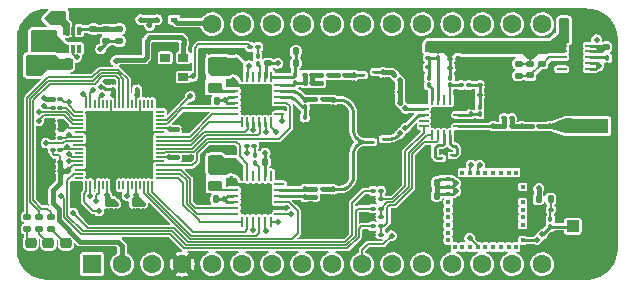
<source format=gbr>
%TF.GenerationSoftware,KiCad,Pcbnew,(5.99.0-6542-g16b0689841)*%
%TF.CreationDate,2021-01-03T15:15:31-08:00*%
%TF.ProjectId,SX1303,53583133-3033-42e6-9b69-6361645f7063,rev?*%
%TF.SameCoordinates,Original*%
%TF.FileFunction,Copper,L1,Top*%
%TF.FilePolarity,Positive*%
%FSLAX46Y46*%
G04 Gerber Fmt 4.6, Leading zero omitted, Abs format (unit mm)*
G04 Created by KiCad (PCBNEW (5.99.0-6542-g16b0689841)) date 2021-01-03 15:15:31*
%MOMM*%
%LPD*%
G01*
G04 APERTURE LIST*
G04 Aperture macros list*
%AMRoundRect*
0 Rectangle with rounded corners*
0 $1 Rounding radius*
0 $2 $3 $4 $5 $6 $7 $8 $9 X,Y pos of 4 corners*
0 Add a 4 corners polygon primitive as box body*
4,1,4,$2,$3,$4,$5,$6,$7,$8,$9,$2,$3,0*
0 Add four circle primitives for the rounded corners*
1,1,$1+$1,$2,$3,0*
1,1,$1+$1,$4,$5,0*
1,1,$1+$1,$6,$7,0*
1,1,$1+$1,$8,$9,0*
0 Add four rect primitives between the rounded corners*
20,1,$1+$1,$2,$3,$4,$5,0*
20,1,$1+$1,$4,$5,$6,$7,0*
20,1,$1+$1,$6,$7,$8,$9,0*
20,1,$1+$1,$8,$9,$2,$3,0*%
G04 Aperture macros list end*
%TA.AperFunction,SMDPad,CuDef*%
%ADD10RoundRect,0.140000X-0.140000X-0.170000X0.140000X-0.170000X0.140000X0.170000X-0.140000X0.170000X0*%
%TD*%
%TA.AperFunction,SMDPad,CuDef*%
%ADD11R,0.736600X0.177800*%
%TD*%
%TA.AperFunction,SMDPad,CuDef*%
%ADD12R,0.762000X0.177800*%
%TD*%
%TA.AperFunction,SMDPad,CuDef*%
%ADD13R,0.177800X0.736600*%
%TD*%
%TA.AperFunction,SMDPad,CuDef*%
%ADD14R,0.177800X0.762000*%
%TD*%
%TA.AperFunction,SMDPad,CuDef*%
%ADD15R,5.613400X5.613400*%
%TD*%
%TA.AperFunction,SMDPad,CuDef*%
%ADD16RoundRect,0.218750X0.256250X-0.218750X0.256250X0.218750X-0.256250X0.218750X-0.256250X-0.218750X0*%
%TD*%
%TA.AperFunction,SMDPad,CuDef*%
%ADD17RoundRect,0.140000X0.140000X0.170000X-0.140000X0.170000X-0.140000X-0.170000X0.140000X-0.170000X0*%
%TD*%
%TA.AperFunction,SMDPad,CuDef*%
%ADD18RoundRect,0.100000X0.100000X-0.130000X0.100000X0.130000X-0.100000X0.130000X-0.100000X-0.130000X0*%
%TD*%
%TA.AperFunction,SMDPad,CuDef*%
%ADD19RoundRect,0.218750X-0.381250X0.218750X-0.381250X-0.218750X0.381250X-0.218750X0.381250X0.218750X0*%
%TD*%
%TA.AperFunction,SMDPad,CuDef*%
%ADD20R,0.400000X0.300000*%
%TD*%
%TA.AperFunction,SMDPad,CuDef*%
%ADD21R,0.300000X0.400000*%
%TD*%
%TA.AperFunction,SMDPad,CuDef*%
%ADD22R,0.500000X0.500000*%
%TD*%
%TA.AperFunction,SMDPad,CuDef*%
%ADD23RoundRect,0.100000X0.130000X0.100000X-0.130000X0.100000X-0.130000X-0.100000X0.130000X-0.100000X0*%
%TD*%
%TA.AperFunction,SMDPad,CuDef*%
%ADD24RoundRect,0.135000X0.185000X-0.135000X0.185000X0.135000X-0.185000X0.135000X-0.185000X-0.135000X0*%
%TD*%
%TA.AperFunction,SMDPad,CuDef*%
%ADD25RoundRect,0.100000X-0.162635X0.021213X0.021213X-0.162635X0.162635X-0.021213X-0.021213X0.162635X0*%
%TD*%
%TA.AperFunction,SMDPad,CuDef*%
%ADD26RoundRect,0.100000X0.021213X0.162635X-0.162635X-0.021213X-0.021213X-0.162635X0.162635X0.021213X0*%
%TD*%
%TA.AperFunction,SMDPad,CuDef*%
%ADD27RoundRect,0.100000X-0.100000X0.130000X-0.100000X-0.130000X0.100000X-0.130000X0.100000X0.130000X0*%
%TD*%
%TA.AperFunction,SMDPad,CuDef*%
%ADD28R,0.180000X0.250000*%
%TD*%
%TA.AperFunction,SMDPad,CuDef*%
%ADD29RoundRect,0.135000X-0.185000X0.135000X-0.185000X-0.135000X0.185000X-0.135000X0.185000X0.135000X0*%
%TD*%
%TA.AperFunction,SMDPad,CuDef*%
%ADD30RoundRect,0.100000X-0.130000X-0.100000X0.130000X-0.100000X0.130000X0.100000X-0.130000X0.100000X0*%
%TD*%
%TA.AperFunction,SMDPad,CuDef*%
%ADD31RoundRect,0.140000X0.170000X-0.140000X0.170000X0.140000X-0.170000X0.140000X-0.170000X-0.140000X0*%
%TD*%
%TA.AperFunction,SMDPad,CuDef*%
%ADD32R,3.600000X1.270000*%
%TD*%
%TA.AperFunction,SMDPad,CuDef*%
%ADD33R,4.200000X1.350000*%
%TD*%
%TA.AperFunction,SMDPad,CuDef*%
%ADD34R,0.340000X0.700000*%
%TD*%
%TA.AperFunction,SMDPad,CuDef*%
%ADD35RoundRect,0.062500X-0.062500X0.375000X-0.062500X-0.375000X0.062500X-0.375000X0.062500X0.375000X0*%
%TD*%
%TA.AperFunction,SMDPad,CuDef*%
%ADD36RoundRect,0.062500X-0.375000X0.062500X-0.375000X-0.062500X0.375000X-0.062500X0.375000X0.062500X0*%
%TD*%
%TA.AperFunction,SMDPad,CuDef*%
%ADD37R,2.500000X2.500000*%
%TD*%
%TA.AperFunction,SMDPad,CuDef*%
%ADD38RoundRect,0.250000X-0.850000X0.375000X-0.850000X-0.375000X0.850000X-0.375000X0.850000X0.375000X0*%
%TD*%
%TA.AperFunction,ComponentPad*%
%ADD39R,1.600000X1.600000*%
%TD*%
%TA.AperFunction,ComponentPad*%
%ADD40C,1.600000*%
%TD*%
%TA.AperFunction,SMDPad,CuDef*%
%ADD41RoundRect,0.062500X-0.350000X-0.062500X0.350000X-0.062500X0.350000X0.062500X-0.350000X0.062500X0*%
%TD*%
%TA.AperFunction,SMDPad,CuDef*%
%ADD42R,1.200000X2.000000*%
%TD*%
%TA.AperFunction,SMDPad,CuDef*%
%ADD43R,0.600000X0.450000*%
%TD*%
%TA.AperFunction,SMDPad,CuDef*%
%ADD44RoundRect,0.100000X0.162635X-0.021213X-0.021213X0.162635X-0.162635X0.021213X0.021213X-0.162635X0*%
%TD*%
%TA.AperFunction,SMDPad,CuDef*%
%ADD45R,1.050000X1.000000*%
%TD*%
%TA.AperFunction,SMDPad,CuDef*%
%ADD46R,2.200000X1.050000*%
%TD*%
%TA.AperFunction,SMDPad,CuDef*%
%ADD47R,0.850000X0.650000*%
%TD*%
%TA.AperFunction,SMDPad,CuDef*%
%ADD48RoundRect,0.225000X-0.225000X-0.250000X0.225000X-0.250000X0.225000X0.250000X-0.225000X0.250000X0*%
%TD*%
%TA.AperFunction,SMDPad,CuDef*%
%ADD49RoundRect,0.140000X-0.170000X0.140000X-0.170000X-0.140000X0.170000X-0.140000X0.170000X0.140000X0*%
%TD*%
%TA.AperFunction,SMDPad,CuDef*%
%ADD50RoundRect,0.062500X-0.325000X-0.062500X0.325000X-0.062500X0.325000X0.062500X-0.325000X0.062500X0*%
%TD*%
%TA.AperFunction,SMDPad,CuDef*%
%ADD51RoundRect,0.062500X-0.062500X-0.325000X0.062500X-0.325000X0.062500X0.325000X-0.062500X0.325000X0*%
%TD*%
%TA.AperFunction,SMDPad,CuDef*%
%ADD52R,1.750000X1.750000*%
%TD*%
%TA.AperFunction,SMDPad,CuDef*%
%ADD53RoundRect,0.135000X-0.135000X-0.185000X0.135000X-0.185000X0.135000X0.185000X-0.135000X0.185000X0*%
%TD*%
%TA.AperFunction,ViaPad*%
%ADD54C,0.503200*%
%TD*%
%TA.AperFunction,Conductor*%
%ADD55C,0.200000*%
%TD*%
%TA.AperFunction,Conductor*%
%ADD56C,0.250000*%
%TD*%
%TA.AperFunction,Conductor*%
%ADD57C,0.400000*%
%TD*%
%TA.AperFunction,Conductor*%
%ADD58C,0.800000*%
%TD*%
%TA.AperFunction,Conductor*%
%ADD59C,0.127000*%
%TD*%
%TA.AperFunction,Conductor*%
%ADD60C,0.130000*%
%TD*%
G04 APERTURE END LIST*
D10*
%TO.P,C42,2*%
%TO.N,VDD_RF*%
X138080000Y-59440000D03*
%TO.P,C42,1*%
%TO.N,GND*%
X137120000Y-59440000D03*
%TD*%
D11*
%TO.P,U1,1,CSN*%
%TO.N,HOST_CSN*%
X108358300Y-64800001D03*
D12*
%TO.P,U1,2,HOST_MISO*%
%TO.N,Net-(R10-Pad1)*%
X108371000Y-65150000D03*
%TO.P,U1,3,HOST_MOSI*%
%TO.N,HOST_MOSI*%
X108371000Y-65499999D03*
%TO.P,U1,4,HOST_SCK*%
%TO.N,HOST_SCK*%
X108371000Y-65849998D03*
%TO.P,U1,5,VCC_CORE*%
%TO.N,+1V2*%
X108371000Y-66200000D03*
%TO.P,U1,6,GND*%
%TO.N,GND*%
X108371000Y-66550000D03*
%TO.P,U1,7,RESET*%
%TO.N,HOST_RESET*%
X108371000Y-66899999D03*
%TO.P,U1,8,PPS*%
%TO.N,GPS_PPS*%
X108371000Y-67250001D03*
%TO.P,U1,9,GND*%
%TO.N,GND*%
X108371000Y-67600000D03*
%TO.P,U1,10,RADIO_CTRL0*%
%TO.N,SX1303_CSD*%
X108371000Y-67949999D03*
%TO.P,U1,11,RADIO_CTRL1*%
%TO.N,Net-(U1-Pad11)*%
X108371000Y-68300001D03*
%TO.P,U1,12,RADIO_CTRL2*%
%TO.N,SX1303_TXRX*%
X108371000Y-68650000D03*
%TO.P,U1,13,RADIO_CTRL3*%
%TO.N,RADIOA_RESET*%
X108371000Y-69000000D03*
%TO.P,U1,14,VCC_IO*%
%TO.N,+3V3*%
X108371000Y-69349999D03*
%TO.P,U1,15,GND*%
%TO.N,GND*%
X108371000Y-69700001D03*
%TO.P,U1,16,RADIO_CTRL4*%
%TO.N,SX1303_PA_ON*%
X108371000Y-70050000D03*
D11*
%TO.P,U1,17,RADIO_CTRL5*%
%TO.N,Net-(U1-Pad17)*%
X108358300Y-70399999D03*
D13*
%TO.P,U1,18,RADIO_B_CSN*%
%TO.N,RADIOB_CSN*%
X109000001Y-71041700D03*
D14*
%TO.P,U1,19,RADIO_B_MOSI*%
%TO.N,RADIOB_MOSI*%
X109350000Y-71029000D03*
%TO.P,U1,20,SP_VALID*%
%TO.N,GND*%
X109699999Y-71029000D03*
%TO.P,U1,21,RADIO_B_SCK*%
%TO.N,RADIOB_SCK*%
X110049998Y-71029000D03*
%TO.P,U1,22,RADIO_CTRL6*%
%TO.N,Net-(U1-Pad22)*%
X110400000Y-71029000D03*
%TO.P,U1,23,VCC_CORE*%
%TO.N,+1V2*%
X110750000Y-71029000D03*
%TO.P,U1,24,GND*%
%TO.N,GND*%
X111099999Y-71029000D03*
%TO.P,U1,25,GND*%
X111450001Y-71029000D03*
%TO.P,U1,26,RADIO_CTRL7*%
%TO.N,Net-(U1-Pad26)*%
X111800000Y-71029000D03*
%TO.P,U1,27,RADIO_CTRL8*%
%TO.N,Net-(U1-Pad27)*%
X112149999Y-71029000D03*
%TO.P,U1,28,RADIO_CTRL9*%
%TO.N,RADIOB_RESET*%
X112500001Y-71029000D03*
%TO.P,U1,29,RADIO_CTRL10*%
%TO.N,Net-(U1-Pad29)*%
X112850000Y-71029000D03*
%TO.P,U1,30,VCC_IO*%
%TO.N,+3V3*%
X113200000Y-71029000D03*
%TO.P,U1,31,RADIO_CTRL11*%
%TO.N,Net-(U1-Pad31)*%
X113549999Y-71029000D03*
%TO.P,U1,32,RADIO_B_IQ3*%
%TO.N,RADIO_B_IQ3*%
X113900001Y-71029000D03*
%TO.P,U1,33,RADIO_B_MISO*%
%TO.N,RADIOB_MISO*%
X114250000Y-71029000D03*
D13*
%TO.P,U1,34,RADIO_B_CLK_I*%
%TO.N,RADIOB_32M*%
X114599999Y-71041700D03*
D11*
%TO.P,U1,35,RADIO_B_IQ0*%
%TO.N,RADIO_B_IQ0*%
X115241700Y-70399999D03*
D12*
%TO.P,U1,36,RADIO_B_IQ1*%
%TO.N,RADIO_B_IQ1*%
X115229000Y-70050000D03*
%TO.P,U1,37,RADIO_B_IQ4*%
%TO.N,RADIO_B_CLK*%
X115229000Y-69700001D03*
%TO.P,U1,38,RADIO_B_IQ2*%
%TO.N,RADIO_B_IQ2*%
X115229000Y-69350002D03*
%TO.P,U1,39,GND*%
%TO.N,GND*%
X115229000Y-69000000D03*
%TO.P,U1,40,VCC_CORE*%
%TO.N,+1V2*%
X115229000Y-68650000D03*
%TO.P,U1,41,RADIO_A_IQ3*%
%TO.N,RADIO_A_IQ3*%
X115229000Y-68300001D03*
%TO.P,U1,42,RADIO_A_MISO*%
%TO.N,RADIOA_MISO*%
X115229000Y-67949999D03*
%TO.P,U1,43,RADIO_A_CLK_I*%
%TO.N,RADIOA_32M*%
X115229000Y-67600000D03*
%TO.P,U1,44,RADIO_A_IQ0*%
%TO.N,RADIO_A_IQ0*%
X115229000Y-67250001D03*
%TO.P,U1,45,RADIO_A_IQ1*%
%TO.N,RADIO_A_IQ1*%
X115229000Y-66899999D03*
%TO.P,U1,46,GND*%
%TO.N,GND*%
X115229000Y-66550000D03*
%TO.P,U1,47,VCC_IO*%
%TO.N,+3V3*%
X115229000Y-66200000D03*
%TO.P,U1,48,RADIO_A_IQ4*%
%TO.N,RADIO_A_CLK*%
X115229000Y-65850001D03*
%TO.P,U1,49,RADIO_A_IQ2*%
%TO.N,RADIO_A_IQ2*%
X115229000Y-65499999D03*
%TO.P,U1,50,GPIO11*%
%TO.N,Net-(U1-Pad50)*%
X115229000Y-65150000D03*
D11*
%TO.P,U1,51,GPIO10*%
%TO.N,Net-(U1-Pad51)*%
X115241700Y-64800001D03*
D13*
%TO.P,U1,52,GPIO9*%
%TO.N,Net-(U1-Pad52)*%
X114599999Y-64158300D03*
D14*
%TO.P,U1,53,GPIO8*%
%TO.N,Net-(U1-Pad53)*%
X114250000Y-64171000D03*
%TO.P,U1,54,GPIO7*%
%TO.N,Net-(U1-Pad54)*%
X113900001Y-64171000D03*
%TO.P,U1,55,GND*%
%TO.N,GND*%
X113550002Y-64171000D03*
%TO.P,U1,56,VCC_CORE*%
%TO.N,+1V2*%
X113200000Y-64171000D03*
%TO.P,U1,57,GPIO6*%
%TO.N,Net-(U1-Pad57)*%
X112850000Y-64171000D03*
%TO.P,U1,58,GPIO5*%
%TO.N,Net-(R11-Pad2)*%
X112500001Y-64171000D03*
%TO.P,U1,59,GPIO4*%
%TO.N,Net-(R12-Pad2)*%
X112149999Y-64171000D03*
%TO.P,U1,60,GPIO3*%
%TO.N,Net-(R13-Pad2)*%
X111800000Y-64171000D03*
%TO.P,U1,61,VCC_IO*%
%TO.N,+3V3*%
X111450001Y-64171000D03*
%TO.P,U1,62,GND*%
%TO.N,GND*%
X111099999Y-64171000D03*
%TO.P,U1,63,GPIO2*%
%TO.N,Net-(U1-Pad63)*%
X110750000Y-64171000D03*
%TO.P,U1,64,GPIO1*%
%TO.N,Net-(U1-Pad64)*%
X110400000Y-64171000D03*
%TO.P,U1,65,RADIO_A_SCK*%
%TO.N,RADIOA_SCK*%
X110050001Y-64171000D03*
%TO.P,U1,66,GPIO0*%
%TO.N,Net-(U1-Pad66)*%
X109699999Y-64171000D03*
%TO.P,U1,67,RADIO_A_MOSI*%
%TO.N,RADIOA_MOSI*%
X109350000Y-64171000D03*
D13*
%TO.P,U1,68,RADIO_A_CSN*%
%TO.N,RADIOA_CSN*%
X109000001Y-64158300D03*
D15*
%TO.P,U1,69,GND*%
%TO.N,GND*%
X111800000Y-67600000D03*
%TD*%
D10*
%TO.P,C35,1*%
%TO.N,VDD_RF*%
X149570000Y-58200000D03*
%TO.P,C35,2*%
%TO.N,GND*%
X150530000Y-58200000D03*
%TD*%
D16*
%TO.P,D1,1,K*%
%TO.N,GND*%
X104300000Y-77487500D03*
%TO.P,D1,2,A*%
%TO.N,Net-(D1-Pad2)*%
X104300000Y-75912500D03*
%TD*%
D17*
%TO.P,C2,1*%
%TO.N,VDD_RF*%
X120030000Y-63900000D03*
%TO.P,C2,2*%
%TO.N,GND*%
X119070000Y-63900000D03*
%TD*%
D18*
%TO.P,L5,1,1*%
%TO.N,Net-(C13-Pad2)*%
X127500000Y-64420000D03*
%TO.P,L5,2,2*%
%TO.N,Net-(C15-Pad2)*%
X127500000Y-63780000D03*
%TD*%
D19*
%TO.P,L1,1,1*%
%TO.N,Net-(C5-Pad1)*%
X119900000Y-60637500D03*
%TO.P,L1,2,2*%
%TO.N,Net-(L1-Pad2)*%
X119900000Y-62762500D03*
%TD*%
D20*
%TO.P,U8,1,ANT*%
%TO.N,Net-(C60-Pad2)*%
X145950000Y-75700000D03*
%TO.P,U8,2,GND*%
%TO.N,GND*%
X145950000Y-75050000D03*
%TO.P,U8,3*%
%TO.N,N/C*%
X145950000Y-74400000D03*
%TO.P,U8,4*%
X145950000Y-73750000D03*
%TO.P,U8,5*%
X145950000Y-73100000D03*
%TO.P,U8,6*%
X145950000Y-72450000D03*
%TO.P,U8,7,GND*%
%TO.N,GND*%
X145950000Y-71800000D03*
%TO.P,U8,8*%
%TO.N,N/C*%
X145950000Y-71150000D03*
%TO.P,U8,9,GND*%
%TO.N,GND*%
X145950000Y-70500000D03*
D21*
%TO.P,U8,10*%
%TO.N,N/C*%
X145400000Y-69950000D03*
%TO.P,U8,11*%
X144750000Y-69950000D03*
%TO.P,U8,12*%
X144100000Y-69950000D03*
%TO.P,U8,13*%
X143450000Y-69950000D03*
%TO.P,U8,14*%
X142800000Y-69950000D03*
%TO.P,U8,15,RX*%
%TO.N,GPS_TX*%
X142150000Y-69950000D03*
%TO.P,U8,16,TX*%
%TO.N,GPS_RX*%
X141500000Y-69950000D03*
%TO.P,U8,17*%
%TO.N,N/C*%
X140850000Y-69950000D03*
%TO.P,U8,18,GND*%
%TO.N,GND*%
X140200000Y-69950000D03*
D20*
%TO.P,U8,19,VCC*%
%TO.N,+3V3*%
X139650000Y-70500000D03*
%TO.P,U8,20,VCC_IO*%
X139650000Y-71150000D03*
%TO.P,U8,21,V_BCKP*%
X139650000Y-71800000D03*
%TO.P,U8,22*%
%TO.N,N/C*%
X139650000Y-72450000D03*
%TO.P,U8,23*%
X139650000Y-73100000D03*
%TO.P,U8,24*%
X139650000Y-73750000D03*
%TO.P,U8,25*%
X139650000Y-74400000D03*
%TO.P,U8,26*%
X139650000Y-75050000D03*
%TO.P,U8,27*%
X139650000Y-75700000D03*
D21*
%TO.P,U8,28*%
X140200000Y-76250000D03*
%TO.P,U8,29*%
X140850000Y-76250000D03*
%TO.P,U8,30*%
X141500000Y-76250000D03*
%TO.P,U8,31,PPS*%
%TO.N,GPS_PPS*%
X142150000Y-76250000D03*
%TO.P,U8,32*%
%TO.N,N/C*%
X142800000Y-76250000D03*
%TO.P,U8,33*%
X143450000Y-76250000D03*
%TO.P,U8,34*%
X144100000Y-76250000D03*
%TO.P,U8,35*%
X144750000Y-76250000D03*
%TO.P,U8,36*%
X145400000Y-76250000D03*
D22*
%TO.P,U8,37,GND*%
%TO.N,GND*%
X144100000Y-74400000D03*
%TO.P,U8,38,GND*%
X142800000Y-74400000D03*
%TO.P,U8,39,GND*%
X144100000Y-73100000D03*
%TO.P,U8,40,GND*%
X142800000Y-73100000D03*
%TO.P,U8,41,GND*%
X144100000Y-71800000D03*
%TO.P,U8,42,GND*%
X142800000Y-71800000D03*
%TO.P,U8,43,GND*%
X141500000Y-71800000D03*
%TD*%
D23*
%TO.P,C16,1*%
%TO.N,Net-(C15-Pad1)*%
X129020000Y-71350000D03*
%TO.P,C16,2*%
%TO.N,Net-(C16-Pad2)*%
X128380000Y-71350000D03*
%TD*%
D24*
%TO.P,R4,1*%
%TO.N,GND*%
X147600000Y-61760000D03*
%TO.P,R4,2*%
%TO.N,Net-(C31-Pad2)*%
X147600000Y-60740000D03*
%TD*%
D25*
%TO.P,L15,1,1*%
%TO.N,Net-(C49-Pad2)*%
X135073726Y-61673726D03*
%TO.P,L15,2,2*%
%TO.N,Net-(C51-Pad2)*%
X135526274Y-62126274D03*
%TD*%
D26*
%TO.P,C50,1*%
%TO.N,Net-(C50-Pad1)*%
X136026274Y-66173726D03*
%TO.P,C50,2*%
%TO.N,Net-(C50-Pad2)*%
X135573726Y-66626274D03*
%TD*%
D27*
%TO.P,C53,1*%
%TO.N,+3V3*%
X113800000Y-72580000D03*
%TO.P,C53,2*%
%TO.N,GND*%
X113800000Y-73220000D03*
%TD*%
D23*
%TO.P,R10,1*%
%TO.N,Net-(R10-Pad1)*%
X106800000Y-64450000D03*
%TO.P,R10,2*%
%TO.N,HOST_MISO*%
X106160000Y-64450000D03*
%TD*%
D27*
%TO.P,C28,1*%
%TO.N,+1V2*%
X111500000Y-72580000D03*
%TO.P,C28,2*%
%TO.N,GND*%
X111500000Y-73220000D03*
%TD*%
D28*
%TO.P,FL2,1*%
%TO.N,Net-(C50-Pad2)*%
X134085000Y-67100000D03*
%TO.P,FL2,2*%
%TO.N,GND*%
X133700000Y-66850000D03*
%TO.P,FL2,3*%
X133315000Y-66850000D03*
%TO.P,FL2,4*%
%TO.N,Net-(C15-Pad1)*%
X133315000Y-67350000D03*
%TO.P,FL2,5*%
%TO.N,GND*%
X133700000Y-67350000D03*
%TD*%
D10*
%TO.P,C3,1*%
%TO.N,VDD_RF*%
X124140000Y-69085000D03*
%TO.P,C3,2*%
%TO.N,GND*%
X125100000Y-69085000D03*
%TD*%
D24*
%TO.P,R12,1*%
%TO.N,Net-(D2-Pad2)*%
X105000000Y-74710000D03*
%TO.P,R12,2*%
%TO.N,Net-(R12-Pad2)*%
X105000000Y-73690000D03*
%TD*%
D29*
%TO.P,R5,1*%
%TO.N,Net-(C32-Pad2)*%
X111800000Y-57790000D03*
%TO.P,R5,2*%
%TO.N,+1V2*%
X111800000Y-58810000D03*
%TD*%
D10*
%TO.P,C30,1*%
%TO.N,VBUS*%
X107020000Y-56800000D03*
%TO.P,C30,2*%
%TO.N,GND*%
X107980000Y-56800000D03*
%TD*%
D23*
%TO.P,C12,1*%
%TO.N,GND*%
X129520000Y-62400000D03*
%TO.P,C12,2*%
%TO.N,Net-(C11-Pad2)*%
X128880000Y-62400000D03*
%TD*%
%TO.P,C39,1*%
%TO.N,Net-(C39-Pad1)*%
X145010000Y-65350000D03*
%TO.P,C39,2*%
%TO.N,Net-(C37-Pad2)*%
X144370000Y-65350000D03*
%TD*%
D17*
%TO.P,C65,1*%
%TO.N,+3V3*%
X138680000Y-70800000D03*
%TO.P,C65,2*%
%TO.N,GND*%
X137720000Y-70800000D03*
%TD*%
D30*
%TO.P,C40,1*%
%TO.N,GND*%
X137280000Y-60240000D03*
%TO.P,C40,2*%
%TO.N,Net-(C38-Pad2)*%
X137920000Y-60240000D03*
%TD*%
D31*
%TO.P,C5,1*%
%TO.N,Net-(C5-Pad1)*%
X121300000Y-60660000D03*
%TO.P,C5,2*%
%TO.N,GND*%
X121300000Y-59700000D03*
%TD*%
D23*
%TO.P,C46,1*%
%TO.N,GND*%
X140470000Y-61100000D03*
%TO.P,C46,2*%
%TO.N,VDD_RF*%
X139830000Y-61100000D03*
%TD*%
D32*
%TO.P,J1,1,In*%
%TO.N,Net-(C45-Pad2)*%
X151400000Y-66000000D03*
D33*
%TO.P,J1,2,Ext*%
%TO.N,GND*%
X151200000Y-68825000D03*
X151200000Y-63175000D03*
%TD*%
D30*
%TO.P,L4,1,1*%
%TO.N,Net-(C11-Pad1)*%
X127480000Y-61700000D03*
%TO.P,L4,2,2*%
%TO.N,Net-(C11-Pad2)*%
X128120000Y-61700000D03*
%TD*%
D23*
%TO.P,C55,1*%
%TO.N,+3V3*%
X106800000Y-69100000D03*
%TO.P,C55,2*%
%TO.N,GND*%
X106160000Y-69100000D03*
%TD*%
D34*
%TO.P,U6,1,FB*%
%TO.N,Net-(C32-Pad2)*%
X108400000Y-57950000D03*
%TO.P,U6,2,GND*%
%TO.N,GND*%
X107900000Y-57950000D03*
%TO.P,U6,3,VIN*%
%TO.N,VBUS*%
X107400000Y-57950000D03*
%TO.P,U6,4,SW*%
%TO.N,Net-(L17-Pad1)*%
X107400000Y-59450000D03*
%TO.P,U6,5,EN*%
%TO.N,VBUS*%
X107900000Y-59450000D03*
%TO.P,U6,6,NC*%
%TO.N,Net-(U6-Pad6)*%
X108400000Y-59450000D03*
%TD*%
D30*
%TO.P,R8,1*%
%TO.N,+3V3*%
X106160000Y-63750000D03*
%TO.P,R8,2*%
%TO.N,HOST_CSN*%
X106800000Y-63750000D03*
%TD*%
D35*
%TO.P,U3,1,VR_PA*%
%TO.N,Net-(U3-Pad1)*%
X124650000Y-70247500D03*
%TO.P,U3,2,VDD_IN*%
%TO.N,VDD_RF*%
X124150000Y-70247500D03*
%TO.P,U3,3,XTA*%
%TO.N,Net-(C9-Pad1)*%
X123650000Y-70247500D03*
%TO.P,U3,4,XTB*%
%TO.N,Net-(U3-Pad4)*%
X123150000Y-70247500D03*
%TO.P,U3,5,DIO3*%
%TO.N,RADIO_B_IQ2*%
X122650000Y-70247500D03*
%TO.P,U3,6,VREG*%
%TO.N,Net-(C6-Pad1)*%
X122150000Y-70247500D03*
D36*
%TO.P,U3,7,GND*%
%TO.N,GND*%
X121462500Y-70935000D03*
%TO.P,U3,8,DCC_SW*%
%TO.N,Net-(L2-Pad2)*%
X121462500Y-71435000D03*
%TO.P,U3,9,VBAT_RF*%
%TO.N,VDD_RF*%
X121462500Y-71935000D03*
%TO.P,U3,10,VBAT_DIO*%
X121462500Y-72435000D03*
%TO.P,U3,11,DIO5*%
%TO.N,RADIO_B_CLK*%
X121462500Y-72935000D03*
%TO.P,U3,12,DIO2*%
%TO.N,RADIO_B_IQ1*%
X121462500Y-73435000D03*
D35*
%TO.P,U3,13,DIO1*%
%TO.N,RADIO_B_IQ0*%
X122150000Y-74122500D03*
%TO.P,U3,14,BUSY*%
%TO.N,RADIOB_32M*%
X122650000Y-74122500D03*
%TO.P,U3,15,NRESET*%
%TO.N,RADIOB_RESET*%
X123150000Y-74122500D03*
%TO.P,U3,16,MISO_TX*%
%TO.N,RADIOB_MISO*%
X123650000Y-74122500D03*
%TO.P,U3,17,MOSI_RX*%
%TO.N,RADIOB_MOSI*%
X124150000Y-74122500D03*
%TO.P,U3,18,SCK*%
%TO.N,RADIOB_SCK*%
X124650000Y-74122500D03*
D36*
%TO.P,U3,19,NSS*%
%TO.N,RADIOB_CSN*%
X125337500Y-73435000D03*
%TO.P,U3,20,GND*%
%TO.N,GND*%
X125337500Y-72935000D03*
%TO.P,U3,21,DIO4*%
%TO.N,RADIO_B_IQ3*%
X125337500Y-72435000D03*
%TO.P,U3,22,RFI_P*%
%TO.N,Net-(C14-Pad2)*%
X125337500Y-71935000D03*
%TO.P,U3,23,RFI_N*%
%TO.N,Net-(C16-Pad2)*%
X125337500Y-71435000D03*
%TO.P,U3,24,RFO*%
%TO.N,Net-(U3-Pad24)*%
X125337500Y-70935000D03*
D37*
%TO.P,U3,25,GND*%
%TO.N,GND*%
X123400000Y-72185000D03*
%TD*%
D38*
%TO.P,L17,1,1*%
%TO.N,Net-(L17-Pad1)*%
X105400000Y-58525000D03*
%TO.P,L17,2,2*%
%TO.N,+1V2*%
X105400000Y-60675000D03*
%TD*%
D31*
%TO.P,C6,1*%
%TO.N,Net-(C6-Pad1)*%
X121250000Y-68980000D03*
%TO.P,C6,2*%
%TO.N,GND*%
X121250000Y-68020000D03*
%TD*%
D23*
%TO.P,C47,1*%
%TO.N,GND*%
X142970000Y-62550000D03*
%TO.P,C47,2*%
%TO.N,Net-(C44-Pad2)*%
X142330000Y-62550000D03*
%TD*%
%TO.P,C44,1*%
%TO.N,GND*%
X142970000Y-63400000D03*
%TO.P,C44,2*%
%TO.N,Net-(C44-Pad2)*%
X142330000Y-63400000D03*
%TD*%
D18*
%TO.P,C37,1*%
%TO.N,GND*%
X143450000Y-66670000D03*
%TO.P,C37,2*%
%TO.N,Net-(C37-Pad2)*%
X143450000Y-66030000D03*
%TD*%
%TO.P,L12,1,1*%
%TO.N,Net-(L10-Pad1)*%
X139800000Y-62560000D03*
%TO.P,L12,2,2*%
%TO.N,VDD_RF*%
X139800000Y-61920000D03*
%TD*%
D28*
%TO.P,FL1,1*%
%TO.N,Net-(C20-Pad2)*%
X132535000Y-61700000D03*
%TO.P,FL1,2*%
%TO.N,GND*%
X132920000Y-61950000D03*
%TO.P,FL1,3*%
X133305000Y-61950000D03*
%TO.P,FL1,4*%
%TO.N,Net-(C49-Pad2)*%
X133305000Y-61450000D03*
%TO.P,FL1,5*%
%TO.N,GND*%
X132920000Y-61450000D03*
%TD*%
D27*
%TO.P,C56,1*%
%TO.N,+1V2*%
X110750000Y-72580000D03*
%TO.P,C56,2*%
%TO.N,GND*%
X110750000Y-73220000D03*
%TD*%
D10*
%TO.P,C7,1*%
%TO.N,Net-(C10-Pad1)*%
X126740000Y-59700000D03*
%TO.P,C7,2*%
%TO.N,GND*%
X127700000Y-59700000D03*
%TD*%
D27*
%TO.P,C19,1*%
%TO.N,Net-(C15-Pad1)*%
X129900000Y-71380000D03*
%TO.P,C19,2*%
%TO.N,GND*%
X129900000Y-72020000D03*
%TD*%
D18*
%TO.P,C21,1*%
%TO.N,+3V3*%
X111250000Y-62920000D03*
%TO.P,C21,2*%
%TO.N,GND*%
X111250000Y-62280000D03*
%TD*%
D30*
%TO.P,C61,1*%
%TO.N,GND*%
X147680000Y-73100000D03*
%TO.P,C61,2*%
%TO.N,Net-(C61-Pad2)*%
X148320000Y-73100000D03*
%TD*%
%TO.P,C38,1*%
%TO.N,GND*%
X137280000Y-61040000D03*
%TO.P,C38,2*%
%TO.N,Net-(C38-Pad2)*%
X137920000Y-61040000D03*
%TD*%
D18*
%TO.P,L11,1,1*%
%TO.N,Net-(C38-Pad2)*%
X138800000Y-60260000D03*
%TO.P,L11,2,2*%
%TO.N,VDD_RF*%
X138800000Y-59620000D03*
%TD*%
D30*
%TO.P,C51,1*%
%TO.N,GND*%
X134880000Y-63100000D03*
%TO.P,C51,2*%
%TO.N,Net-(C51-Pad2)*%
X135520000Y-63100000D03*
%TD*%
D18*
%TO.P,C41,1*%
%TO.N,GND*%
X145850000Y-66670000D03*
%TO.P,C41,2*%
%TO.N,Net-(C39-Pad1)*%
X145850000Y-66030000D03*
%TD*%
D24*
%TO.P,R6,1*%
%TO.N,GND*%
X109600000Y-58810000D03*
%TO.P,R6,2*%
%TO.N,Net-(C32-Pad2)*%
X109600000Y-57790000D03*
%TD*%
D39*
%TO.P,A1,1,~RESET*%
%TO.N,Net-(A1-Pad1)*%
X109500000Y-77700000D03*
D40*
%TO.P,A1,2,3V3*%
%TO.N,+3V3*%
X112040000Y-77700000D03*
%TO.P,A1,3,AREF*%
%TO.N,Net-(A1-Pad3)*%
X114580000Y-77700000D03*
%TO.P,A1,4,GND*%
%TO.N,GND*%
X117120000Y-77700000D03*
%TO.P,A1,5,A0*%
%TO.N,Net-(A1-Pad5)*%
X119660000Y-77700000D03*
%TO.P,A1,6,A1*%
%TO.N,Net-(A1-Pad6)*%
X122200000Y-77700000D03*
%TO.P,A1,7,A2*%
%TO.N,Net-(A1-Pad7)*%
X124740000Y-77700000D03*
%TO.P,A1,8,A3*%
%TO.N,Net-(A1-Pad8)*%
X127280000Y-77700000D03*
%TO.P,A1,9,A4*%
%TO.N,Net-(A1-Pad9)*%
X129820000Y-77700000D03*
%TO.P,A1,10,A5*%
%TO.N,GPS_PPS*%
X132360000Y-77700000D03*
%TO.P,A1,11,SCK*%
%TO.N,HOST_SCK*%
X134900000Y-77700000D03*
%TO.P,A1,12,MOSI*%
%TO.N,HOST_MOSI*%
X137440000Y-77700000D03*
%TO.P,A1,13,MISO*%
%TO.N,HOST_MISO*%
X139980000Y-77700000D03*
%TO.P,A1,14,RX*%
%TO.N,GPS_TX*%
X142520000Y-77700000D03*
%TO.P,A1,15,TX*%
%TO.N,GPS_RX*%
X145060000Y-77700000D03*
%TO.P,A1,16,SPARE*%
%TO.N,Net-(A1-Pad16)*%
X147600000Y-77700000D03*
%TO.P,A1,17,SDA*%
%TO.N,Net-(A1-Pad17)*%
X147600000Y-57380000D03*
%TO.P,A1,18,SCL*%
%TO.N,Net-(A1-Pad18)*%
X145060000Y-57380000D03*
%TO.P,A1,19,D0*%
%TO.N,Net-(A1-Pad19)*%
X142520000Y-57380000D03*
%TO.P,A1,20,D1*%
%TO.N,Net-(A1-Pad20)*%
X139980000Y-57380000D03*
%TO.P,A1,21,D2*%
%TO.N,Net-(A1-Pad21)*%
X137440000Y-57380000D03*
%TO.P,A1,22,D3*%
%TO.N,Net-(A1-Pad22)*%
X134900000Y-57380000D03*
%TO.P,A1,23,D4*%
%TO.N,Net-(A1-Pad23)*%
X132360000Y-57380000D03*
%TO.P,A1,24,D5*%
%TO.N,HOST_RESET*%
X129820000Y-57380000D03*
%TO.P,A1,25,D6*%
%TO.N,HOST_CSN*%
X127280000Y-57380000D03*
%TO.P,A1,26,USB*%
%TO.N,VBUS*%
X124740000Y-57380000D03*
%TO.P,A1,27,EN*%
%TO.N,Net-(A1-Pad27)*%
X122200000Y-57380000D03*
%TO.P,A1,28,VBAT*%
%TO.N,+BATT*%
X119660000Y-57380000D03*
%TD*%
D24*
%TO.P,R3,1*%
%TO.N,Net-(C31-Pad2)*%
X145600000Y-61760000D03*
%TO.P,R3,2*%
%TO.N,VDD_RF*%
X145600000Y-60740000D03*
%TD*%
D31*
%TO.P,C29,1*%
%TO.N,VBUS*%
X153000000Y-59330000D03*
%TO.P,C29,2*%
%TO.N,GND*%
X153000000Y-58370000D03*
%TD*%
D23*
%TO.P,C57,1*%
%TO.N,CSD*%
X133920000Y-72200000D03*
%TO.P,C57,2*%
%TO.N,GND*%
X133280000Y-72200000D03*
%TD*%
D41*
%TO.P,U4,1,OUT*%
%TO.N,VDD_RF*%
X149237500Y-59200000D03*
%TO.P,U4,2,OUT*%
X149237500Y-59700000D03*
%TO.P,U4,3,FB*%
%TO.N,Net-(C31-Pad2)*%
X149237500Y-60200000D03*
%TO.P,U4,4,GND*%
%TO.N,GND*%
X149237500Y-60700000D03*
%TO.P,U4,5,PG*%
%TO.N,Net-(U4-Pad5)*%
X149237500Y-61200000D03*
%TO.P,U4,6,SS_CTRL*%
%TO.N,VBUS*%
X151662500Y-61200000D03*
%TO.P,U4,7,EN*%
X151662500Y-60700000D03*
%TO.P,U4,8,NR/SS*%
%TO.N,Net-(C63-Pad1)*%
X151662500Y-60200000D03*
%TO.P,U4,9,IN*%
%TO.N,VBUS*%
X151662500Y-59700000D03*
%TO.P,U4,10,IN*%
X151662500Y-59200000D03*
D42*
%TO.P,U4,11,GND*%
%TO.N,GND*%
X150450000Y-60200000D03*
%TD*%
D43*
%TO.P,D4,1,K*%
%TO.N,VBUS*%
X114350000Y-57000000D03*
%TO.P,D4,2,A*%
%TO.N,+BATT*%
X116450000Y-57000000D03*
%TD*%
D27*
%TO.P,C18,1*%
%TO.N,Net-(C15-Pad1)*%
X129900000Y-63780000D03*
%TO.P,C18,2*%
%TO.N,GND*%
X129900000Y-64420000D03*
%TD*%
D30*
%TO.P,C11,1*%
%TO.N,Net-(C11-Pad1)*%
X127480000Y-62400000D03*
%TO.P,C11,2*%
%TO.N,Net-(C11-Pad2)*%
X128120000Y-62400000D03*
%TD*%
D27*
%TO.P,C48,1*%
%TO.N,GND*%
X141550000Y-64380000D03*
%TO.P,C48,2*%
%TO.N,Net-(C48-Pad2)*%
X141550000Y-65020000D03*
%TD*%
D44*
%TO.P,C52,1*%
%TO.N,Net-(C52-Pad1)*%
X136026274Y-64526274D03*
%TO.P,C52,2*%
%TO.N,Net-(C51-Pad2)*%
X135573726Y-64073726D03*
%TD*%
D27*
%TO.P,C63,1*%
%TO.N,Net-(C63-Pad1)*%
X153100000Y-60230000D03*
%TO.P,C63,2*%
%TO.N,GND*%
X153100000Y-60870000D03*
%TD*%
D23*
%TO.P,C25,1*%
%TO.N,+1V2*%
X106800000Y-66300000D03*
%TO.P,C25,2*%
%TO.N,GND*%
X106160000Y-66300000D03*
%TD*%
D18*
%TO.P,C49,1*%
%TO.N,GND*%
X134100000Y-62120000D03*
%TO.P,C49,2*%
%TO.N,Net-(C49-Pad2)*%
X134100000Y-61480000D03*
%TD*%
D23*
%TO.P,R1,1*%
%TO.N,Net-(C8-Pad2)*%
X123520000Y-59300000D03*
%TO.P,R1,2*%
%TO.N,TCXO_32Mhz*%
X122880000Y-59300000D03*
%TD*%
D24*
%TO.P,R13,1*%
%TO.N,Net-(D3-Pad2)*%
X106000000Y-74710000D03*
%TO.P,R13,2*%
%TO.N,Net-(R13-Pad2)*%
X106000000Y-73690000D03*
%TD*%
D18*
%TO.P,C13,1*%
%TO.N,GND*%
X127500000Y-65920000D03*
%TO.P,C13,2*%
%TO.N,Net-(C13-Pad2)*%
X127500000Y-65280000D03*
%TD*%
D45*
%TO.P,J2,1,In*%
%TO.N,Net-(C60-Pad1)*%
X150200000Y-74500000D03*
D46*
%TO.P,J2,2,Ext*%
%TO.N,GND*%
X151725000Y-73025000D03*
X151725000Y-75975000D03*
%TD*%
D30*
%TO.P,R14,1*%
%TO.N,SX1303_CSD*%
X133280000Y-71500000D03*
%TO.P,R14,2*%
%TO.N,CSD*%
X133920000Y-71500000D03*
%TD*%
%TO.P,L7,1,1*%
%TO.N,Net-(C17-Pad1)*%
X130280000Y-61700000D03*
%TO.P,L7,2,2*%
%TO.N,Net-(C20-Pad2)*%
X130920000Y-61700000D03*
%TD*%
D28*
%TO.P,FL3,1*%
%TO.N,Net-(FL3-Pad1)*%
X139900000Y-68500000D03*
%TO.P,FL3,2*%
%TO.N,GND*%
X139515000Y-68250000D03*
%TO.P,FL3,3*%
X139130000Y-68250000D03*
%TO.P,FL3,4*%
%TO.N,Net-(FL3-Pad4)*%
X139130000Y-68750000D03*
%TO.P,FL3,5*%
%TO.N,GND*%
X139515000Y-68750000D03*
%TD*%
D30*
%TO.P,R15,1*%
%TO.N,SX1303_TXRX*%
X133280000Y-74500000D03*
%TO.P,R15,2*%
%TO.N,TXRX*%
X133920000Y-74500000D03*
%TD*%
D23*
%TO.P,C43,1*%
%TO.N,GND*%
X140470000Y-60300000D03*
%TO.P,C43,2*%
%TO.N,VDD_RF*%
X139830000Y-60300000D03*
%TD*%
D16*
%TO.P,D3,1,K*%
%TO.N,GND*%
X107300000Y-77487500D03*
%TO.P,D3,2,A*%
%TO.N,Net-(D3-Pad2)*%
X107300000Y-75912500D03*
%TD*%
D18*
%TO.P,C45,1*%
%TO.N,GND*%
X148250000Y-66670000D03*
%TO.P,C45,2*%
%TO.N,Net-(C45-Pad2)*%
X148250000Y-66030000D03*
%TD*%
D16*
%TO.P,D2,1,K*%
%TO.N,GND*%
X105800000Y-77487500D03*
%TO.P,D2,2,A*%
%TO.N,Net-(D2-Pad2)*%
X105800000Y-75912500D03*
%TD*%
D23*
%TO.P,C62,1*%
%TO.N,+3V3*%
X117250000Y-59050000D03*
%TO.P,C62,2*%
%TO.N,GND*%
X116610000Y-59050000D03*
%TD*%
D18*
%TO.P,L6,1,1*%
%TO.N,Net-(C14-Pad2)*%
X127500000Y-72005000D03*
%TO.P,L6,2,2*%
%TO.N,Net-(C16-Pad2)*%
X127500000Y-71365000D03*
%TD*%
D35*
%TO.P,U2,1,VR_PA*%
%TO.N,Net-(C10-Pad1)*%
X124650000Y-61837500D03*
%TO.P,U2,2,VDD_IN*%
%TO.N,VDD_RF*%
X124150000Y-61837500D03*
%TO.P,U2,3,XTA*%
%TO.N,Net-(C8-Pad1)*%
X123650000Y-61837500D03*
%TO.P,U2,4,XTB*%
%TO.N,Net-(U2-Pad4)*%
X123150000Y-61837500D03*
%TO.P,U2,5,DIO3*%
%TO.N,RADIO_A_IQ2*%
X122650000Y-61837500D03*
%TO.P,U2,6,VREG*%
%TO.N,Net-(C5-Pad1)*%
X122150000Y-61837500D03*
D36*
%TO.P,U2,7,GND*%
%TO.N,GND*%
X121462500Y-62525000D03*
%TO.P,U2,8,DCC_SW*%
%TO.N,Net-(L1-Pad2)*%
X121462500Y-63025000D03*
%TO.P,U2,9,VBAT_RF*%
%TO.N,VDD_RF*%
X121462500Y-63525000D03*
%TO.P,U2,10,VBAT_DIO*%
X121462500Y-64025000D03*
%TO.P,U2,11,DIO5*%
%TO.N,RADIO_A_CLK*%
X121462500Y-64525000D03*
%TO.P,U2,12,DIO2*%
%TO.N,RADIO_A_IQ1*%
X121462500Y-65025000D03*
D35*
%TO.P,U2,13,DIO1*%
%TO.N,RADIO_A_IQ0*%
X122150000Y-65712500D03*
%TO.P,U2,14,BUSY*%
%TO.N,RADIOA_32M*%
X122650000Y-65712500D03*
%TO.P,U2,15,NRESET*%
%TO.N,RADIOA_RESET*%
X123150000Y-65712500D03*
%TO.P,U2,16,MISO_TX*%
%TO.N,RADIOA_MISO*%
X123650000Y-65712500D03*
%TO.P,U2,17,MOSI_RX*%
%TO.N,RADIOA_MOSI*%
X124150000Y-65712500D03*
%TO.P,U2,18,SCK*%
%TO.N,RADIOA_SCK*%
X124650000Y-65712500D03*
D36*
%TO.P,U2,19,NSS*%
%TO.N,RADIOA_CSN*%
X125337500Y-65025000D03*
%TO.P,U2,20,GND*%
%TO.N,GND*%
X125337500Y-64525000D03*
%TO.P,U2,21,DIO4*%
%TO.N,RADIO_A_IQ3*%
X125337500Y-64025000D03*
%TO.P,U2,22,RFI_P*%
%TO.N,Net-(C13-Pad2)*%
X125337500Y-63525000D03*
%TO.P,U2,23,RFI_N*%
%TO.N,Net-(C15-Pad2)*%
X125337500Y-63025000D03*
%TO.P,U2,24,RFO*%
%TO.N,Net-(C11-Pad1)*%
X125337500Y-62525000D03*
D37*
%TO.P,U2,25,GND*%
%TO.N,GND*%
X123400000Y-63775000D03*
%TD*%
D18*
%TO.P,C26,1*%
%TO.N,+1V2*%
X113300000Y-62920000D03*
%TO.P,C26,2*%
%TO.N,GND*%
X113300000Y-62280000D03*
%TD*%
%TO.P,C20,1*%
%TO.N,GND*%
X131700000Y-62370000D03*
%TO.P,C20,2*%
%TO.N,Net-(C20-Pad2)*%
X131700000Y-61730000D03*
%TD*%
D30*
%TO.P,C22,1*%
%TO.N,+3V3*%
X116669273Y-66300000D03*
%TO.P,C22,2*%
%TO.N,GND*%
X117309273Y-66300000D03*
%TD*%
D31*
%TO.P,C32,1*%
%TO.N,+1V2*%
X110700000Y-58780000D03*
%TO.P,C32,2*%
%TO.N,Net-(C32-Pad2)*%
X110700000Y-57820000D03*
%TD*%
%TO.P,C1,1*%
%TO.N,VDD_RF*%
X124400000Y-60700000D03*
%TO.P,C1,2*%
%TO.N,GND*%
X124400000Y-59740000D03*
%TD*%
D17*
%TO.P,C4,1*%
%TO.N,VDD_RF*%
X120000000Y-72200000D03*
%TO.P,C4,2*%
%TO.N,GND*%
X119040000Y-72200000D03*
%TD*%
D18*
%TO.P,C8,1*%
%TO.N,Net-(C8-Pad1)*%
X123500000Y-60720000D03*
%TO.P,C8,2*%
%TO.N,Net-(C8-Pad2)*%
X123500000Y-60080000D03*
%TD*%
D47*
%TO.P,U5,1,Standby*%
%TO.N,Net-(U5-Pad1)*%
X115675000Y-60225000D03*
%TO.P,U5,2,GND*%
%TO.N,GND*%
X115675000Y-61875000D03*
%TO.P,U5,3,Out*%
%TO.N,TCXO_32Mhz*%
X117225000Y-61875000D03*
%TO.P,U5,4,VDD*%
%TO.N,+3V3*%
X117225000Y-60225000D03*
%TD*%
D30*
%TO.P,R16,1*%
%TO.N,SX1303_PA_ON*%
X133280000Y-73000000D03*
%TO.P,R16,2*%
%TO.N,PA_ON*%
X133920000Y-73000000D03*
%TD*%
D24*
%TO.P,R11,1*%
%TO.N,Net-(D1-Pad2)*%
X104000000Y-74710000D03*
%TO.P,R11,2*%
%TO.N,Net-(R11-Pad2)*%
X104000000Y-73690000D03*
%TD*%
D19*
%TO.P,L2,1,1*%
%TO.N,Net-(C6-Pad1)*%
X119900000Y-68937500D03*
%TO.P,L2,2,2*%
%TO.N,Net-(L2-Pad2)*%
X119900000Y-71062500D03*
%TD*%
D23*
%TO.P,C14,1*%
%TO.N,GND*%
X129020000Y-72000000D03*
%TO.P,C14,2*%
%TO.N,Net-(C14-Pad2)*%
X128380000Y-72000000D03*
%TD*%
D27*
%TO.P,L3,1,1*%
%TO.N,Net-(C10-Pad1)*%
X126700000Y-61730000D03*
%TO.P,L3,2,2*%
%TO.N,Net-(C11-Pad1)*%
X126700000Y-62370000D03*
%TD*%
D30*
%TO.P,R9,1*%
%TO.N,+3V3*%
X106160000Y-68000000D03*
%TO.P,R9,2*%
%TO.N,SX1303_CSD*%
X106800000Y-68000000D03*
%TD*%
D48*
%TO.P,C34,1*%
%TO.N,+1V2*%
X107425000Y-60800000D03*
%TO.P,C34,2*%
%TO.N,GND*%
X108975000Y-60800000D03*
%TD*%
D23*
%TO.P,C17,1*%
%TO.N,Net-(C17-Pad1)*%
X129520000Y-61700000D03*
%TO.P,C17,2*%
%TO.N,Net-(C11-Pad2)*%
X128880000Y-61700000D03*
%TD*%
D18*
%TO.P,L8,1,1*%
%TO.N,Net-(L8-Pad1)*%
X138000000Y-62560000D03*
%TO.P,L8,2,2*%
%TO.N,Net-(C38-Pad2)*%
X138000000Y-61920000D03*
%TD*%
D10*
%TO.P,C33,1*%
%TO.N,VDD_RF*%
X149570000Y-57250000D03*
%TO.P,C33,2*%
%TO.N,GND*%
X150530000Y-57250000D03*
%TD*%
D23*
%TO.P,C23,1*%
%TO.N,+3V3*%
X106800000Y-69800000D03*
%TO.P,C23,2*%
%TO.N,GND*%
X106160000Y-69800000D03*
%TD*%
%TO.P,R2,1*%
%TO.N,Net-(C9-Pad2)*%
X123220000Y-67700000D03*
%TO.P,R2,2*%
%TO.N,TCXO_32Mhz*%
X122580000Y-67700000D03*
%TD*%
%TO.P,C54,1*%
%TO.N,+1V2*%
X106800000Y-65600000D03*
%TO.P,C54,2*%
%TO.N,GND*%
X106160000Y-65600000D03*
%TD*%
D49*
%TO.P,C31,1*%
%TO.N,VDD_RF*%
X146600000Y-60770000D03*
%TO.P,C31,2*%
%TO.N,Net-(C31-Pad2)*%
X146600000Y-61730000D03*
%TD*%
D27*
%TO.P,C24,1*%
%TO.N,+3V3*%
X112999998Y-72580000D03*
%TO.P,C24,2*%
%TO.N,GND*%
X112999998Y-73220000D03*
%TD*%
D18*
%TO.P,C9,1*%
%TO.N,Net-(C9-Pad1)*%
X123300000Y-69120000D03*
%TO.P,C9,2*%
%TO.N,Net-(C9-Pad2)*%
X123300000Y-68480000D03*
%TD*%
D23*
%TO.P,R7,1*%
%TO.N,HOST_RESET*%
X106800000Y-67000000D03*
%TO.P,R7,2*%
%TO.N,GND*%
X106160000Y-67000000D03*
%TD*%
D50*
%TO.P,U7,1,TX*%
%TO.N,Net-(C52-Pad1)*%
X137577500Y-64550000D03*
%TO.P,U7,2,RX*%
%TO.N,Net-(C50-Pad1)*%
X137577500Y-65050000D03*
%TO.P,U7,3,TX_ALT*%
%TO.N,Net-(U7-Pad3)*%
X137577500Y-65550000D03*
%TO.P,U7,4,CSD*%
%TO.N,CSD*%
X137577500Y-66050000D03*
D51*
%TO.P,U7,5,CPS*%
%TO.N,PA_ON*%
X138290000Y-66762500D03*
%TO.P,U7,6,CTX*%
%TO.N,TXRX*%
X138790000Y-66762500D03*
%TO.P,U7,7,LNA_IN*%
%TO.N,Net-(FL3-Pad4)*%
X139290000Y-66762500D03*
%TO.P,U7,8,RX_FLT*%
%TO.N,Net-(FL3-Pad1)*%
X139790000Y-66762500D03*
D50*
%TO.P,U7,9,ANT*%
%TO.N,Net-(C37-Pad2)*%
X140502500Y-66050000D03*
%TO.P,U7,10,GND*%
%TO.N,GND*%
X140502500Y-65550000D03*
%TO.P,U7,11,TX_IN*%
%TO.N,Net-(C48-Pad2)*%
X140502500Y-65050000D03*
%TO.P,U7,12,GND*%
%TO.N,GND*%
X140502500Y-64550000D03*
D51*
%TO.P,U7,13,PA_OUT*%
%TO.N,Net-(L10-Pad1)*%
X139790000Y-63837500D03*
%TO.P,U7,14,NC*%
%TO.N,Net-(U7-Pad14)*%
X139290000Y-63837500D03*
%TO.P,U7,15,VCC0*%
%TO.N,Net-(C38-Pad2)*%
X138790000Y-63837500D03*
%TO.P,U7,16,VCC1*%
%TO.N,Net-(L8-Pad1)*%
X138290000Y-63837500D03*
D52*
%TO.P,U7,17,GND*%
%TO.N,GND*%
X139040000Y-65300000D03*
%TD*%
D30*
%TO.P,L10,1,1*%
%TO.N,Net-(L10-Pad1)*%
X140730000Y-62550000D03*
%TO.P,L10,2,2*%
%TO.N,Net-(C44-Pad2)*%
X141370000Y-62550000D03*
%TD*%
D27*
%TO.P,L14,1,1*%
%TO.N,Net-(C44-Pad2)*%
X142300000Y-64380000D03*
%TO.P,L14,2,2*%
%TO.N,Net-(C48-Pad2)*%
X142300000Y-65020000D03*
%TD*%
D26*
%TO.P,C60,1*%
%TO.N,Net-(C60-Pad1)*%
X147626274Y-75173726D03*
%TO.P,C60,2*%
%TO.N,Net-(C60-Pad2)*%
X147173726Y-75626274D03*
%TD*%
D30*
%TO.P,L13,1,1*%
%TO.N,Net-(C39-Pad1)*%
X146730000Y-66050000D03*
%TO.P,L13,2,2*%
%TO.N,Net-(C45-Pad2)*%
X147370000Y-66050000D03*
%TD*%
D23*
%TO.P,C58,1*%
%TO.N,TXRX*%
X133920000Y-75200000D03*
%TO.P,C58,2*%
%TO.N,GND*%
X133280000Y-75200000D03*
%TD*%
D30*
%TO.P,L9,1,1*%
%TO.N,Net-(C37-Pad2)*%
X144370000Y-66050000D03*
%TO.P,L9,2,2*%
%TO.N,Net-(C39-Pad1)*%
X145010000Y-66050000D03*
%TD*%
D23*
%TO.P,C15,1*%
%TO.N,Net-(C15-Pad1)*%
X129020000Y-63750000D03*
%TO.P,C15,2*%
%TO.N,Net-(C15-Pad2)*%
X128380000Y-63750000D03*
%TD*%
D27*
%TO.P,L16,1,1*%
%TO.N,Net-(C61-Pad2)*%
X148300000Y-73880000D03*
%TO.P,L16,2,2*%
%TO.N,Net-(C60-Pad1)*%
X148300000Y-74520000D03*
%TD*%
D23*
%TO.P,C59,1*%
%TO.N,PA_ON*%
X133920000Y-73700000D03*
%TO.P,C59,2*%
%TO.N,GND*%
X133280000Y-73700000D03*
%TD*%
D53*
%TO.P,R17,1*%
%TO.N,+3V3*%
X147290000Y-72200000D03*
%TO.P,R17,2*%
%TO.N,Net-(C61-Pad2)*%
X148310000Y-72200000D03*
%TD*%
D30*
%TO.P,C27,1*%
%TO.N,+1V2*%
X116680000Y-68650000D03*
%TO.P,C27,2*%
%TO.N,GND*%
X117320000Y-68650000D03*
%TD*%
D17*
%TO.P,C64,1*%
%TO.N,+3V3*%
X138680000Y-71900000D03*
%TO.P,C64,2*%
%TO.N,GND*%
X137720000Y-71900000D03*
%TD*%
D10*
%TO.P,C10,1*%
%TO.N,Net-(C10-Pad1)*%
X126740000Y-60700000D03*
%TO.P,C10,2*%
%TO.N,GND*%
X127700000Y-60700000D03*
%TD*%
D54*
%TO.N,GPS_RX*%
X141600000Y-69300000D03*
%TO.N,GND*%
X127500000Y-66500000D03*
X130300000Y-74500000D03*
X152000000Y-64850000D03*
X136450000Y-72550000D03*
X134800000Y-64100000D03*
X152500000Y-64200000D03*
X137150000Y-71950000D03*
X127600000Y-69800000D03*
X133600000Y-78700000D03*
X112700000Y-69900000D03*
X149400000Y-67800000D03*
X118400000Y-56400000D03*
X136000000Y-65300000D03*
X114350000Y-69000000D03*
X124300000Y-71700000D03*
X148100000Y-65250000D03*
X149500000Y-78700000D03*
X105500000Y-69800000D03*
X125150000Y-68250000D03*
X147600000Y-64600000D03*
X126000000Y-56400000D03*
X150900000Y-75600000D03*
X150100000Y-71400000D03*
X129300000Y-68400000D03*
X144500000Y-64600000D03*
X109300000Y-65200000D03*
X135400000Y-69750000D03*
X111100000Y-65150000D03*
X103400000Y-62400000D03*
X152850000Y-56950000D03*
X111900000Y-69000000D03*
X108800000Y-56500000D03*
X150000000Y-73450000D03*
X112800000Y-56500000D03*
X137800000Y-68900000D03*
X149100000Y-62000000D03*
X142600000Y-61800000D03*
X149100000Y-75300000D03*
X135200000Y-73650000D03*
X103400000Y-67350000D03*
X126900000Y-72500000D03*
X146050000Y-65250000D03*
X140900000Y-68900000D03*
X128400000Y-74200000D03*
X129300000Y-73600000D03*
X139600000Y-64700000D03*
X117300000Y-62800000D03*
X109700000Y-70150000D03*
X128050000Y-75000000D03*
X149900000Y-78000000D03*
X128550000Y-56400000D03*
X103350000Y-74200000D03*
X110700000Y-62300000D03*
X133500000Y-68100000D03*
X143100000Y-65200000D03*
X132300000Y-68900000D03*
X128400000Y-63100000D03*
X153700000Y-76700000D03*
X146700000Y-66900000D03*
X122450000Y-73100000D03*
X123500000Y-78700000D03*
X134200000Y-67800000D03*
X104400000Y-78250000D03*
X132000000Y-63800000D03*
X150900000Y-64850000D03*
X152100000Y-78600000D03*
X153800000Y-61800000D03*
X130800000Y-74100000D03*
X149000000Y-67000000D03*
X132500000Y-62600000D03*
X143700000Y-68400000D03*
X129900000Y-65100000D03*
X115100000Y-59200000D03*
X150900000Y-73450000D03*
X110700000Y-56500000D03*
X138400000Y-74000000D03*
X137600000Y-74700000D03*
X150400000Y-78700000D03*
X137700000Y-72600000D03*
X138900000Y-69900000D03*
X113550000Y-65150000D03*
X142900000Y-68000000D03*
X131100000Y-78700000D03*
X103450000Y-76950000D03*
X148200000Y-67300000D03*
X118450000Y-63900000D03*
X150000000Y-75600000D03*
X153800000Y-70200000D03*
X115800000Y-78700000D03*
X151000000Y-71400000D03*
X131100000Y-56400000D03*
X115650000Y-56450000D03*
X103700000Y-57500000D03*
X147050000Y-73100000D03*
X129200000Y-61000000D03*
X140600000Y-66800000D03*
X141500000Y-66800000D03*
X130200000Y-73600000D03*
X108200000Y-78700000D03*
X132600000Y-68100000D03*
X153800000Y-69300000D03*
X113500000Y-67500000D03*
X118350000Y-72200000D03*
X153800000Y-75700000D03*
X132600000Y-73700000D03*
X111900000Y-66400000D03*
X148500000Y-62900000D03*
X104400000Y-62400000D03*
X128600000Y-69800000D03*
X131200000Y-67300000D03*
X149000000Y-65050000D03*
X111100000Y-73400000D03*
X153000000Y-64850000D03*
X129000000Y-75000000D03*
X145500000Y-63000000D03*
X136300000Y-74900000D03*
X140600000Y-63500000D03*
X124350000Y-63300000D03*
X153800000Y-71050000D03*
X143650000Y-62550000D03*
X129200000Y-65900000D03*
X129100000Y-64500000D03*
X130900000Y-69400000D03*
X135300000Y-64800000D03*
X146500000Y-64600000D03*
X132500000Y-66100000D03*
X145000000Y-63800000D03*
X153800000Y-59150000D03*
X113300000Y-78700000D03*
X149900000Y-62000000D03*
X111700000Y-56500000D03*
X144750000Y-74400000D03*
X152000000Y-71400000D03*
X130200000Y-62400000D03*
X149100000Y-77400000D03*
X118800000Y-61800000D03*
X144200000Y-63800000D03*
X148400000Y-68000000D03*
X151350000Y-74500000D03*
X153800000Y-66750000D03*
X151300000Y-78700000D03*
X136200000Y-58100000D03*
X149700000Y-56400000D03*
X144200000Y-69200000D03*
X148800000Y-70200000D03*
X110700000Y-68800000D03*
X109200000Y-59400000D03*
X136300000Y-63800000D03*
X120700000Y-59700000D03*
X136300000Y-63100000D03*
X110900000Y-78700000D03*
X152800000Y-78200000D03*
X129900000Y-75000000D03*
X130900000Y-66300000D03*
X153700000Y-58300000D03*
X141300000Y-78700000D03*
X137800000Y-67900000D03*
X149900000Y-64850000D03*
X118500000Y-78700000D03*
X151900000Y-77100000D03*
X130900000Y-65400000D03*
X127600000Y-74400000D03*
X149600000Y-70600000D03*
X113100000Y-58400000D03*
X103400000Y-61400000D03*
X153800000Y-65050000D03*
X135800000Y-73050000D03*
X152000000Y-57600000D03*
X109300000Y-67600000D03*
X144700000Y-67700000D03*
X149950000Y-67200000D03*
X109250000Y-69700000D03*
X126800000Y-64800000D03*
X123200000Y-64700000D03*
X140900000Y-67400000D03*
X134800000Y-66300000D03*
X150450000Y-60900000D03*
X142800000Y-60900000D03*
X139040000Y-65300000D03*
X103400000Y-63450000D03*
X134500000Y-69200000D03*
X134100000Y-65400000D03*
X113300000Y-61650000D03*
X106600000Y-78700000D03*
X126800000Y-65900000D03*
X138700000Y-78700000D03*
X149100000Y-71450000D03*
X103400000Y-58400000D03*
X150450000Y-61600000D03*
X151400000Y-64200000D03*
X114100000Y-69900000D03*
X129400000Y-74400000D03*
X130800000Y-72200000D03*
X148700000Y-76500000D03*
X150500000Y-56400000D03*
X145800000Y-67500000D03*
X110600000Y-66200000D03*
X114500000Y-73100000D03*
X144750000Y-73100000D03*
X143500000Y-69200000D03*
X126300000Y-69800000D03*
X117400000Y-56400000D03*
X103350000Y-76200000D03*
X104300000Y-56900000D03*
X141100000Y-61200000D03*
X145100000Y-71800000D03*
X130100000Y-61000000D03*
X144300000Y-66900000D03*
X145100000Y-66900000D03*
X137250000Y-62850000D03*
X148350000Y-75500000D03*
X139500000Y-68000000D03*
X143800000Y-78700000D03*
X152800000Y-77100000D03*
X129700000Y-69800000D03*
X146000000Y-62400000D03*
X134150000Y-70650000D03*
X128500000Y-78700000D03*
X132400000Y-64500000D03*
X128100000Y-70600000D03*
X103400000Y-71700000D03*
X151300000Y-56400000D03*
X128400000Y-61000000D03*
X144500000Y-62900000D03*
X109700000Y-56500000D03*
X141450000Y-74400000D03*
X143450000Y-71800000D03*
X126000000Y-78700000D03*
X143100000Y-64200000D03*
X138500000Y-65900000D03*
X137700000Y-63800000D03*
X133300000Y-62600000D03*
X103400000Y-66350000D03*
X132600000Y-75000000D03*
X143450000Y-73100000D03*
X103400000Y-69350000D03*
X153800000Y-60000000D03*
X134700000Y-62400000D03*
X137250000Y-61700000D03*
X147400000Y-74300000D03*
X132500000Y-65300000D03*
X146300000Y-56400000D03*
X151300000Y-58100000D03*
X105500000Y-69100000D03*
X136300000Y-62300000D03*
X153400000Y-77500000D03*
X153800000Y-71900000D03*
X149100000Y-72150000D03*
X113100000Y-59500000D03*
X127200000Y-70600000D03*
X136200000Y-56400000D03*
X147100000Y-67700000D03*
X127700000Y-68200000D03*
X153800000Y-74700000D03*
X153800000Y-67600000D03*
X111800000Y-67700000D03*
X143800000Y-60900000D03*
X103400000Y-68350000D03*
X141800000Y-60900000D03*
X138800000Y-73000000D03*
X122100000Y-59700000D03*
X130200000Y-68900000D03*
X151300000Y-57000000D03*
X153800000Y-73750000D03*
X153800000Y-68450000D03*
X130900000Y-68300000D03*
X135000000Y-67800000D03*
X124400000Y-64550000D03*
X114850000Y-61900000D03*
X127600000Y-73600000D03*
X128400000Y-73400000D03*
X116450000Y-61050000D03*
X152600000Y-70600000D03*
X130600000Y-64600000D03*
X143650000Y-63400000D03*
X138500000Y-69400000D03*
X112200000Y-65500000D03*
X136600000Y-73900000D03*
X133000000Y-63600000D03*
X145300000Y-75000000D03*
X148200000Y-69400000D03*
X103400000Y-65350000D03*
X103400000Y-70500000D03*
X134700000Y-71500000D03*
X147100000Y-69400000D03*
X121450000Y-62150000D03*
X131000000Y-62400000D03*
X148700000Y-78700000D03*
X109300000Y-66550000D03*
X112000000Y-73300000D03*
X143450000Y-74400000D03*
X118800000Y-59700000D03*
X153000000Y-67200000D03*
X103350000Y-75350000D03*
X131800000Y-61000000D03*
X150800000Y-77100000D03*
X136000000Y-61600000D03*
X103400000Y-64400000D03*
X138650000Y-56400000D03*
X146500000Y-63000000D03*
X147400000Y-66900000D03*
X131000000Y-63100000D03*
X131900000Y-63100000D03*
X130000000Y-72700000D03*
X141500000Y-72450000D03*
X130700000Y-70400000D03*
X105650000Y-66700000D03*
X151500000Y-70600000D03*
X125850000Y-69050000D03*
X131600000Y-71600000D03*
X137200000Y-70800000D03*
X129200000Y-72700000D03*
X141500000Y-63500000D03*
X150000000Y-76600000D03*
X142400000Y-66800000D03*
X133300000Y-69400000D03*
X110500000Y-67500000D03*
X111100000Y-70150000D03*
X135400000Y-61000000D03*
X152000000Y-67200000D03*
X152000000Y-62000000D03*
X117850000Y-68650000D03*
X133650000Y-56400000D03*
X108200000Y-71100000D03*
X153800000Y-72800000D03*
X125450000Y-70150000D03*
X130200000Y-66900000D03*
X129300000Y-63100000D03*
X137700000Y-70000000D03*
X135400000Y-65800000D03*
X103400000Y-59400000D03*
X152900000Y-62000000D03*
X134200000Y-63500000D03*
X135700000Y-67500000D03*
X150950000Y-67200000D03*
X146300000Y-78700000D03*
X124400000Y-72950000D03*
X145100000Y-62400000D03*
X105050000Y-78600000D03*
X119700000Y-59700000D03*
X145900000Y-69200000D03*
X150400000Y-64200000D03*
X134500000Y-60800000D03*
X130800000Y-73100000D03*
X139400000Y-69400000D03*
X121000000Y-78700000D03*
X136800000Y-66500000D03*
X132600000Y-61000000D03*
X147050000Y-65250000D03*
X129300000Y-67300000D03*
X109600000Y-60500000D03*
X134100000Y-62700000D03*
X132300000Y-70000000D03*
X109200000Y-60000000D03*
X127600000Y-63050000D03*
X118800000Y-61000000D03*
X150450000Y-60200000D03*
X151100000Y-62000000D03*
X145500000Y-68400000D03*
X129000000Y-70600000D03*
X113000000Y-68800000D03*
X131000000Y-61000000D03*
X120950000Y-56400000D03*
X114350000Y-66550000D03*
X144400000Y-61900000D03*
X137600000Y-73500000D03*
X128300000Y-65900000D03*
X127600000Y-72700000D03*
X116000000Y-59200000D03*
X149100000Y-73750000D03*
X148500000Y-64400000D03*
X107450000Y-78700000D03*
X147700000Y-68600000D03*
X141600000Y-61800000D03*
X140700000Y-61800000D03*
X128400000Y-72700000D03*
X130200000Y-63100000D03*
X130200000Y-67800000D03*
X136300000Y-67000000D03*
X121250000Y-70500000D03*
X126500000Y-66850000D03*
X140200000Y-69400000D03*
X137250000Y-69500000D03*
X125850000Y-67500000D03*
X105850000Y-78700000D03*
X143750000Y-56400000D03*
X109300000Y-68700000D03*
X136100000Y-78700000D03*
X151500000Y-77900000D03*
X120500000Y-67900000D03*
X145400000Y-64600000D03*
X150500000Y-67800000D03*
X153000000Y-71400000D03*
X137200000Y-68650000D03*
X147000000Y-63800000D03*
X133500000Y-60800000D03*
X147850000Y-70400000D03*
X149400000Y-64200000D03*
X143600000Y-61800000D03*
X138500000Y-64700000D03*
X128300000Y-65200000D03*
X152100000Y-56550000D03*
X153800000Y-65850000D03*
X133200000Y-66400000D03*
X145100000Y-69200000D03*
X148350000Y-71050000D03*
X148600000Y-56400000D03*
X105000000Y-56500000D03*
X103350000Y-72950000D03*
X142100000Y-67700000D03*
X146750000Y-74900000D03*
X146200000Y-76450000D03*
X147100000Y-76450000D03*
X133250000Y-70650000D03*
X149100000Y-73000000D03*
X150400000Y-70600000D03*
X152700000Y-57600000D03*
X153350000Y-57550000D03*
X151500000Y-67800000D03*
X139600000Y-65900000D03*
X141200000Y-68100000D03*
X133300000Y-64900000D03*
X153800000Y-60900000D03*
X146000000Y-63800000D03*
X115600000Y-61200000D03*
X116400000Y-62800000D03*
X146150000Y-69850000D03*
X141250000Y-56400000D03*
X117200000Y-65700000D03*
X123450000Y-56400000D03*
X126300000Y-70600000D03*
X126300000Y-68400000D03*
X118800000Y-62600000D03*
X146800000Y-70400000D03*
X130800000Y-75000000D03*
X153800000Y-64200000D03*
X152500000Y-74500000D03*
X143400000Y-67500000D03*
X152500000Y-67800000D03*
X132550000Y-72200000D03*
X103400000Y-60400000D03*
X135200000Y-74450000D03*
X130100000Y-65900000D03*
X134000000Y-66400000D03*
X114000000Y-62300000D03*
X148000000Y-63600000D03*
X147600000Y-62600000D03*
X136600000Y-60950000D03*
X129900000Y-70600000D03*
X144700000Y-60900000D03*
X153800000Y-62600000D03*
X143700000Y-64600000D03*
X146600000Y-68500000D03*
X137000000Y-63800000D03*
X113000000Y-66200000D03*
X132200000Y-70900000D03*
X153800000Y-63350000D03*
X135400000Y-68800000D03*
X128300000Y-64500000D03*
X147800000Y-76100000D03*
X135400000Y-70850000D03*
%TO.N,VDD_RF*%
X125200000Y-60700000D03*
X124150000Y-68300000D03*
X120700000Y-72200000D03*
X120750000Y-63850000D03*
X146600000Y-60000000D03*
%TO.N,TCXO_32Mhz*%
X122600000Y-68300000D03*
X118000000Y-61800000D03*
%TO.N,RADIOA_CSN*%
X125600000Y-65550000D03*
X108750000Y-63300000D03*
%TO.N,RADIOA_MOSI*%
X124200000Y-66550000D03*
X109600000Y-63000000D03*
%TO.N,RADIOA_SCK*%
X110300000Y-63350000D03*
X125050000Y-66500000D03*
%TO.N,RADIO_A_IQ2*%
X122800000Y-60900000D03*
X117800000Y-63500000D03*
%TO.N,RADIOB_RESET*%
X123100000Y-74850000D03*
X112450000Y-71900000D03*
%TO.N,RADIOB_SCK*%
X125200000Y-74100000D03*
X109850000Y-72400000D03*
%TO.N,RADIOB_MOSI*%
X109350000Y-71950000D03*
X124200000Y-74900000D03*
%TO.N,RADIOB_CSN*%
X126350000Y-73450000D03*
X110046110Y-73200000D03*
%TO.N,RADIOA_RESET*%
X123100575Y-66350169D03*
X107500000Y-69000000D03*
%TO.N,HOST_SCK*%
X105000000Y-65550000D03*
%TO.N,HOST_MOSI*%
X105000000Y-64850000D03*
%TO.N,HOST_MISO*%
X105400000Y-64350000D03*
%TO.N,+3V3*%
X110233175Y-62723352D03*
X116105376Y-66292860D03*
X113200000Y-71850000D03*
X140300000Y-71550000D03*
X140300000Y-70850000D03*
X107447665Y-69750000D03*
X111250000Y-63350000D03*
X147300000Y-71300000D03*
X105400000Y-63600000D03*
X111500000Y-60500000D03*
%TO.N,+1V2*%
X104150000Y-60850000D03*
X104150000Y-60250000D03*
X104150000Y-61500000D03*
X107300000Y-65950000D03*
X113300000Y-63350000D03*
X104950000Y-61500000D03*
X110750000Y-71850000D03*
X110200000Y-59500000D03*
X116000000Y-68650000D03*
%TO.N,HOST_RESET*%
X107500000Y-66800000D03*
%TO.N,HOST_CSN*%
X107500000Y-64000000D03*
%TO.N,VBUS*%
X113600000Y-57000000D03*
X105800000Y-56900000D03*
X114350000Y-57500000D03*
X152400000Y-59400000D03*
X106300000Y-56600000D03*
X106300000Y-57200000D03*
X115000000Y-57000000D03*
X152400000Y-60900000D03*
X152200000Y-58700000D03*
X108200000Y-60200000D03*
%TO.N,SX1303_CSD*%
X107399620Y-67747641D03*
X107900000Y-73400000D03*
%TO.N,GPS_PPS*%
X141450000Y-75500000D03*
X105600000Y-67450000D03*
X134850000Y-75300000D03*
%TO.N,SX1303_TXRX*%
X107500000Y-68369797D03*
X106900000Y-71900000D03*
%TO.N,GPS_TX*%
X142300000Y-69300000D03*
%TD*%
D55*
%TO.N,Net-(C31-Pad2)*%
X147660000Y-60740000D02*
X147600000Y-60740000D01*
X145600000Y-61760000D02*
X146570000Y-61760000D01*
X146600000Y-61730000D02*
X146610000Y-61730000D01*
X149237500Y-60200000D02*
X148200000Y-60200000D01*
X148200000Y-60200000D02*
X147660000Y-60740000D01*
X146570000Y-61760000D02*
X146600000Y-61730000D01*
X146610000Y-61730000D02*
X147600000Y-60740000D01*
D56*
%TO.N,Net-(C50-Pad1)*%
X137150000Y-65050000D02*
X136026274Y-66173726D01*
X137577500Y-65050000D02*
X137150000Y-65050000D01*
%TO.N,Net-(C52-Pad1)*%
X137577500Y-64550000D02*
X136050000Y-64550000D01*
X136050000Y-64550000D02*
X136026274Y-64526274D01*
D55*
%TO.N,GPS_RX*%
X141500000Y-69950000D02*
X141500000Y-69400000D01*
X141500000Y-69400000D02*
X141600000Y-69300000D01*
D56*
%TO.N,Net-(C63-Pad1)*%
X151662500Y-60200000D02*
X153000000Y-60200000D01*
%TO.N,GND*%
X121462500Y-70935000D02*
X121955214Y-70935000D01*
D55*
X139130000Y-68250000D02*
X139515000Y-68250000D01*
X113550002Y-64171000D02*
X113550002Y-65149998D01*
D56*
X141050000Y-64550000D02*
X141220000Y-64380000D01*
D55*
X113550002Y-65149998D02*
X113550000Y-65150000D01*
D56*
X107900000Y-57950000D02*
X107900000Y-56880000D01*
X149237500Y-60700000D02*
X148500000Y-60700000D01*
X121957224Y-62527010D02*
X122127010Y-62527010D01*
D55*
X108371000Y-66550000D02*
X109300000Y-66550000D01*
X111099999Y-64171000D02*
X111099999Y-65149999D01*
D56*
X148400000Y-60800000D02*
X148400000Y-61600000D01*
X142850000Y-65550000D02*
X142850000Y-65450000D01*
D55*
X111099999Y-70150001D02*
X111100000Y-70150000D01*
D56*
X142850000Y-65450000D02*
X143100000Y-65200000D01*
X140502500Y-65550000D02*
X139290000Y-65550000D01*
X139290000Y-65550000D02*
X139040000Y-65300000D01*
D57*
X121250000Y-68020000D02*
X120620000Y-68020000D01*
D55*
X108371000Y-69700001D02*
X109249999Y-69700001D01*
X132920000Y-61950000D02*
X132920000Y-61450000D01*
D56*
X140502500Y-64550000D02*
X141050000Y-64550000D01*
D55*
X109699999Y-71029000D02*
X109699999Y-70150001D01*
D56*
X141220000Y-64380000D02*
X141550000Y-64380000D01*
X139790000Y-64550000D02*
X139665000Y-64675000D01*
X148500000Y-60700000D02*
X148400000Y-60800000D01*
D55*
X111099999Y-71029000D02*
X111099999Y-70150001D01*
D56*
X123375000Y-63775000D02*
X123400000Y-63775000D01*
D55*
X139515000Y-68250000D02*
X139515000Y-68750000D01*
D56*
X140502500Y-65550000D02*
X142850000Y-65550000D01*
D55*
X111450000Y-70150000D02*
X111100000Y-70150000D01*
D56*
X121955214Y-70935000D02*
X121957224Y-70937010D01*
X109490000Y-58700000D02*
X109600000Y-58810000D01*
D55*
X108371000Y-67600000D02*
X109300000Y-67600000D01*
D56*
X150250000Y-60700000D02*
X150450000Y-60900000D01*
D55*
X109699999Y-70150001D02*
X109700000Y-70150000D01*
D57*
X117320000Y-68650000D02*
X117850000Y-68650000D01*
D55*
X111099999Y-65149999D02*
X111100000Y-65150000D01*
D57*
X119040000Y-72200000D02*
X118350000Y-72200000D01*
D56*
X149237500Y-60700000D02*
X150250000Y-60700000D01*
X148400000Y-61600000D02*
X148240000Y-61760000D01*
X107900000Y-57950000D02*
X107900000Y-58700000D01*
X121955214Y-62525000D02*
X121957224Y-62527010D01*
X122127010Y-62527010D02*
X123375000Y-63775000D01*
X148240000Y-61760000D02*
X147600000Y-61760000D01*
X140502500Y-64550000D02*
X139790000Y-64550000D01*
D55*
X115229000Y-69000000D02*
X114350000Y-69000000D01*
X139515000Y-69285000D02*
X139400000Y-69400000D01*
X109249999Y-69700001D02*
X109250000Y-69700000D01*
X111450001Y-71029000D02*
X111450000Y-70150000D01*
D56*
X107900000Y-56880000D02*
X107980000Y-56800000D01*
D55*
X133700000Y-67350000D02*
X133700000Y-66850000D01*
D56*
X107900000Y-58700000D02*
X109490000Y-58700000D01*
X123367500Y-72185000D02*
X123400000Y-72185000D01*
X121462500Y-62525000D02*
X121955214Y-62525000D01*
D57*
X120620000Y-68020000D02*
X120500000Y-67900000D01*
D56*
X121957224Y-70937010D02*
X122119510Y-70937010D01*
D55*
X139515000Y-68750000D02*
X139515000Y-69285000D01*
X149237500Y-60700000D02*
X149200000Y-60700000D01*
D56*
X122119510Y-70937010D02*
X123367500Y-72185000D01*
D55*
X115229000Y-66550000D02*
X114350000Y-66550000D01*
D56*
X143560000Y-66620000D02*
X143580000Y-66640000D01*
D55*
%TO.N,VDD_RF*%
X149237500Y-59700000D02*
X146700000Y-59700000D01*
D56*
X120965000Y-71935000D02*
X120700000Y-72200000D01*
X124140000Y-68310000D02*
X124150000Y-68300000D01*
X121462500Y-72435000D02*
X120935000Y-72435000D01*
D55*
X146600000Y-59800000D02*
X146600000Y-60000000D01*
D56*
X124175000Y-61837500D02*
X124175000Y-60925000D01*
X121487500Y-64025000D02*
X120925000Y-64025000D01*
X137920000Y-59440000D02*
X138660000Y-59440000D01*
X121075000Y-63525000D02*
X120750000Y-63850000D01*
D55*
X146600000Y-60000000D02*
X146600000Y-60770000D01*
D56*
X124140000Y-69085000D02*
X124140000Y-68310000D01*
X120750000Y-63850000D02*
X120080000Y-63850000D01*
D55*
X146700000Y-59700000D02*
X146600000Y-59800000D01*
D56*
X124400000Y-60700000D02*
X125200000Y-60700000D01*
D58*
X146100000Y-59500000D02*
X147100000Y-59500000D01*
D56*
X120080000Y-63850000D02*
X120030000Y-63900000D01*
X121487500Y-63525000D02*
X121075000Y-63525000D01*
D58*
X146600000Y-60000000D02*
X146100000Y-59500000D01*
D55*
X146570000Y-60740000D02*
X146600000Y-60770000D01*
D56*
X124175000Y-60925000D02*
X124400000Y-60700000D01*
X120700000Y-72200000D02*
X120000000Y-72200000D01*
X139800000Y-60330000D02*
X139830000Y-60300000D01*
D58*
X146600000Y-60000000D02*
X147100000Y-59500000D01*
D56*
X120925000Y-64025000D02*
X120750000Y-63850000D01*
D55*
X145600000Y-60740000D02*
X146570000Y-60740000D01*
D56*
X124150000Y-69095000D02*
X124140000Y-69085000D01*
X139800000Y-61920000D02*
X139800000Y-60330000D01*
X124150000Y-70247500D02*
X124150000Y-69095000D01*
X120935000Y-72435000D02*
X120700000Y-72200000D01*
X121462500Y-71935000D02*
X120965000Y-71935000D01*
D59*
%TO.N,Net-(C8-Pad2)*%
X123500000Y-59320000D02*
X123520000Y-59300000D01*
X123500000Y-60080000D02*
X123500000Y-59320000D01*
%TO.N,Net-(C9-Pad2)*%
X123300000Y-68480000D02*
X123300000Y-67780000D01*
X123300000Y-67780000D02*
X123220000Y-67700000D01*
%TO.N,Net-(C9-Pad1)*%
X123650000Y-69470000D02*
X123300000Y-69120000D01*
X123650000Y-70247500D02*
X123650000Y-69470000D01*
D57*
%TO.N,Net-(C11-Pad2)*%
X128120000Y-61700000D02*
X128120000Y-62400000D01*
X128120000Y-61700000D02*
X128880000Y-61700000D01*
X128120000Y-62400000D02*
X128880000Y-62400000D01*
%TO.N,Net-(C14-Pad2)*%
X128380000Y-72000000D02*
X127505000Y-72000000D01*
D56*
X127470000Y-71935000D02*
X127585000Y-72050000D01*
D57*
X127505000Y-72000000D02*
X127500000Y-72005000D01*
D56*
X125337500Y-71935000D02*
X127470000Y-71935000D01*
X128330000Y-72050000D02*
X128380000Y-72000000D01*
%TO.N,Net-(C15-Pad1)*%
X130730404Y-63831977D02*
X130673302Y-63816175D01*
X132501982Y-67354815D02*
X132404909Y-67369214D01*
X130765363Y-71333219D02*
X130713972Y-71347441D01*
X130713972Y-71347441D02*
X130661945Y-71359124D01*
X131594768Y-64843514D02*
X131588241Y-64790592D01*
X131471719Y-70742123D02*
X131445436Y-70788519D01*
X130615494Y-63803193D02*
X130557119Y-63793064D01*
X130380000Y-63780000D02*
X129900000Y-63780000D01*
X131588240Y-70389407D02*
X131579124Y-70441945D01*
X131643059Y-68059715D02*
X131619214Y-68154909D01*
D57*
X129870000Y-63750000D02*
X129900000Y-63780000D01*
D56*
X131604815Y-66448017D02*
X131600000Y-66350000D01*
X131099072Y-64017549D02*
X131050632Y-63983433D01*
X131676120Y-66732683D02*
X131643059Y-66640284D01*
X130786661Y-63850562D02*
X130730404Y-63831977D01*
X132501982Y-67345184D02*
X132404909Y-67330785D01*
X132309715Y-67306940D02*
X132217316Y-67273879D01*
X131536493Y-70595995D02*
X131517302Y-70645745D01*
X131281801Y-70998198D02*
X131218198Y-71061801D01*
X130498317Y-63785812D02*
X130439229Y-63781453D01*
X131416908Y-64346429D02*
X131386205Y-64302833D01*
X130865745Y-71297301D02*
X130815995Y-71316492D01*
X131768530Y-66905570D02*
X131718078Y-66821396D01*
X130673302Y-63816175D02*
X130615494Y-63803193D01*
X132217316Y-67426120D02*
X132128603Y-67468078D01*
X131053568Y-71196907D02*
X131008518Y-71225435D01*
X132600000Y-67350000D02*
X132501982Y-67354815D01*
X132600000Y-67350000D02*
X133250000Y-67350000D01*
X132600000Y-67350000D02*
X133200000Y-67350000D01*
X130949025Y-63922533D02*
X130896104Y-63895894D01*
X132217316Y-67273879D02*
X132128603Y-67231921D01*
X131495694Y-64485505D02*
X131471719Y-64437875D01*
X131008518Y-71225435D02*
X130962123Y-71251718D01*
X130896104Y-63895894D02*
X130841939Y-63871885D01*
X131318569Y-70959578D02*
X131281801Y-70998198D01*
X131145780Y-64054000D02*
X131099072Y-64017549D01*
X131600000Y-64950000D02*
X131598691Y-64896692D01*
X132309715Y-67393059D02*
X132217316Y-67426120D01*
X131097164Y-71166203D02*
X131053568Y-71196907D01*
X130841939Y-63871885D02*
X130786661Y-63850562D01*
X131567441Y-70493972D02*
X131553219Y-70545364D01*
X130661945Y-71359124D02*
X130609407Y-71368240D01*
X131318569Y-64220419D02*
X131281801Y-64181801D01*
X131386205Y-64302833D02*
X131353399Y-64260796D01*
X131643059Y-66640284D02*
X131619214Y-66545090D01*
X131517302Y-64534253D02*
X131495694Y-64485505D01*
X131619214Y-66545090D02*
X131604815Y-66448017D01*
X131233553Y-64133553D02*
X131190642Y-64092699D01*
X130556485Y-71374767D02*
X130503306Y-71378690D01*
X131619214Y-68154909D02*
X131604815Y-68251982D01*
X130609407Y-71368240D02*
X130556485Y-71374767D01*
X132044429Y-67518530D02*
X131965606Y-67576989D01*
X130450000Y-71380000D02*
X129900000Y-71380000D01*
X131218198Y-71061801D02*
X131179578Y-71098568D01*
X131353398Y-70919202D02*
X131318569Y-70959578D01*
X131826989Y-66984393D02*
X131768530Y-66905570D01*
X131179578Y-71098568D02*
X131139201Y-71133397D01*
X131416908Y-70833569D02*
X131386204Y-70877165D01*
X131190642Y-64092699D02*
X131145780Y-64054000D01*
X131139201Y-71133397D02*
X131097164Y-71166203D01*
X131718078Y-67878603D02*
X131676120Y-67967316D01*
X131768530Y-67794429D02*
X131718078Y-67878603D01*
X130962123Y-71251718D02*
X130914493Y-71275693D01*
D57*
X129020000Y-63750000D02*
X129870000Y-63750000D01*
D56*
X131471719Y-64437875D02*
X131445436Y-64391479D01*
X131536493Y-64584003D02*
X131517302Y-64534253D01*
X131676120Y-67967316D02*
X131643059Y-68059715D01*
X131567442Y-64686026D02*
X131553220Y-64634635D01*
X131445436Y-64391479D02*
X131416908Y-64346429D01*
X131579124Y-70441945D02*
X131567441Y-70493972D01*
X131600000Y-66350000D02*
X131600000Y-64950000D01*
X131353399Y-64260796D02*
X131318569Y-64220419D01*
X132404909Y-67330785D02*
X132309715Y-67306940D01*
X131826989Y-67715606D02*
X131768530Y-67794429D01*
X131445436Y-70788519D02*
X131416908Y-70833569D01*
X132600000Y-67350000D02*
X132501982Y-67345184D01*
X131598690Y-70283306D02*
X131594768Y-70336485D01*
X131588241Y-64790592D02*
X131579125Y-64738054D01*
X131386204Y-70877165D02*
X131353398Y-70919202D01*
X132128603Y-67468078D02*
X132044429Y-67518530D01*
X130815995Y-71316492D02*
X130765363Y-71333219D01*
X131965606Y-67123010D02*
X131892893Y-67057106D01*
X131598691Y-64896692D02*
X131594768Y-64843514D01*
X130914493Y-71275693D02*
X130865745Y-71297301D01*
D57*
X129880000Y-63800000D02*
X129900000Y-63780000D01*
D56*
X131892893Y-67057106D02*
X131826989Y-66984393D01*
X131000576Y-63951736D02*
X130949025Y-63922533D01*
X132044429Y-67181469D02*
X131965606Y-67123010D01*
X131553220Y-64634635D02*
X131536493Y-64584003D01*
X131579125Y-64738054D02*
X131567442Y-64686026D01*
X131594768Y-70336485D02*
X131588240Y-70389407D01*
X131517302Y-70645745D02*
X131495693Y-70694494D01*
D57*
X129020000Y-71350000D02*
X129870000Y-71350000D01*
D56*
X131281801Y-64181801D02*
X131233553Y-64133553D01*
D57*
X129870000Y-71350000D02*
X129900000Y-71380000D01*
D56*
X132128603Y-67231921D02*
X132044429Y-67181469D01*
X129040000Y-63780000D02*
X129020000Y-63800000D01*
X131600000Y-68350000D02*
X131600000Y-70230000D01*
X131050632Y-63983433D02*
X131000576Y-63951736D01*
X131718078Y-66821396D02*
X131676120Y-66732683D01*
X130439229Y-63781453D02*
X130380000Y-63780000D01*
X131892893Y-67642893D02*
X131826989Y-67715606D01*
X131604815Y-68251982D02*
X131600000Y-68350000D01*
X131600000Y-70230000D02*
X131598690Y-70283306D01*
X130503306Y-71378690D02*
X130450000Y-71380000D01*
X129050000Y-71400000D02*
X129000000Y-71350000D01*
X131965606Y-67576989D02*
X131892893Y-67642893D01*
X130557119Y-63793064D02*
X130498317Y-63785812D01*
X132404909Y-67369214D02*
X132309715Y-67393059D01*
X131495693Y-70694494D02*
X131471719Y-70742123D01*
X131553219Y-70545364D02*
X131536493Y-70595995D01*
%TO.N,Net-(C16-Pad2)*%
X125337500Y-71435000D02*
X127415000Y-71435000D01*
D57*
X127515000Y-71350000D02*
X127500000Y-71365000D01*
D56*
X127415000Y-71435000D02*
X127500000Y-71350000D01*
D57*
X128380000Y-71350000D02*
X127515000Y-71350000D01*
D56*
X127500000Y-71350000D02*
X128400000Y-71350000D01*
D57*
%TO.N,Net-(C17-Pad1)*%
X129520000Y-61700000D02*
X130280000Y-61700000D01*
%TO.N,Net-(C20-Pad2)*%
X131670000Y-61700000D02*
X131700000Y-61730000D01*
D56*
X132450000Y-61700000D02*
X132400000Y-61700000D01*
X131730000Y-61700000D02*
X131700000Y-61730000D01*
X130920000Y-61700000D02*
X132400000Y-61700000D01*
X132400000Y-61700000D02*
X131730000Y-61700000D01*
D57*
X130920000Y-61700000D02*
X131670000Y-61700000D01*
D55*
%TO.N,Net-(L2-Pad2)*%
X121462500Y-71435000D02*
X120072500Y-71435000D01*
X120072500Y-71435000D02*
X119600000Y-70962500D01*
D59*
%TO.N,TCXO_32Mhz*%
X117925000Y-61875000D02*
X118200000Y-61600000D01*
X118000000Y-61800000D02*
X117925000Y-61875000D01*
X122680000Y-59100000D02*
X122880000Y-59300000D01*
X122580000Y-67700000D02*
X122580000Y-68280000D01*
X118200000Y-61600000D02*
X118200000Y-59400000D01*
X118200000Y-59400000D02*
X118500000Y-59100000D01*
X118500000Y-59100000D02*
X122680000Y-59100000D01*
X122580000Y-68280000D02*
X122600000Y-68300000D01*
X117225000Y-61875000D02*
X117825000Y-61875000D01*
X117825000Y-61875000D02*
X117925000Y-61875000D01*
%TO.N,RADIOA_CSN*%
X125362500Y-65025000D02*
X125387500Y-65000000D01*
X109000001Y-64158300D02*
X109000001Y-63550001D01*
X125387500Y-65000000D02*
X125600000Y-65000000D01*
X125600000Y-65000000D02*
X125600000Y-65550000D01*
X109000001Y-63550001D02*
X108750000Y-63300000D01*
%TO.N,RADIOA_MOSI*%
X124175000Y-65712500D02*
X124175000Y-66525000D01*
X109350000Y-64171000D02*
X109350000Y-63250000D01*
X109350000Y-63250000D02*
X109600000Y-63000000D01*
X124175000Y-66525000D02*
X124200000Y-66550000D01*
%TO.N,RADIOA_SCK*%
X124675000Y-65712500D02*
X124675000Y-66125000D01*
X124675000Y-66125000D02*
X125050000Y-66500000D01*
X110050001Y-64171000D02*
X110050001Y-63599999D01*
X110050001Y-63599999D02*
X110300000Y-63350000D01*
%TO.N,RADIO_A_IQ2*%
X122800000Y-60900000D02*
X122675000Y-61025000D01*
X115800000Y-65500000D02*
X117800000Y-63500000D01*
D60*
X115229000Y-65499999D02*
X115800001Y-65499999D01*
D59*
X122675000Y-61025000D02*
X122675000Y-61837500D01*
D60*
X115800001Y-65499999D02*
X116000000Y-65300000D01*
%TO.N,RADIO_A_CLK*%
X116257009Y-65406457D02*
X116257009Y-65404335D01*
X115842991Y-65757009D02*
X115906458Y-65757009D01*
X115749999Y-65850001D02*
X115842991Y-65757009D01*
X115906458Y-65757009D02*
X116257009Y-65406457D01*
X115229000Y-65850001D02*
X115749999Y-65850001D01*
X117136344Y-64525000D02*
X121487500Y-64525000D01*
X116257009Y-65404335D02*
X117136344Y-64525000D01*
%TO.N,RADIO_A_IQ1*%
X115229000Y-66899999D02*
X117800001Y-66899999D01*
X117800001Y-66899999D02*
X119675000Y-65025000D01*
X119675000Y-65025000D02*
X121487500Y-65025000D01*
%TO.N,RADIO_A_IQ0*%
X115229000Y-67250001D02*
X117849999Y-67250001D01*
X119387500Y-65712500D02*
X122175000Y-65712500D01*
X117849999Y-67250001D02*
X119387500Y-65712500D01*
%TO.N,RADIOA_32M*%
X119000000Y-66500000D02*
X122400000Y-66500000D01*
X115229000Y-67600000D02*
X117900000Y-67600000D01*
X122675000Y-66225000D02*
X122675000Y-65712500D01*
X117900000Y-67600000D02*
X119000000Y-66500000D01*
X122400000Y-66500000D02*
X122675000Y-66225000D01*
D59*
%TO.N,RADIOA_MISO*%
X123025000Y-66800000D02*
X123500000Y-66800000D01*
D60*
X115229000Y-67949999D02*
X117950001Y-67949999D01*
D59*
X123500000Y-66800000D02*
X123675000Y-66625000D01*
D60*
X117950001Y-67949999D02*
X119100000Y-66800000D01*
D59*
X121100000Y-66800000D02*
X123025000Y-66800000D01*
X123675000Y-66625000D02*
X123675000Y-65712500D01*
D60*
X119100000Y-66800000D02*
X121100000Y-66800000D01*
D59*
%TO.N,RADIO_A_IQ3*%
X119194328Y-67105672D02*
X125294328Y-67105672D01*
X115712814Y-68205509D02*
X118094491Y-68205509D01*
X125925000Y-64025000D02*
X125362500Y-64025000D01*
X115229000Y-68300001D02*
X115618322Y-68300001D01*
X118094491Y-68205509D02*
X119194328Y-67105672D01*
X125294328Y-67105672D02*
X126250000Y-66150000D01*
X126250000Y-64350000D02*
X125925000Y-64025000D01*
X115618322Y-68300001D02*
X115712814Y-68205509D01*
X126250000Y-66150000D02*
X126250000Y-64350000D01*
%TO.N,RADIO_B_IQ2*%
X122000000Y-68575000D02*
X122000000Y-67650000D01*
X117974998Y-69350002D02*
X117309222Y-69350002D01*
X118400000Y-68259224D02*
X118400000Y-68900000D01*
X118250000Y-69075000D02*
X117974998Y-69350002D01*
X117309222Y-69350002D02*
X117049998Y-69350002D01*
X118250000Y-69075000D02*
X118400000Y-68925000D01*
X117049998Y-69350002D02*
X117300000Y-69350002D01*
X118400000Y-68925000D02*
X118400000Y-68900000D01*
X122650000Y-69225000D02*
X122000000Y-68575000D01*
X122000000Y-67650000D02*
X121709682Y-67359682D01*
X122650000Y-70247500D02*
X122650000Y-69225000D01*
X119299542Y-67359682D02*
X118400000Y-68259224D01*
X115229000Y-69350002D02*
X117049998Y-69350002D01*
X121709682Y-67359682D02*
X119299542Y-67359682D01*
D60*
%TO.N,RADIO_B_CLK*%
X115229000Y-69700001D02*
X117000001Y-69700001D01*
X117800000Y-70500000D02*
X117800000Y-72500000D01*
X117800000Y-72500000D02*
X118235000Y-72935000D01*
X117000001Y-69700001D02*
X117800000Y-70500000D01*
X118235000Y-72935000D02*
X121462500Y-72935000D01*
%TO.N,RADIO_B_IQ1*%
X117500000Y-70600000D02*
X117500000Y-72600000D01*
X118335000Y-73435000D02*
X121462500Y-73435000D01*
X115229000Y-70050000D02*
X116950000Y-70050000D01*
X117500000Y-72600000D02*
X118335000Y-73435000D01*
X116950000Y-70050000D02*
X117500000Y-70600000D01*
%TO.N,RADIO_B_IQ0*%
X117200000Y-72663466D02*
X118436534Y-73900000D01*
X118659034Y-74122500D02*
X122150000Y-74122500D01*
X118436534Y-73900000D02*
X118659034Y-74122500D01*
X115241700Y-70399999D02*
X116799999Y-70399999D01*
X116799999Y-70399999D02*
X117200000Y-70800000D01*
X117200000Y-70800000D02*
X117200000Y-72663466D01*
%TO.N,RADIOB_32M*%
X122400000Y-75000000D02*
X122650000Y-74750000D01*
X114599999Y-71041700D02*
X114599999Y-71599999D01*
X118000000Y-75000000D02*
X122400000Y-75000000D01*
X114599999Y-71599999D02*
X118000000Y-75000000D01*
X122650000Y-74750000D02*
X122650000Y-74122500D01*
%TO.N,RADIOB_MISO*%
X123400000Y-75300000D02*
X123650000Y-75050000D01*
X117900000Y-75300000D02*
X123400000Y-75300000D01*
X114250000Y-71029000D02*
X114250000Y-71650000D01*
X114250000Y-71650000D02*
X117900000Y-75300000D01*
X123650000Y-75050000D02*
X123650000Y-74122500D01*
%TO.N,RADIO_B_IQ3*%
X126135000Y-72435000D02*
X125337500Y-72435000D01*
X113900001Y-71029000D02*
X113900001Y-71700001D01*
X126900000Y-73200000D02*
X126135000Y-72435000D01*
X126400000Y-75600000D02*
X126900000Y-75100000D01*
X113900001Y-71700001D02*
X117800000Y-75600000D01*
X126900000Y-75100000D02*
X126900000Y-73200000D01*
X117800000Y-75600000D02*
X126400000Y-75600000D01*
D59*
%TO.N,RADIOB_RESET*%
X123150000Y-74122500D02*
X123150000Y-74800000D01*
X112500001Y-71029000D02*
X112500001Y-71849999D01*
X112500001Y-71849999D02*
X112450000Y-71900000D01*
%TO.N,RADIOB_SCK*%
X124672500Y-74100000D02*
X125200000Y-74100000D01*
X110049998Y-71645692D02*
X109850000Y-71845690D01*
X110049998Y-71029000D02*
X110049998Y-71645692D01*
X124650000Y-74122500D02*
X124672500Y-74100000D01*
X109850000Y-71845690D02*
X109850000Y-72400000D01*
%TO.N,RADIOB_MOSI*%
X124150000Y-74850000D02*
X124200000Y-74900000D01*
X124150000Y-74122500D02*
X124150000Y-74850000D01*
X109350000Y-71029000D02*
X109350000Y-71950000D01*
%TO.N,RADIOB_CSN*%
X110046110Y-73200000D02*
X109600000Y-73200000D01*
X108800000Y-72400000D02*
X108800000Y-71750000D01*
X108900000Y-72500000D02*
X108800000Y-72400000D01*
X109600000Y-73200000D02*
X108900000Y-72500000D01*
X109000001Y-71041700D02*
X109000001Y-71549999D01*
X125337500Y-73435000D02*
X126335000Y-73435000D01*
X108800000Y-71750000D02*
X109000001Y-71549999D01*
X126335000Y-73435000D02*
X126350000Y-73450000D01*
X109000001Y-71041700D02*
X109000001Y-71299999D01*
%TO.N,RADIOA_RESET*%
X123175000Y-65712500D02*
X123175000Y-66275744D01*
X108371000Y-69000000D02*
X107500000Y-69000000D01*
X123175000Y-66275744D02*
X123100575Y-66350169D01*
%TO.N,HOST_SCK*%
X107849998Y-65849998D02*
X107104010Y-65104010D01*
X105395990Y-65104010D02*
X105050000Y-65450000D01*
X105950000Y-65104010D02*
X105395990Y-65104010D01*
X108371000Y-65849998D02*
X107849998Y-65849998D01*
X107104010Y-65104010D02*
X105950000Y-65104010D01*
%TO.N,HOST_MOSI*%
X108371000Y-65499999D02*
X107899999Y-65499999D01*
X107899999Y-65499999D02*
X107250000Y-64850000D01*
X107250000Y-64850000D02*
X105000000Y-64850000D01*
%TO.N,HOST_MISO*%
X105500000Y-64450000D02*
X105400000Y-64350000D01*
X106150000Y-64450000D02*
X105500000Y-64450000D01*
%TO.N,+3V3*%
X106800000Y-68600000D02*
X106800000Y-69100000D01*
D56*
X111230000Y-62900000D02*
X110900000Y-62900000D01*
X140000000Y-71150000D02*
X140300000Y-71450000D01*
D57*
X106700000Y-73000000D02*
X106200000Y-72500000D01*
X113200000Y-71850000D02*
X113200000Y-72000000D01*
D59*
X106700000Y-68500000D02*
X106800000Y-68600000D01*
D57*
X117225000Y-60225000D02*
X117225000Y-59075000D01*
X114100000Y-58800000D02*
X114100000Y-60200000D01*
X147290000Y-71310000D02*
X147300000Y-71300000D01*
X112999998Y-72580000D02*
X113800000Y-72580000D01*
D56*
X106160000Y-63750000D02*
X106106399Y-63696399D01*
D57*
X138680000Y-71180000D02*
X138680000Y-71900000D01*
X106800000Y-69600000D02*
X106800000Y-69100000D01*
X117250000Y-58750000D02*
X117000000Y-58500000D01*
D56*
X110554670Y-62900000D02*
X110378022Y-62723352D01*
X139650000Y-71150000D02*
X138710000Y-71150000D01*
D57*
X106160000Y-63750000D02*
X105550000Y-63750000D01*
D56*
X138710000Y-71150000D02*
X138680000Y-71180000D01*
D55*
X107458330Y-69750000D02*
X107450000Y-69750000D01*
D56*
X139650000Y-70500000D02*
X138980000Y-70500000D01*
D55*
X113200000Y-71029000D02*
X113200000Y-71850000D01*
D56*
X138780000Y-71800000D02*
X138680000Y-71900000D01*
X139650000Y-71150000D02*
X139950000Y-71150000D01*
D57*
X113220000Y-72000000D02*
X113200000Y-72000000D01*
X111600000Y-60400000D02*
X111500000Y-60500000D01*
X106800000Y-70000000D02*
X106800000Y-69800000D01*
D55*
X111450001Y-63550001D02*
X111250000Y-63350000D01*
D57*
X111250000Y-62920000D02*
X111250000Y-63350000D01*
D59*
X106160000Y-68000000D02*
X106160000Y-68059156D01*
D56*
X110378022Y-62723352D02*
X110233175Y-62723352D01*
X139650000Y-71800000D02*
X140050000Y-71800000D01*
D57*
X112999998Y-72200002D02*
X112999998Y-72580000D01*
D55*
X116198236Y-66200000D02*
X116105376Y-66292860D01*
X108371000Y-69349999D02*
X107858331Y-69349999D01*
D57*
X106700000Y-74000000D02*
X106700000Y-73000000D01*
X107000000Y-69800000D02*
X107100000Y-69800000D01*
D56*
X139650000Y-70500000D02*
X139950000Y-70500000D01*
D55*
X107858331Y-69349999D02*
X107458330Y-69750000D01*
D57*
X113800000Y-72580000D02*
X113379996Y-72580000D01*
D55*
X115229000Y-66200000D02*
X116012516Y-66200000D01*
D56*
X139650000Y-71800000D02*
X138780000Y-71800000D01*
D57*
X106200000Y-72500000D02*
X106200000Y-71400000D01*
D56*
X140300000Y-71450000D02*
X140300000Y-71550000D01*
D57*
X114400000Y-58500000D02*
X114100000Y-58800000D01*
X107100000Y-69800000D02*
X107397665Y-69800000D01*
X106200000Y-71400000D02*
X106800000Y-70800000D01*
D59*
X106300000Y-68500000D02*
X106700000Y-68500000D01*
D57*
X106800000Y-69600000D02*
X107000000Y-69800000D01*
D56*
X140050000Y-71800000D02*
X140300000Y-71550000D01*
D57*
X147290000Y-72200000D02*
X147290000Y-71310000D01*
X107397665Y-69800000D02*
X107447665Y-69750000D01*
X106800000Y-69800000D02*
X107100000Y-69800000D01*
X117000000Y-58500000D02*
X114400000Y-58500000D01*
D55*
X111450001Y-64171000D02*
X111450001Y-63550001D01*
D57*
X117225000Y-59075000D02*
X117250000Y-59050000D01*
X106800000Y-70000000D02*
X107000000Y-69800000D01*
X117250000Y-59050000D02*
X117250000Y-58750000D01*
X111700000Y-75800000D02*
X108500000Y-75800000D01*
D59*
X106160000Y-68000000D02*
X106160000Y-68360000D01*
D56*
X139950000Y-70500000D02*
X140300000Y-70850000D01*
D57*
X106800000Y-69800000D02*
X106800000Y-69600000D01*
X113379996Y-72580000D02*
X112999998Y-72200002D01*
X112040000Y-76140000D02*
X111700000Y-75800000D01*
X138680000Y-70800000D02*
X138680000Y-71180000D01*
X113200000Y-72000000D02*
X112999998Y-72200002D01*
D56*
X140000000Y-71150000D02*
X140300000Y-70850000D01*
D57*
X106800000Y-70800000D02*
X106800000Y-70000000D01*
D56*
X111250000Y-62920000D02*
X111230000Y-62900000D01*
D57*
X112040000Y-77700000D02*
X112040000Y-76140000D01*
D56*
X138980000Y-70500000D02*
X138680000Y-70800000D01*
D59*
X106160000Y-68360000D02*
X106300000Y-68500000D01*
D56*
X110900000Y-62900000D02*
X110554670Y-62900000D01*
X139950000Y-71150000D02*
X140000000Y-71150000D01*
D57*
X116112516Y-66300000D02*
X116105376Y-66292860D01*
D55*
X116012516Y-66200000D02*
X116105376Y-66292860D01*
D57*
X116669273Y-66300000D02*
X116112516Y-66300000D01*
X108500000Y-75800000D02*
X106700000Y-74000000D01*
X113900000Y-60400000D02*
X111600000Y-60400000D01*
X114100000Y-60200000D02*
X113900000Y-60400000D01*
X113800000Y-72580000D02*
X113220000Y-72000000D01*
X105550000Y-63750000D02*
X105400000Y-63600000D01*
%TO.N,+1V2*%
X107125000Y-65775000D02*
X107300000Y-65950000D01*
X111050000Y-72350000D02*
X111270000Y-72350000D01*
X106800000Y-65600000D02*
X106950000Y-65600000D01*
X106950000Y-65950000D02*
X107300000Y-65950000D01*
D55*
X115229000Y-68650000D02*
X116000000Y-68650000D01*
D57*
X116680000Y-68650000D02*
X116000000Y-68650000D01*
X106800000Y-65800000D02*
X106950000Y-65950000D01*
D58*
X105525000Y-60800000D02*
X105400000Y-60675000D01*
D57*
X106800000Y-66300000D02*
X106950000Y-66300000D01*
X110750000Y-72580000D02*
X111500000Y-72580000D01*
X106950000Y-66300000D02*
X107125000Y-66125000D01*
X113300000Y-62920000D02*
X113300000Y-63350000D01*
D55*
X108371000Y-66200000D02*
X107550000Y-66200000D01*
D56*
X111800000Y-58810000D02*
X110730000Y-58810000D01*
D55*
X107550000Y-66200000D02*
X107300000Y-65950000D01*
D57*
X106950000Y-65600000D02*
X107125000Y-65775000D01*
X107125000Y-66125000D02*
X107300000Y-65950000D01*
D55*
X113200000Y-64171000D02*
X113200000Y-63450000D01*
D56*
X110700000Y-58780000D02*
X110700000Y-59000000D01*
D57*
X111270000Y-72350000D02*
X111500000Y-72580000D01*
D55*
X113200000Y-63450000D02*
X113300000Y-63350000D01*
D57*
X106800000Y-65600000D02*
X106800000Y-65800000D01*
D55*
X110750000Y-71029000D02*
X110750000Y-71850000D01*
D57*
X110750000Y-71850000D02*
X110750000Y-72050000D01*
D55*
X107125000Y-65775000D02*
X107125000Y-66125000D01*
D56*
X110730000Y-58810000D02*
X110700000Y-58780000D01*
X110700000Y-59000000D02*
X110200000Y-59500000D01*
D58*
X107425000Y-60800000D02*
X105525000Y-60800000D01*
D57*
X110750000Y-72050000D02*
X110750000Y-72580000D01*
X106800000Y-65800000D02*
X106800000Y-66300000D01*
X111050000Y-72350000D02*
X110750000Y-72050000D01*
D56*
%TO.N,Net-(FL3-Pad1)*%
X140090000Y-67700000D02*
X140060594Y-67698555D01*
X139840559Y-67566671D02*
X139825423Y-67541419D01*
X139791444Y-67429405D02*
X139790000Y-67400000D01*
X140312132Y-68412132D02*
X140290317Y-68431903D01*
X140266671Y-68449440D02*
X140241419Y-68464576D01*
X139923328Y-67649440D02*
X139899682Y-67631903D01*
X140400000Y-68000000D02*
X140400000Y-68100000D01*
X140400000Y-68000000D02*
X140398555Y-67970594D01*
X140349440Y-67833328D02*
X140331903Y-67809682D01*
X140398555Y-67970594D02*
X140394235Y-67941472D01*
X139802917Y-67487085D02*
X139795764Y-67458527D01*
X140158527Y-68494235D02*
X140129405Y-68498555D01*
X139948580Y-67664576D02*
X139923328Y-67649440D01*
X140187085Y-67712917D02*
X140158527Y-67705764D01*
X140158527Y-67705764D02*
X140129405Y-67701444D01*
X140031472Y-67694235D02*
X140002914Y-67687082D01*
X139899682Y-67631903D02*
X139877867Y-67612132D01*
X139858096Y-67590317D02*
X139840559Y-67566671D01*
X139812836Y-67514805D02*
X139802917Y-67487085D01*
X140187085Y-68487082D02*
X140158527Y-68494235D01*
X140387082Y-67912914D02*
X140377163Y-67885194D01*
X140394235Y-68258527D02*
X140387082Y-68287085D01*
X140364576Y-68341419D02*
X140349440Y-68366671D01*
X140331903Y-68390317D02*
X140312132Y-68412132D01*
X140214805Y-67722836D02*
X140187085Y-67712917D01*
X140400000Y-68200000D02*
X140400000Y-68100000D01*
X140100000Y-68500000D02*
X139950000Y-68500000D01*
X140290317Y-67768096D02*
X140266671Y-67750559D01*
X140002914Y-67687082D02*
X139975194Y-67677163D01*
X140312132Y-67787867D02*
X140290317Y-67768096D01*
X140241419Y-68464576D02*
X140214805Y-68477163D01*
X139825423Y-67541419D02*
X139812836Y-67514805D01*
X140129405Y-68498555D02*
X140100000Y-68500000D01*
X140129405Y-67701444D02*
X140100000Y-67700000D01*
X139790000Y-67400000D02*
X139790000Y-66762500D01*
X140214805Y-68477163D02*
X140187085Y-68487082D01*
X140394235Y-67941472D02*
X140387082Y-67912914D01*
X139877867Y-67612132D02*
X139858096Y-67590317D01*
X140241419Y-67735423D02*
X140214805Y-67722836D01*
X140364576Y-67858580D02*
X140349440Y-67833328D01*
X140400000Y-68200000D02*
X140398555Y-68229405D01*
X140331903Y-67809682D02*
X140312132Y-67787867D01*
X139975194Y-67677163D02*
X139948580Y-67664576D01*
X140349440Y-68366671D02*
X140331903Y-68390317D01*
X139795764Y-67458527D02*
X139791444Y-67429405D01*
X140290317Y-68431903D02*
X140266671Y-68449440D01*
X140266671Y-67750559D02*
X140241419Y-67735423D01*
X140377163Y-67885194D02*
X140364576Y-67858580D01*
X140387082Y-68287085D02*
X140377163Y-68314805D01*
X140060594Y-67698555D02*
X140031472Y-67694235D01*
X140090000Y-67700000D02*
X140100000Y-67700000D01*
X140377163Y-68314805D02*
X140364576Y-68341419D01*
X140398555Y-68229405D02*
X140394235Y-68258527D01*
X140100000Y-67700000D02*
X140100000Y-67700000D01*
D59*
%TO.N,HOST_RESET*%
X107599999Y-66899999D02*
X107500000Y-66800000D01*
X108371000Y-66899999D02*
X107599999Y-66899999D01*
X106800000Y-67000000D02*
X107300000Y-67000000D01*
X107300000Y-67000000D02*
X107500000Y-66800000D01*
%TO.N,HOST_CSN*%
X107500000Y-64250000D02*
X107500000Y-64000000D01*
X108358300Y-64800001D02*
X108050001Y-64800001D01*
X107500000Y-64000000D02*
X107150000Y-64000000D01*
X107150000Y-64000000D02*
X106900000Y-63750000D01*
X108050001Y-64800001D02*
X107500000Y-64250000D01*
%TO.N,CSD*%
X137577500Y-66577500D02*
X136000000Y-68155000D01*
X137577500Y-66050000D02*
X137577500Y-66577500D01*
X136000000Y-71100000D02*
X134900000Y-72200000D01*
X134900000Y-72200000D02*
X133920000Y-72200000D01*
X133920000Y-71500000D02*
X133920000Y-72200000D01*
X136000000Y-68155000D02*
X136000000Y-71100000D01*
D56*
%TO.N,Net-(FL3-Pad4)*%
X138685194Y-67672836D02*
X138712914Y-67662917D01*
X138770594Y-67651444D02*
X138800000Y-67650000D01*
X139157849Y-67620480D02*
X139178892Y-67607867D01*
X138658580Y-67685423D02*
X138685194Y-67672836D01*
X138535423Y-67808580D02*
X138550559Y-67783328D01*
X138609682Y-68681903D02*
X138633328Y-68699440D01*
X138741472Y-67655764D02*
X138770594Y-67651444D01*
X139288796Y-67424504D02*
X139290000Y-67400000D01*
X138633328Y-68699440D02*
X138658580Y-68714576D01*
X138609682Y-67718096D02*
X138633328Y-67700559D01*
X138501444Y-67920594D02*
X138505764Y-67891472D01*
X138633328Y-67700559D02*
X138658580Y-67685423D01*
X138550559Y-67783328D02*
X138568096Y-67759682D01*
X139135670Y-67630969D02*
X139157849Y-67620480D01*
X138800000Y-67650000D02*
X139000000Y-67650000D01*
X138587867Y-68662132D02*
X138609682Y-68681903D01*
X139216776Y-67576776D02*
X139233252Y-67558598D01*
X138568096Y-67759682D02*
X138587867Y-67737867D01*
X138505764Y-67891472D02*
X138512917Y-67862914D01*
X138500000Y-67950000D02*
X138501444Y-67920594D01*
X138535423Y-68591419D02*
X138550559Y-68616671D01*
X138512917Y-68537085D02*
X138522836Y-68564805D01*
X139290000Y-67400000D02*
X139290000Y-66712500D01*
X139064504Y-67648796D02*
X139088772Y-67645196D01*
X138568096Y-68640317D02*
X138587867Y-68662132D01*
X139285196Y-67448772D02*
X139288796Y-67424504D01*
X139178892Y-67607867D02*
X139198598Y-67593252D01*
X138712914Y-67662917D02*
X138741472Y-67655764D01*
X139112571Y-67639235D02*
X139135670Y-67630969D01*
X138512917Y-67862914D02*
X138522836Y-67835194D01*
X138550559Y-68616671D02*
X138568096Y-68640317D01*
X138587867Y-67737867D02*
X138609682Y-67718096D01*
X139247867Y-67538892D02*
X139260480Y-67517849D01*
X138522836Y-67835194D02*
X138535423Y-67808580D01*
X138800000Y-68750000D02*
X139070000Y-68750000D01*
X138770594Y-68748555D02*
X138800000Y-68750000D01*
X138712914Y-68737082D02*
X138741472Y-68744235D01*
X138522836Y-68564805D02*
X138535423Y-68591419D01*
X139260480Y-67517849D02*
X139270969Y-67495670D01*
X139088772Y-67645196D02*
X139112571Y-67639235D01*
X139233252Y-67558598D02*
X139247867Y-67538892D01*
X138505764Y-68508527D02*
X138512917Y-68537085D01*
X138500000Y-68450000D02*
X138501444Y-68479405D01*
X138741472Y-68744235D02*
X138770594Y-68748555D01*
X139040000Y-67650000D02*
X139064504Y-67648796D01*
X138685194Y-68727163D02*
X138712914Y-68737082D01*
X139279235Y-67472571D02*
X139285196Y-67448772D01*
X139040000Y-67650000D02*
X139000000Y-67650000D01*
X138501444Y-68479405D02*
X138505764Y-68508527D01*
X138500000Y-67950000D02*
X138500000Y-68150000D01*
X138500000Y-68450000D02*
X138500000Y-68200000D01*
X139198598Y-67593252D02*
X139216776Y-67576776D01*
X139270969Y-67495670D02*
X139279235Y-67472571D01*
X138658580Y-68714576D02*
X138685194Y-68727163D01*
D59*
%TO.N,Net-(R10-Pad1)*%
X107981677Y-65150000D02*
X107281677Y-64450000D01*
X107281677Y-64450000D02*
X106800000Y-64450000D01*
X108371000Y-65150000D02*
X107981677Y-65150000D01*
%TO.N,Net-(R11-Pad2)*%
X103991980Y-73691980D02*
X104000000Y-73700000D01*
X103991980Y-63635262D02*
X103991980Y-73691980D01*
X111718448Y-61250000D02*
X110150000Y-61250000D01*
X110150000Y-61250000D02*
X109500000Y-61900000D01*
X109500000Y-61900000D02*
X105727242Y-61900000D01*
X105727242Y-61900000D02*
X103991980Y-63635262D01*
X112500001Y-62031553D02*
X111718448Y-61250000D01*
X104000000Y-73700000D02*
X104000000Y-73690000D01*
X112500001Y-64171000D02*
X112500001Y-62031553D01*
D56*
%TO.N,Net-(C10-Pad1)*%
X126700000Y-60740000D02*
X126740000Y-60700000D01*
X126740000Y-59700000D02*
X126740000Y-60700000D01*
X124675000Y-61837500D02*
X126592500Y-61837500D01*
X126700000Y-61730000D02*
X126700000Y-60740000D01*
X126592500Y-61837500D02*
X126700000Y-61730000D01*
%TO.N,VBUS*%
X151700000Y-61200000D02*
X151662500Y-61200000D01*
X152400000Y-59400000D02*
X152880000Y-59400000D01*
X151662500Y-60700000D02*
X152200000Y-60700000D01*
X151662500Y-59200000D02*
X152900000Y-59200000D01*
D57*
X107400000Y-57400000D02*
X107020000Y-57020000D01*
D59*
X107900000Y-59900000D02*
X108200000Y-60200000D01*
D56*
X152880000Y-59400000D02*
X152950000Y-59330000D01*
D59*
X107900000Y-59450000D02*
X107900000Y-59900000D01*
D57*
X115000000Y-57000000D02*
X114350000Y-57000000D01*
D56*
X152900000Y-59200000D02*
X152900000Y-59280000D01*
X152580000Y-59700000D02*
X152950000Y-59330000D01*
D57*
X114350000Y-57000000D02*
X113600000Y-57000000D01*
D56*
X152900000Y-59280000D02*
X152950000Y-59330000D01*
X152200000Y-60700000D02*
X152400000Y-60900000D01*
X152100000Y-61200000D02*
X152400000Y-60900000D01*
X151662500Y-59700000D02*
X152580000Y-59700000D01*
D57*
X107400000Y-58100000D02*
X107400000Y-57400000D01*
X107020000Y-57020000D02*
X107020000Y-56800000D01*
D56*
X151662500Y-61200000D02*
X152100000Y-61200000D01*
D57*
X114350000Y-57500000D02*
X114350000Y-57000000D01*
%TO.N,+BATT*%
X116700000Y-57250000D02*
X119530000Y-57250000D01*
X119660000Y-57360000D02*
X119400000Y-57100000D01*
X119530000Y-57250000D02*
X119660000Y-57380000D01*
X116450000Y-57000000D02*
X116700000Y-57250000D01*
X119660000Y-57380000D02*
X119660000Y-57360000D01*
D56*
%TO.N,Net-(C37-Pad2)*%
X143400000Y-66050000D02*
X143450000Y-66000000D01*
D57*
X144370000Y-66050000D02*
X143470000Y-66050000D01*
D56*
X143450000Y-66030000D02*
X144350000Y-66030000D01*
D57*
X144370000Y-65350000D02*
X144370000Y-66050000D01*
X143470000Y-66050000D02*
X143450000Y-66030000D01*
D56*
X140502500Y-66050000D02*
X143400000Y-66050000D01*
%TO.N,Net-(C38-Pad2)*%
X138790000Y-60270000D02*
X138800000Y-60260000D01*
X138000000Y-61920000D02*
X138000000Y-61000000D01*
X138000000Y-61000000D02*
X138000000Y-60320000D01*
X138800000Y-60260000D02*
X137940000Y-60260000D01*
X138000000Y-60320000D02*
X137920000Y-60240000D01*
X137940000Y-60260000D02*
X137920000Y-60240000D01*
X137920000Y-61040000D02*
X137960000Y-61040000D01*
X138790000Y-63837500D02*
X138790000Y-60270000D01*
X137960000Y-61040000D02*
X138000000Y-61000000D01*
D57*
%TO.N,Net-(C39-Pad1)*%
X145870000Y-66050000D02*
X145850000Y-66030000D01*
X145830000Y-66050000D02*
X145850000Y-66030000D01*
X146730000Y-66050000D02*
X145870000Y-66050000D01*
D56*
X145850000Y-66050000D02*
X146730000Y-66050000D01*
D57*
X145010000Y-66050000D02*
X145830000Y-66050000D01*
D56*
X145010000Y-66050000D02*
X145850000Y-66050000D01*
D57*
X145850000Y-66030000D02*
X145850000Y-66050000D01*
X145010000Y-65350000D02*
X145010000Y-66050000D01*
D56*
%TO.N,Net-(C44-Pad2)*%
X141370000Y-62550000D02*
X142330000Y-62550000D01*
X142330000Y-63400000D02*
X142330000Y-64190000D01*
X142330000Y-62550000D02*
X142330000Y-63400000D01*
X142330000Y-64190000D02*
X142300000Y-64220000D01*
D57*
%TO.N,Net-(C45-Pad2)*%
X148230000Y-66050000D02*
X148250000Y-66030000D01*
X147370000Y-66050000D02*
X148230000Y-66050000D01*
D56*
%TO.N,Net-(C48-Pad2)*%
X140502500Y-65050000D02*
X141520000Y-65050000D01*
X141520000Y-65050000D02*
X141550000Y-65020000D01*
X141550000Y-65020000D02*
X142300000Y-65020000D01*
%TO.N,Net-(L8-Pad1)*%
X138290000Y-62850000D02*
X138000000Y-62560000D01*
X138290000Y-63837500D02*
X138290000Y-62850000D01*
%TO.N,Net-(L10-Pad1)*%
X139800000Y-62560000D02*
X140720000Y-62560000D01*
X140720000Y-62560000D02*
X140730000Y-62550000D01*
D55*
X139790000Y-63837500D02*
X139790000Y-62570000D01*
X139790000Y-62570000D02*
X139800000Y-62560000D01*
D59*
%TO.N,TXRX*%
X138790000Y-66762500D02*
X138790000Y-67210000D01*
X134500000Y-74200000D02*
X134200000Y-74500000D01*
X133920000Y-74500000D02*
X133920000Y-75200000D01*
X138659490Y-67340510D02*
X137618714Y-67340510D01*
X136600000Y-71218448D02*
X135105215Y-72713233D01*
X136600000Y-68359224D02*
X136600000Y-71218448D01*
X134686767Y-72713233D02*
X134500000Y-72900000D01*
X134500000Y-72900000D02*
X134500000Y-74200000D01*
X134200000Y-74500000D02*
X133920000Y-74500000D01*
X137618714Y-67340510D02*
X136600000Y-68359224D01*
X138790000Y-67210000D02*
X138659490Y-67340510D01*
X135105215Y-72713233D02*
X134686767Y-72713233D01*
%TO.N,PA_ON*%
X134460776Y-72459224D02*
X133920000Y-73000000D01*
X136300000Y-68300000D02*
X136300000Y-71159224D01*
X137837500Y-66762500D02*
X136300000Y-68300000D01*
X133920000Y-73000000D02*
X133920000Y-73700000D01*
X135000000Y-72459224D02*
X134460776Y-72459224D01*
X138290000Y-66762500D02*
X137837500Y-66762500D01*
X136300000Y-71159224D02*
X135000000Y-72459224D01*
%TO.N,Net-(D1-Pad2)*%
X104000000Y-74710000D02*
X104000000Y-75612500D01*
X104000000Y-75612500D02*
X104300000Y-75912500D01*
%TO.N,Net-(D2-Pad2)*%
X105000000Y-75112500D02*
X105800000Y-75912500D01*
X105000000Y-74710000D02*
X105000000Y-75112500D01*
%TO.N,Net-(C8-Pad1)*%
X123675000Y-61837500D02*
X123675000Y-60895000D01*
X123675000Y-60895000D02*
X123500000Y-60720000D01*
D57*
%TO.N,Net-(C11-Pad1)*%
X127480000Y-61700000D02*
X127480000Y-62400000D01*
D56*
X127480000Y-62400000D02*
X126730000Y-62400000D01*
X125362500Y-62525000D02*
X126545000Y-62525000D01*
X126545000Y-62525000D02*
X126700000Y-62370000D01*
X126730000Y-62400000D02*
X126700000Y-62370000D01*
%TO.N,Net-(C13-Pad2)*%
X126595632Y-63728434D02*
X126644072Y-63762549D01*
X126690779Y-63799000D02*
X126735642Y-63837699D01*
X127320000Y-64420000D02*
X127500000Y-64420000D01*
X125925000Y-63525000D02*
X125984229Y-63526454D01*
X126043317Y-63530812D02*
X126102119Y-63538065D01*
X126218302Y-63561175D02*
X126275404Y-63576977D01*
X126331661Y-63595562D02*
X126386939Y-63616885D01*
X127500000Y-64420000D02*
X127500000Y-65280000D01*
X125984229Y-63526454D02*
X126043317Y-63530812D01*
X126545576Y-63696736D02*
X126595632Y-63728434D01*
X126160494Y-63548194D02*
X126218302Y-63561175D01*
X126735642Y-63837699D02*
X126778553Y-63878553D01*
X126102119Y-63538065D02*
X126160494Y-63548194D01*
X126644072Y-63762549D02*
X126690779Y-63799000D01*
X126441104Y-63640895D02*
X126494025Y-63667533D01*
X126386939Y-63616885D02*
X126441104Y-63640895D01*
X126275404Y-63576977D02*
X126331661Y-63595562D01*
X126778553Y-63878553D02*
X127320000Y-64420000D01*
X126494025Y-63667533D02*
X126545576Y-63696736D01*
X125925000Y-63525000D02*
X125362500Y-63525000D01*
%TO.N,Net-(C15-Pad2)*%
X128360000Y-63780000D02*
X128380000Y-63800000D01*
X126538303Y-63061174D02*
X126480494Y-63048193D01*
X126480494Y-63048193D02*
X126422119Y-63038063D01*
X126814026Y-63167532D02*
X126761104Y-63140894D01*
X126706939Y-63116884D02*
X126651662Y-63095561D01*
X127098553Y-63378553D02*
X127500000Y-63780000D01*
X126245000Y-63025000D02*
X125362500Y-63025000D01*
X126964072Y-63262548D02*
X126915632Y-63228433D01*
X126363317Y-63030811D02*
X126304229Y-63026452D01*
X126595404Y-63076976D02*
X126538303Y-63061174D01*
X126651662Y-63095561D02*
X126595404Y-63076976D01*
X127055643Y-63337698D02*
X127010780Y-63298999D01*
X126761104Y-63140894D02*
X126706939Y-63116884D01*
X126422119Y-63038063D02*
X126363317Y-63030811D01*
D57*
X128380000Y-63750000D02*
X127530000Y-63750000D01*
D56*
X126915632Y-63228433D02*
X126865577Y-63196735D01*
X127098553Y-63378553D02*
X127055643Y-63337698D01*
X127010780Y-63298999D02*
X126964072Y-63262548D01*
D57*
X127530000Y-63750000D02*
X127500000Y-63780000D01*
D56*
X126865577Y-63196735D02*
X126814026Y-63167532D01*
X126304229Y-63026452D02*
X126245000Y-63025000D01*
%TO.N,Net-(C32-Pad2)*%
X108400000Y-57950000D02*
X108550000Y-57800000D01*
D57*
X109630000Y-57820000D02*
X109600000Y-57790000D01*
X111800000Y-57790000D02*
X110730000Y-57790000D01*
X110700000Y-57820000D02*
X109630000Y-57820000D01*
D56*
X108550000Y-57800000D02*
X109590000Y-57800000D01*
D57*
X110730000Y-57790000D02*
X110700000Y-57820000D01*
D56*
X109590000Y-57800000D02*
X109600000Y-57790000D01*
%TO.N,Net-(C49-Pad2)*%
X134070000Y-61450000D02*
X134100000Y-61480000D01*
D57*
X134880000Y-61480000D02*
X135073726Y-61673726D01*
X134100000Y-61480000D02*
X134880000Y-61480000D01*
D56*
X133400000Y-61450000D02*
X134070000Y-61450000D01*
D59*
%TO.N,Net-(D3-Pad2)*%
X106000000Y-74710000D02*
X107202500Y-75912500D01*
X107202500Y-75912500D02*
X107300000Y-75912500D01*
%TO.N,Net-(R12-Pad2)*%
X104245990Y-63740476D02*
X104245990Y-72405214D01*
X111659224Y-61550000D02*
X110250000Y-61550000D01*
X105000000Y-73200000D02*
X105000000Y-73690000D01*
X104250000Y-72409224D02*
X104250000Y-72450000D01*
X105786465Y-62200001D02*
X104245990Y-63740476D01*
X104245990Y-72405214D02*
X104250000Y-72409224D01*
X110250000Y-61550000D02*
X109600000Y-62200000D01*
X112149999Y-62040775D02*
X111659224Y-61550000D01*
X109600000Y-62200000D02*
X105786465Y-62200001D01*
X104250000Y-72450000D02*
X105000000Y-73200000D01*
X112149999Y-64171000D02*
X112149999Y-62040775D01*
%TO.N,SX1303_CSD*%
X108348697Y-67927696D02*
X107522304Y-67927696D01*
X107904612Y-73400000D02*
X107900000Y-73400000D01*
X109154612Y-74650000D02*
X107904612Y-73400000D01*
X107522304Y-67927696D02*
X107522304Y-67870325D01*
X132500000Y-71500000D02*
X131500000Y-72500000D01*
X106872304Y-67927696D02*
X106800000Y-68000000D01*
X131500000Y-75250000D02*
X130894490Y-75855510D01*
X131500000Y-72500000D02*
X131500000Y-75250000D01*
X117605510Y-75855510D02*
X116400000Y-74650000D01*
X108371000Y-67949999D02*
X108348697Y-67927696D01*
X130894490Y-75855510D02*
X117605510Y-75855510D01*
X133280000Y-71500000D02*
X132500000Y-71500000D01*
X107522304Y-67870325D02*
X107399620Y-67747641D01*
X107522304Y-67927696D02*
X106872304Y-67927696D01*
X116400000Y-74650000D02*
X109154612Y-74650000D01*
%TO.N,Net-(R13-Pad2)*%
X104500000Y-72300000D02*
X105200000Y-73000000D01*
X105890000Y-73690000D02*
X106000000Y-73690000D01*
X105700000Y-73000000D02*
X106000000Y-73300000D01*
X105891680Y-62454010D02*
X104500000Y-63845690D01*
X106000000Y-73300000D02*
X106000000Y-73690000D01*
X105200000Y-73000000D02*
X105700000Y-73000000D01*
X111800000Y-62050000D02*
X111554010Y-61804010D01*
X104500000Y-63845690D02*
X104500000Y-72300000D01*
X111800000Y-64171000D02*
X111800000Y-62050000D01*
X111554010Y-61804010D02*
X110355214Y-61804010D01*
X110355214Y-61804010D02*
X109705214Y-62454010D01*
X109705214Y-62454010D02*
X105891680Y-62454010D01*
%TO.N,GPS_PPS*%
X142150000Y-76250000D02*
X142150000Y-76200000D01*
X142150000Y-76200000D02*
X141450000Y-75500000D01*
X132360000Y-77600000D02*
X132360000Y-76490000D01*
X132850000Y-76000000D02*
X134150000Y-76000000D01*
X106990844Y-67450000D02*
X105600000Y-67450000D01*
X108366991Y-67254010D02*
X107186834Y-67254010D01*
X132360000Y-76490000D02*
X132850000Y-76000000D01*
X108371000Y-67250001D02*
X108366991Y-67254010D01*
X107186834Y-67254010D02*
X106990844Y-67450000D01*
X134150000Y-76000000D02*
X134850000Y-75300000D01*
%TO.N,SX1303_TXRX*%
X131104919Y-76363529D02*
X132054010Y-75414438D01*
X107100000Y-72100000D02*
X107100000Y-73700000D01*
X108558020Y-75158020D02*
X116098798Y-75158020D01*
X132054010Y-75414438D02*
X132054010Y-74745989D01*
X106900000Y-71900000D02*
X107100000Y-72100000D01*
X107780203Y-68650000D02*
X107500000Y-68369797D01*
X132054010Y-74745989D02*
X132300000Y-74500000D01*
X107100000Y-73700000D02*
X108558020Y-75158020D01*
X132300000Y-74500000D02*
X133250000Y-74500000D01*
X108371000Y-68650000D02*
X107780203Y-68650000D01*
X117304306Y-76363528D02*
X131104919Y-76363529D01*
X116098798Y-75158020D02*
X117304306Y-76363528D01*
%TO.N,SX1303_PA_ON*%
X117409519Y-76059519D02*
X117409519Y-76109519D01*
X107950000Y-70050000D02*
X107400000Y-70600000D01*
X132004010Y-73000000D02*
X133280000Y-73000000D01*
X130999704Y-76109520D02*
X131800000Y-75309224D01*
X108804010Y-74904010D02*
X116254010Y-74904010D01*
X107400000Y-73600000D02*
X108700000Y-74900000D01*
X116254010Y-74904010D02*
X117409519Y-76059519D01*
X108700000Y-74900000D02*
X108800000Y-74900000D01*
X131800000Y-75309224D02*
X131800000Y-73204010D01*
X107400000Y-70600000D02*
X107400000Y-73600000D01*
X108371000Y-70050000D02*
X107950000Y-70050000D01*
X108800000Y-74900000D02*
X108804010Y-74904010D01*
X131800000Y-73204010D02*
X132004010Y-73000000D01*
X117409519Y-76109519D02*
X130999704Y-76109520D01*
D55*
%TO.N,GPS_TX*%
X142150000Y-69450000D02*
X142300000Y-69300000D01*
X142150000Y-69950000D02*
X142150000Y-69450000D01*
D56*
%TO.N,Net-(C60-Pad1)*%
X147646274Y-75173726D02*
X148300000Y-74520000D01*
X148300000Y-74520000D02*
X150180000Y-74520000D01*
X150180000Y-74520000D02*
X150200000Y-74500000D01*
D55*
%TO.N,Net-(C61-Pad2)*%
X148320000Y-72210000D02*
X148310000Y-72200000D01*
X148320000Y-73100000D02*
X148320000Y-72210000D01*
X148300000Y-73880000D02*
X148300000Y-73120000D01*
X148300000Y-73120000D02*
X148320000Y-73100000D01*
D56*
%TO.N,Net-(C60-Pad2)*%
X145950000Y-75700000D02*
X146900000Y-75700000D01*
%TO.N,Net-(C50-Pad2)*%
X135270632Y-66896565D02*
X135319072Y-66862449D01*
X135061939Y-67008113D02*
X135116104Y-66984104D01*
X134950404Y-67048021D02*
X135006661Y-67029436D01*
X135220576Y-66928262D02*
X135270632Y-66896565D01*
X135006661Y-67029436D02*
X135061939Y-67008113D01*
X135116104Y-66984104D02*
X135169025Y-66957465D01*
X134718317Y-67094187D02*
X134777119Y-67086934D01*
X134835494Y-67076805D02*
X134893302Y-67063824D01*
X135365779Y-66825998D02*
X135410642Y-66787299D01*
X135453553Y-66746446D02*
X135573726Y-66626274D01*
X135410642Y-66787299D02*
X135453553Y-66746446D01*
X135169025Y-66957465D02*
X135220576Y-66928262D01*
X134600000Y-67100000D02*
X134659229Y-67098545D01*
X134893302Y-67063824D02*
X134950404Y-67048021D01*
X135319072Y-66862449D02*
X135365779Y-66825998D01*
X134777119Y-67086934D02*
X134835494Y-67076805D01*
X134600000Y-67100000D02*
X134150000Y-67100000D01*
X134659229Y-67098545D02*
X134718317Y-67094187D01*
D57*
%TO.N,Net-(C51-Pad2)*%
X135520000Y-64020000D02*
X135573726Y-64073726D01*
D56*
X135573726Y-64073726D02*
X135573726Y-62173726D01*
D57*
X135520000Y-63100000D02*
X135520000Y-64020000D01*
X135526274Y-63093726D02*
X135520000Y-63100000D01*
X135526274Y-62126274D02*
X135526274Y-63093726D01*
D56*
%TO.N,Net-(L1-Pad2)*%
X120100000Y-62600000D02*
X120525000Y-63025000D01*
X119900000Y-62600000D02*
X120100000Y-62600000D01*
X120525000Y-63025000D02*
X121487500Y-63025000D01*
%TD*%
%TA.AperFunction,Conductor*%
%TO.N,Net-(C6-Pad1)*%
G36*
X120536905Y-68536905D02*
G01*
X120700000Y-68700000D01*
X121547369Y-68700000D01*
X121636993Y-68737436D01*
X122255349Y-69363189D01*
X122291725Y-69451753D01*
X122291725Y-69737198D01*
X122284126Y-69780293D01*
X122270885Y-69816672D01*
X122266001Y-69872500D01*
X122266001Y-69875240D01*
X122266000Y-70430533D01*
X122245998Y-70498654D01*
X122192342Y-70545147D01*
X122144946Y-70556436D01*
X122122671Y-70557311D01*
X122053817Y-70539998D01*
X122005254Y-70488209D01*
X121991725Y-70431408D01*
X121991725Y-70400000D01*
X121800000Y-70200000D01*
X121717105Y-70200000D01*
X121648984Y-70179998D01*
X121621653Y-70156249D01*
X121591846Y-70121657D01*
X121591845Y-70121657D01*
X121585984Y-70114854D01*
X121572304Y-70105987D01*
X121471913Y-70040916D01*
X121471911Y-70040915D01*
X121464382Y-70036035D01*
X121455785Y-70033464D01*
X121455783Y-70033463D01*
X121371990Y-70008404D01*
X121325545Y-69994514D01*
X121316569Y-69994459D01*
X121316568Y-69994459D01*
X121254179Y-69994078D01*
X121180636Y-69993629D01*
X121172005Y-69996096D01*
X121172003Y-69996096D01*
X121049933Y-70030983D01*
X121049931Y-70030984D01*
X121041302Y-70033450D01*
X120918746Y-70110778D01*
X120912803Y-70117507D01*
X120877562Y-70157409D01*
X120783122Y-70200000D01*
X119652190Y-70200000D01*
X119563095Y-70163095D01*
X119336905Y-69936905D01*
X119300000Y-69847810D01*
X119300000Y-68652190D01*
X119336905Y-68563095D01*
X119363095Y-68536905D01*
X119452190Y-68500000D01*
X120447810Y-68500000D01*
X120536905Y-68536905D01*
G37*
%TD.AperFunction*%
%TD*%
%TA.AperFunction,Conductor*%
%TO.N,+1V2*%
G36*
X106436905Y-60036905D02*
G01*
X106700000Y-60300000D01*
X107474000Y-60300000D01*
X107542121Y-60320002D01*
X107588614Y-60373658D01*
X107600000Y-60426000D01*
X107600000Y-61174000D01*
X107579998Y-61242121D01*
X107526342Y-61288614D01*
X107474000Y-61300000D01*
X105650000Y-61300000D01*
X105236905Y-61713095D01*
X105147810Y-61750000D01*
X104026000Y-61750000D01*
X103957879Y-61729998D01*
X103911386Y-61676342D01*
X103900000Y-61624000D01*
X103900000Y-61488081D01*
X103901746Y-61467177D01*
X103910140Y-61417285D01*
X103910140Y-61417282D01*
X103910947Y-61412487D01*
X103911100Y-61400000D01*
X103901273Y-61331382D01*
X103900000Y-61313520D01*
X103900000Y-60488081D01*
X103901746Y-60467177D01*
X103910140Y-60417285D01*
X103910140Y-60417282D01*
X103910947Y-60412487D01*
X103911100Y-60400000D01*
X103907328Y-60373658D01*
X103901273Y-60331383D01*
X103900000Y-60313520D01*
X103900000Y-60126000D01*
X103920002Y-60057879D01*
X103973658Y-60011386D01*
X104026000Y-60000000D01*
X106347810Y-60000000D01*
X106436905Y-60036905D01*
G37*
%TD.AperFunction*%
%TD*%
%TA.AperFunction,Conductor*%
%TO.N,VBUS*%
G36*
X107242121Y-56320002D02*
G01*
X107288614Y-56373658D01*
X107300000Y-56426000D01*
X107300000Y-57100000D01*
X107483596Y-57283596D01*
X107520500Y-57372692D01*
X107520500Y-57418089D01*
X107502033Y-57478966D01*
X107502358Y-57479101D01*
X107500989Y-57482406D01*
X107499266Y-57488086D01*
X107497610Y-57490565D01*
X107497609Y-57490567D01*
X107490715Y-57500885D01*
X107471000Y-57600000D01*
X107471000Y-58174000D01*
X107450998Y-58242121D01*
X107397342Y-58288614D01*
X107345000Y-58300000D01*
X107126000Y-58300000D01*
X107057879Y-58279998D01*
X107011386Y-58226342D01*
X107000000Y-58174000D01*
X107000000Y-57600000D01*
X106900000Y-57500000D01*
X106052190Y-57500000D01*
X105963095Y-57463095D01*
X105489095Y-56989095D01*
X105455069Y-56926783D01*
X105460134Y-56855968D01*
X105489095Y-56810905D01*
X105963095Y-56336905D01*
X106052190Y-56300000D01*
X107174000Y-56300000D01*
X107242121Y-56320002D01*
G37*
%TD.AperFunction*%
%TD*%
%TA.AperFunction,Conductor*%
%TO.N,Net-(L17-Pad1)*%
G36*
X106442121Y-57920002D02*
G01*
X106488614Y-57973658D01*
X106500000Y-58026000D01*
X106500000Y-58300000D01*
X107300000Y-59100000D01*
X107345000Y-59100000D01*
X107413121Y-59120002D01*
X107459614Y-59173658D01*
X107471000Y-59226000D01*
X107471000Y-59674000D01*
X107450998Y-59742121D01*
X107397342Y-59788614D01*
X107345000Y-59800000D01*
X106553762Y-59800000D01*
X106505544Y-59790408D01*
X106445013Y-59765335D01*
X106347810Y-59746000D01*
X104426000Y-59746000D01*
X104357879Y-59725998D01*
X104311386Y-59672342D01*
X104300000Y-59620000D01*
X104300000Y-58026000D01*
X104320002Y-57957879D01*
X104373658Y-57911386D01*
X104426000Y-57900000D01*
X106374000Y-57900000D01*
X106442121Y-57920002D01*
G37*
%TD.AperFunction*%
%TD*%
%TA.AperFunction,Conductor*%
%TO.N,Net-(C45-Pad2)*%
G36*
X150192121Y-65380002D02*
G01*
X150238614Y-65433658D01*
X150250000Y-65486000D01*
X150250000Y-66514000D01*
X150229998Y-66582121D01*
X150176342Y-66628614D01*
X150124000Y-66640000D01*
X149619333Y-66640000D01*
X149581555Y-66634203D01*
X148338222Y-66243441D01*
X148279232Y-66203935D01*
X148250000Y-66123238D01*
X148250000Y-65921894D01*
X148270002Y-65853773D01*
X148334375Y-65802969D01*
X149389549Y-65433658D01*
X149579789Y-65367074D01*
X149621413Y-65360000D01*
X150124000Y-65360000D01*
X150192121Y-65380002D01*
G37*
%TD.AperFunction*%
%TD*%
%TA.AperFunction,Conductor*%
%TO.N,Net-(C5-Pad1)*%
G36*
X119608317Y-60201621D02*
G01*
X119609715Y-60201847D01*
X119618285Y-60204525D01*
X119627258Y-60204689D01*
X119627261Y-60204690D01*
X119690729Y-60205853D01*
X119763173Y-60207181D01*
X119771835Y-60204819D01*
X119771838Y-60204819D01*
X119773239Y-60204437D01*
X119806381Y-60200000D01*
X120588170Y-60200000D01*
X120608317Y-60201621D01*
X120609715Y-60201847D01*
X120618285Y-60204525D01*
X120627258Y-60204689D01*
X120627261Y-60204690D01*
X120690729Y-60205853D01*
X120763173Y-60207181D01*
X120771835Y-60204819D01*
X120771838Y-60204819D01*
X120773239Y-60204437D01*
X120806381Y-60200000D01*
X120938237Y-60200000D01*
X120988391Y-60212041D01*
X120988435Y-60211905D01*
X120990164Y-60212467D01*
X120995440Y-60213733D01*
X121006702Y-60219472D01*
X121130000Y-60239000D01*
X121469999Y-60239000D01*
X121593297Y-60219472D01*
X121604559Y-60213734D01*
X121609843Y-60212465D01*
X121611564Y-60211906D01*
X121611608Y-60212041D01*
X121661763Y-60200000D01*
X121747810Y-60200000D01*
X121836905Y-60236905D01*
X122263095Y-60663095D01*
X122300000Y-60752190D01*
X122300000Y-60812961D01*
X122298500Y-60832343D01*
X122288938Y-60893756D01*
X122290102Y-60902658D01*
X122290102Y-60902661D01*
X122298936Y-60970212D01*
X122300000Y-60986550D01*
X122300000Y-61304463D01*
X122292401Y-61347558D01*
X122270885Y-61406672D01*
X122270166Y-61414895D01*
X122270165Y-61414898D01*
X122268232Y-61437000D01*
X122266001Y-61462500D01*
X122266001Y-61465240D01*
X122266000Y-62020828D01*
X122245998Y-62088949D01*
X122192342Y-62135442D01*
X122144947Y-62146731D01*
X122130945Y-62147281D01*
X122062093Y-62129968D01*
X122013529Y-62078179D01*
X122002066Y-62030053D01*
X122000000Y-62025065D01*
X122000000Y-62000000D01*
X121896611Y-61896611D01*
X121882707Y-61879319D01*
X121880577Y-61874634D01*
X121827028Y-61812487D01*
X121791845Y-61771656D01*
X121785984Y-61764854D01*
X121720631Y-61722494D01*
X121671913Y-61690916D01*
X121671911Y-61690915D01*
X121664382Y-61686035D01*
X121655785Y-61683464D01*
X121655783Y-61683463D01*
X121571990Y-61658404D01*
X121525545Y-61644514D01*
X121516569Y-61644459D01*
X121516568Y-61644459D01*
X121454179Y-61644078D01*
X121380636Y-61643629D01*
X121372005Y-61646096D01*
X121372003Y-61646096D01*
X121249933Y-61680983D01*
X121249931Y-61680984D01*
X121241302Y-61683450D01*
X121233711Y-61688239D01*
X121233710Y-61688240D01*
X121126339Y-61755987D01*
X121118746Y-61760778D01*
X121112803Y-61767507D01*
X121109928Y-61769954D01*
X121028265Y-61800000D01*
X119742000Y-61800000D01*
X119666400Y-61774800D01*
X119350400Y-61537800D01*
X119307905Y-61480926D01*
X119300000Y-61437000D01*
X119300000Y-61088081D01*
X119301746Y-61067177D01*
X119310140Y-61017285D01*
X119310140Y-61017282D01*
X119310947Y-61012487D01*
X119311100Y-61000000D01*
X119301273Y-60931383D01*
X119300000Y-60913520D01*
X119300000Y-60352190D01*
X119336905Y-60263095D01*
X119363095Y-60236905D01*
X119452190Y-60200000D01*
X119588170Y-60200000D01*
X119608317Y-60201621D01*
G37*
%TD.AperFunction*%
%TD*%
%TA.AperFunction,Conductor*%
%TO.N,GND*%
G36*
X151373271Y-56061812D02*
G01*
X151381312Y-56063792D01*
X151381314Y-56063792D01*
X151384737Y-56064635D01*
X151561354Y-56067353D01*
X151567912Y-56067802D01*
X151872589Y-56104796D01*
X151880011Y-56106156D01*
X152176014Y-56179114D01*
X152183217Y-56181359D01*
X152468250Y-56289459D01*
X152475132Y-56292556D01*
X152610102Y-56363393D01*
X152745076Y-56434232D01*
X152751525Y-56438131D01*
X152809836Y-56478380D01*
X153002416Y-56611309D01*
X153008357Y-56615963D01*
X153236546Y-56818120D01*
X153241880Y-56823454D01*
X153444042Y-57051650D01*
X153448685Y-57057575D01*
X153621875Y-57308485D01*
X153625777Y-57314941D01*
X153767443Y-57584863D01*
X153770539Y-57591742D01*
X153837083Y-57767202D01*
X153878644Y-57876789D01*
X153880887Y-57883989D01*
X153895894Y-57944873D01*
X153953845Y-58179992D01*
X153955205Y-58187415D01*
X153992200Y-58492096D01*
X153992648Y-58498653D01*
X153994077Y-58591580D01*
X153995089Y-58657300D01*
X153995362Y-58675071D01*
X153996193Y-58678471D01*
X153998214Y-58686742D01*
X154000000Y-58701578D01*
X154000001Y-76378325D01*
X153998189Y-76393267D01*
X153995365Y-76404737D01*
X153992652Y-76581045D01*
X153992647Y-76581348D01*
X153992198Y-76587912D01*
X153971639Y-76757236D01*
X153955205Y-76892587D01*
X153953845Y-76900011D01*
X153880887Y-77196012D01*
X153878643Y-77203212D01*
X153876182Y-77209701D01*
X153770540Y-77488254D01*
X153767443Y-77495136D01*
X153690894Y-77640989D01*
X153643490Y-77731311D01*
X153625779Y-77765056D01*
X153621877Y-77771512D01*
X153448681Y-78022432D01*
X153444038Y-78028357D01*
X153350982Y-78133396D01*
X153241883Y-78256543D01*
X153236546Y-78261880D01*
X153008359Y-78464035D01*
X153002418Y-78468689D01*
X152966278Y-78493635D01*
X152751529Y-78641866D01*
X152745080Y-78645765D01*
X152475137Y-78787443D01*
X152468262Y-78790537D01*
X152183217Y-78898641D01*
X152183212Y-78898643D01*
X152176009Y-78900887D01*
X152015884Y-78940355D01*
X151880009Y-78973845D01*
X151872585Y-78975205D01*
X151567905Y-79012200D01*
X151561348Y-79012648D01*
X151438326Y-79014540D01*
X151388429Y-79015308D01*
X151388428Y-79015308D01*
X151384929Y-79015362D01*
X151373364Y-79018188D01*
X151373258Y-79018214D01*
X151358422Y-79020000D01*
X105741671Y-79020000D01*
X105726729Y-79018188D01*
X105718688Y-79016208D01*
X105718686Y-79016208D01*
X105715263Y-79015365D01*
X105538645Y-79012647D01*
X105532088Y-79012198D01*
X105322686Y-78986773D01*
X105227413Y-78975205D01*
X105219989Y-78973845D01*
X105071989Y-78937366D01*
X104923986Y-78900886D01*
X104916782Y-78898641D01*
X104631746Y-78790540D01*
X104624864Y-78787443D01*
X104438048Y-78689395D01*
X104354941Y-78645777D01*
X104348485Y-78641875D01*
X104301658Y-78609553D01*
X104097568Y-78468681D01*
X104091639Y-78464035D01*
X103863457Y-78261883D01*
X103858120Y-78256546D01*
X103655965Y-78028359D01*
X103651311Y-78022418D01*
X103558616Y-77888127D01*
X103478134Y-77771529D01*
X103474232Y-77765075D01*
X103456512Y-77731311D01*
X103332557Y-77495136D01*
X103329461Y-77488259D01*
X103262986Y-77312977D01*
X103221356Y-77203210D01*
X103219112Y-77196006D01*
X103211976Y-77167052D01*
X103165829Y-76979831D01*
X103146155Y-76900009D01*
X103146154Y-76900000D01*
X108495000Y-76900000D01*
X108495000Y-78500000D01*
X108510605Y-78578450D01*
X108555043Y-78644957D01*
X108621550Y-78689395D01*
X108672899Y-78699609D01*
X108696988Y-78704401D01*
X108696989Y-78704401D01*
X108700000Y-78705000D01*
X110300000Y-78705000D01*
X110303011Y-78704401D01*
X110303012Y-78704401D01*
X110327101Y-78699609D01*
X110378450Y-78689395D01*
X110444957Y-78644957D01*
X110489395Y-78578450D01*
X110505000Y-78500000D01*
X110505000Y-76900000D01*
X110503526Y-76892587D01*
X110490596Y-76827589D01*
X110489395Y-76821550D01*
X110444957Y-76755043D01*
X110378450Y-76710605D01*
X110308411Y-76696673D01*
X110303012Y-76695599D01*
X110303011Y-76695599D01*
X110300000Y-76695000D01*
X108700000Y-76695000D01*
X108696989Y-76695599D01*
X108696988Y-76695599D01*
X108691589Y-76696673D01*
X108621550Y-76710605D01*
X108555043Y-76755043D01*
X108510605Y-76821550D01*
X108509404Y-76827589D01*
X108496475Y-76892587D01*
X108495000Y-76900000D01*
X103146154Y-76900000D01*
X103144795Y-76892586D01*
X103128457Y-76758032D01*
X103107800Y-76587905D01*
X103107352Y-76581341D01*
X103107348Y-76581045D01*
X103105378Y-76453012D01*
X103104692Y-76408429D01*
X103104692Y-76408428D01*
X103104638Y-76404929D01*
X103101786Y-76393258D01*
X103100000Y-76378422D01*
X103100000Y-58701671D01*
X103101812Y-58686729D01*
X103103792Y-58678688D01*
X103103792Y-58678686D01*
X103104635Y-58675263D01*
X103107353Y-58498646D01*
X103107802Y-58492081D01*
X103107983Y-58490596D01*
X103144796Y-58187410D01*
X103146156Y-58179988D01*
X103151710Y-58157454D01*
X103219114Y-57883986D01*
X103221359Y-57876783D01*
X103227254Y-57861241D01*
X103264574Y-57762835D01*
X103329459Y-57591750D01*
X103332556Y-57584868D01*
X103414764Y-57428232D01*
X103474232Y-57314924D01*
X103478134Y-57308470D01*
X103483045Y-57301356D01*
X103610126Y-57117247D01*
X103651309Y-57057584D01*
X103655963Y-57051643D01*
X103858120Y-56823454D01*
X103863457Y-56818117D01*
X103915526Y-56771988D01*
X104091650Y-56615958D01*
X104097575Y-56611315D01*
X104348488Y-56438123D01*
X104354941Y-56434223D01*
X104624866Y-56292555D01*
X104631742Y-56289461D01*
X104916791Y-56181355D01*
X104923992Y-56179112D01*
X105171768Y-56118041D01*
X105219992Y-56106155D01*
X105227415Y-56104795D01*
X105257776Y-56101108D01*
X105532096Y-56067800D01*
X105538653Y-56067352D01*
X105669772Y-56065335D01*
X105711569Y-56064692D01*
X105711570Y-56064692D01*
X105715071Y-56064638D01*
X105718474Y-56063806D01*
X105718680Y-56063780D01*
X105764844Y-56076315D01*
X105788622Y-56117822D01*
X105770824Y-56169966D01*
X105309490Y-56631300D01*
X105308450Y-56632591D01*
X105308446Y-56632595D01*
X105290705Y-56654610D01*
X105275418Y-56673580D01*
X105246457Y-56718643D01*
X105230722Y-56765918D01*
X105211571Y-56823457D01*
X105206781Y-56837847D01*
X105206503Y-56841739D01*
X105206502Y-56841742D01*
X105204796Y-56865594D01*
X105201716Y-56908662D01*
X105232140Y-57048515D01*
X105234280Y-57052434D01*
X105264033Y-57106920D01*
X105266166Y-57110827D01*
X105309490Y-57168700D01*
X105680096Y-57539306D01*
X105698402Y-57583500D01*
X105680096Y-57627694D01*
X105635902Y-57646000D01*
X104426000Y-57646000D01*
X104424344Y-57646178D01*
X104373680Y-57651624D01*
X104373671Y-57651625D01*
X104372010Y-57651804D01*
X104319668Y-57663190D01*
X104285876Y-57680105D01*
X104210821Y-57717674D01*
X104210818Y-57717676D01*
X104207324Y-57719425D01*
X104153668Y-57765918D01*
X104151251Y-57769679D01*
X104151250Y-57769680D01*
X104080146Y-57880320D01*
X104076291Y-57886319D01*
X104075032Y-57890607D01*
X104075031Y-57890609D01*
X104063884Y-57928574D01*
X104056289Y-57954440D01*
X104046000Y-58026000D01*
X104046000Y-59620000D01*
X104051804Y-59673990D01*
X104052158Y-59675619D01*
X104052373Y-59676945D01*
X104041368Y-59723497D01*
X103997358Y-59749079D01*
X103993824Y-59749459D01*
X103972010Y-59751804D01*
X103919668Y-59763190D01*
X103864869Y-59790620D01*
X103810821Y-59817674D01*
X103810818Y-59817676D01*
X103807324Y-59819425D01*
X103804370Y-59821985D01*
X103804368Y-59821986D01*
X103763039Y-59857798D01*
X103753668Y-59865918D01*
X103751251Y-59869679D01*
X103751250Y-59869680D01*
X103685307Y-59972290D01*
X103676291Y-59986319D01*
X103675032Y-59990607D01*
X103675031Y-59990609D01*
X103656919Y-60052294D01*
X103656289Y-60054440D01*
X103655972Y-60056647D01*
X103655971Y-60056650D01*
X103655565Y-60059472D01*
X103646000Y-60126000D01*
X103646000Y-60313520D01*
X103646643Y-60331575D01*
X103647916Y-60349438D01*
X103649839Y-60367396D01*
X103653575Y-60393482D01*
X103653340Y-60412705D01*
X103651266Y-60425035D01*
X103648627Y-60446035D01*
X103646881Y-60466939D01*
X103646000Y-60488081D01*
X103646000Y-61313520D01*
X103646117Y-61316795D01*
X103646499Y-61327522D01*
X103646643Y-61331576D01*
X103646682Y-61332126D01*
X103646683Y-61332141D01*
X103647241Y-61339962D01*
X103647916Y-61349438D01*
X103647972Y-61349958D01*
X103647973Y-61349973D01*
X103649234Y-61361750D01*
X103649838Y-61367391D01*
X103649913Y-61367913D01*
X103649917Y-61367947D01*
X103653574Y-61393482D01*
X103653339Y-61412708D01*
X103651715Y-61422365D01*
X103651266Y-61425035D01*
X103648627Y-61446035D01*
X103647878Y-61455000D01*
X103647214Y-61462958D01*
X103646881Y-61466939D01*
X103646000Y-61488081D01*
X103646000Y-61624000D01*
X103646178Y-61625656D01*
X103651575Y-61675858D01*
X103651804Y-61677990D01*
X103663190Y-61730332D01*
X103680241Y-61764395D01*
X103717674Y-61839179D01*
X103717676Y-61839182D01*
X103719425Y-61842676D01*
X103721985Y-61845630D01*
X103721986Y-61845632D01*
X103762990Y-61892953D01*
X103765918Y-61896332D01*
X103769679Y-61898749D01*
X103769680Y-61898750D01*
X103882401Y-61971191D01*
X103886319Y-61973709D01*
X103890607Y-61974968D01*
X103890609Y-61974969D01*
X103952294Y-61993081D01*
X103954440Y-61993711D01*
X103956647Y-61994028D01*
X103956650Y-61994029D01*
X103982557Y-61997754D01*
X104026000Y-62004000D01*
X105099002Y-62004000D01*
X105143196Y-62022306D01*
X105161502Y-62066500D01*
X105143196Y-62110694D01*
X103827438Y-63426453D01*
X103817972Y-63434223D01*
X103801768Y-63445050D01*
X103743456Y-63532321D01*
X103739481Y-63552308D01*
X103731641Y-63591724D01*
X103730037Y-63599786D01*
X103722980Y-63635262D01*
X103725944Y-63650160D01*
X103726779Y-63654359D01*
X103727980Y-63666553D01*
X103727981Y-68442410D01*
X103727981Y-73182522D01*
X103696731Y-73236649D01*
X103658572Y-73258680D01*
X103596452Y-73294545D01*
X103520551Y-73385000D01*
X103518681Y-73390139D01*
X103518680Y-73390140D01*
X103489978Y-73469000D01*
X103480165Y-73495960D01*
X103479808Y-73500043D01*
X103476744Y-73535070D01*
X103475000Y-73555000D01*
X103475000Y-73824999D01*
X103495505Y-73941286D01*
X103554545Y-74043548D01*
X103645000Y-74119449D01*
X103650139Y-74121319D01*
X103650140Y-74121320D01*
X103698788Y-74139026D01*
X103734056Y-74171343D01*
X103736143Y-74219133D01*
X103699997Y-74255279D01*
X103698713Y-74255505D01*
X103693981Y-74258237D01*
X103693978Y-74258238D01*
X103648055Y-74284752D01*
X103596452Y-74314545D01*
X103520551Y-74405000D01*
X103518681Y-74410139D01*
X103518680Y-74410140D01*
X103485757Y-74500597D01*
X103480165Y-74515960D01*
X103478690Y-74532825D01*
X103476924Y-74553012D01*
X103475000Y-74575000D01*
X103475000Y-74844999D01*
X103495505Y-74961286D01*
X103554545Y-75063548D01*
X103645000Y-75139449D01*
X103650137Y-75141319D01*
X103650141Y-75141321D01*
X103694876Y-75157602D01*
X103730145Y-75189919D01*
X103736001Y-75216333D01*
X103736001Y-75383715D01*
X103717695Y-75427909D01*
X103704410Y-75441194D01*
X103704407Y-75441198D01*
X103700929Y-75444676D01*
X103698696Y-75449059D01*
X103698695Y-75449060D01*
X103646231Y-75552028D01*
X103640740Y-75562804D01*
X103639971Y-75567661D01*
X103639970Y-75567663D01*
X103620386Y-75691312D01*
X103620000Y-75693750D01*
X103620000Y-76131249D01*
X103620384Y-76133671D01*
X103620384Y-76133676D01*
X103639970Y-76257336D01*
X103639971Y-76257338D01*
X103640740Y-76262195D01*
X103642974Y-76266579D01*
X103642974Y-76266580D01*
X103662502Y-76304905D01*
X103700929Y-76380323D01*
X103794676Y-76474071D01*
X103825939Y-76490000D01*
X103908419Y-76532026D01*
X103908420Y-76532026D01*
X103912804Y-76534260D01*
X103917661Y-76535029D01*
X103917663Y-76535030D01*
X104041323Y-76554616D01*
X104041328Y-76554616D01*
X104043750Y-76555000D01*
X104556249Y-76555000D01*
X104558671Y-76554616D01*
X104558676Y-76554616D01*
X104682336Y-76535030D01*
X104682338Y-76535029D01*
X104687195Y-76534260D01*
X104691579Y-76532026D01*
X104691580Y-76532026D01*
X104774060Y-76490000D01*
X104805323Y-76474071D01*
X104899071Y-76380324D01*
X104947362Y-76285547D01*
X104957026Y-76266581D01*
X104957026Y-76266580D01*
X104959260Y-76262196D01*
X104961236Y-76249725D01*
X104979616Y-76133677D01*
X104979616Y-76133672D01*
X104980000Y-76131250D01*
X104980000Y-75693751D01*
X104979616Y-75691328D01*
X104979615Y-75691312D01*
X104967203Y-75612950D01*
X104978369Y-75566437D01*
X105019156Y-75541443D01*
X105073126Y-75558978D01*
X105109501Y-75595353D01*
X105127036Y-75649323D01*
X105120385Y-75691313D01*
X105120384Y-75691323D01*
X105120000Y-75693750D01*
X105120000Y-76131249D01*
X105120384Y-76133671D01*
X105120384Y-76133676D01*
X105139970Y-76257336D01*
X105139971Y-76257338D01*
X105140740Y-76262195D01*
X105142974Y-76266579D01*
X105142974Y-76266580D01*
X105162502Y-76304905D01*
X105200929Y-76380323D01*
X105294676Y-76474071D01*
X105325939Y-76490000D01*
X105408419Y-76532026D01*
X105408420Y-76532026D01*
X105412804Y-76534260D01*
X105417661Y-76535029D01*
X105417663Y-76535030D01*
X105541323Y-76554616D01*
X105541328Y-76554616D01*
X105543750Y-76555000D01*
X106056249Y-76555000D01*
X106058671Y-76554616D01*
X106058676Y-76554616D01*
X106182336Y-76535030D01*
X106182338Y-76535029D01*
X106187195Y-76534260D01*
X106191579Y-76532026D01*
X106191580Y-76532026D01*
X106274060Y-76490000D01*
X106305323Y-76474071D01*
X106399071Y-76380324D01*
X106447362Y-76285547D01*
X106457026Y-76266581D01*
X106457026Y-76266580D01*
X106459260Y-76262196D01*
X106461236Y-76249725D01*
X106479616Y-76133677D01*
X106479616Y-76133672D01*
X106480000Y-76131250D01*
X106480000Y-75714240D01*
X106498306Y-75670046D01*
X106542500Y-75651740D01*
X106586694Y-75670046D01*
X106601694Y-75685046D01*
X106620000Y-75729240D01*
X106620000Y-76131249D01*
X106620384Y-76133671D01*
X106620384Y-76133676D01*
X106639970Y-76257336D01*
X106639971Y-76257338D01*
X106640740Y-76262195D01*
X106642974Y-76266579D01*
X106642974Y-76266580D01*
X106662502Y-76304905D01*
X106700929Y-76380323D01*
X106794676Y-76474071D01*
X106825939Y-76490000D01*
X106908419Y-76532026D01*
X106908420Y-76532026D01*
X106912804Y-76534260D01*
X106917661Y-76535029D01*
X106917663Y-76535030D01*
X107041323Y-76554616D01*
X107041328Y-76554616D01*
X107043750Y-76555000D01*
X107556249Y-76555000D01*
X107558671Y-76554616D01*
X107558676Y-76554616D01*
X107682336Y-76535030D01*
X107682338Y-76535029D01*
X107687195Y-76534260D01*
X107691579Y-76532026D01*
X107691580Y-76532026D01*
X107774060Y-76490000D01*
X107805323Y-76474071D01*
X107899071Y-76380324D01*
X107947362Y-76285547D01*
X107957026Y-76266581D01*
X107957026Y-76266580D01*
X107959260Y-76262196D01*
X107961236Y-76249725D01*
X107979616Y-76133677D01*
X107979616Y-76133672D01*
X107980000Y-76131250D01*
X107980000Y-75997280D01*
X107998306Y-75953086D01*
X108042500Y-75934780D01*
X108086694Y-75953086D01*
X108171916Y-76038308D01*
X108171937Y-76038332D01*
X108171944Y-76038347D01*
X108261653Y-76128056D01*
X108266031Y-76130286D01*
X108266034Y-76130289D01*
X108285708Y-76140313D01*
X108294070Y-76145438D01*
X108315906Y-76161302D01*
X108341583Y-76169645D01*
X108350629Y-76173392D01*
X108374694Y-76185653D01*
X108379549Y-76186422D01*
X108379552Y-76186423D01*
X108392601Y-76188489D01*
X108401360Y-76189877D01*
X108410885Y-76192163D01*
X108436565Y-76200507D01*
X108563433Y-76200507D01*
X108563448Y-76200502D01*
X108563478Y-76200500D01*
X111508220Y-76200500D01*
X111552414Y-76218806D01*
X111621195Y-76287588D01*
X111639501Y-76331782D01*
X111639501Y-76738473D01*
X111604400Y-76794647D01*
X111602406Y-76795620D01*
X111599437Y-76796712D01*
X111426804Y-76903749D01*
X111424508Y-76905920D01*
X111424503Y-76905924D01*
X111351870Y-76974610D01*
X111279220Y-77043312D01*
X111277406Y-77045903D01*
X111164526Y-77207111D01*
X111164524Y-77207115D01*
X111162713Y-77209701D01*
X111082043Y-77396118D01*
X111040505Y-77594949D01*
X111040494Y-77598110D01*
X111039900Y-77768407D01*
X111039796Y-77798071D01*
X111040422Y-77801174D01*
X111040422Y-77801177D01*
X111059160Y-77894106D01*
X111079945Y-77997187D01*
X111159312Y-78184162D01*
X111274654Y-78351361D01*
X111276942Y-78353555D01*
X111397003Y-78468689D01*
X111421260Y-78491951D01*
X111593142Y-78600190D01*
X111783277Y-78671658D01*
X111873540Y-78685954D01*
X111980772Y-78702938D01*
X111980775Y-78702938D01*
X111983899Y-78703433D01*
X112070188Y-78699515D01*
X112183653Y-78694363D01*
X112183658Y-78694362D01*
X112186813Y-78694219D01*
X112383730Y-78644391D01*
X112494906Y-78590647D01*
X112563756Y-78557364D01*
X112563758Y-78557363D01*
X112566606Y-78555986D01*
X112582928Y-78543507D01*
X112725459Y-78434533D01*
X112725460Y-78434532D01*
X112727970Y-78432613D01*
X112861231Y-78279314D01*
X112960945Y-78102351D01*
X113023038Y-77908951D01*
X113035083Y-77798071D01*
X113579796Y-77798071D01*
X113580422Y-77801174D01*
X113580422Y-77801177D01*
X113599160Y-77894106D01*
X113619945Y-77997187D01*
X113699312Y-78184162D01*
X113814654Y-78351361D01*
X113816942Y-78353555D01*
X113937003Y-78468689D01*
X113961260Y-78491951D01*
X114133142Y-78600190D01*
X114323277Y-78671658D01*
X114413540Y-78685954D01*
X114520772Y-78702938D01*
X114520775Y-78702938D01*
X114523899Y-78703433D01*
X114610188Y-78699515D01*
X114723653Y-78694363D01*
X114723658Y-78694362D01*
X114726813Y-78694219D01*
X114923730Y-78644391D01*
X115022881Y-78596460D01*
X116579425Y-78596460D01*
X116587107Y-78609553D01*
X116693364Y-78668938D01*
X116698935Y-78671372D01*
X116889682Y-78733350D01*
X116895639Y-78734659D01*
X117094787Y-78758406D01*
X117100867Y-78758534D01*
X117300842Y-78743146D01*
X117306840Y-78742088D01*
X117500016Y-78688153D01*
X117505687Y-78685954D01*
X117658504Y-78608760D01*
X117660779Y-78606114D01*
X117657094Y-78590647D01*
X117128790Y-78062343D01*
X117120000Y-78058702D01*
X117111210Y-78062343D01*
X116581074Y-78592479D01*
X116579425Y-78596460D01*
X115022881Y-78596460D01*
X115034906Y-78590647D01*
X115103756Y-78557364D01*
X115103758Y-78557363D01*
X115106606Y-78555986D01*
X115122928Y-78543507D01*
X115265459Y-78434533D01*
X115265460Y-78434532D01*
X115267970Y-78432613D01*
X115401231Y-78279314D01*
X115500945Y-78102351D01*
X115563038Y-77908951D01*
X115584976Y-77707016D01*
X115585000Y-77700000D01*
X115583808Y-77688261D01*
X116061359Y-77688261D01*
X116078142Y-77888127D01*
X116079240Y-77894106D01*
X116134526Y-78086910D01*
X116136763Y-78092560D01*
X116211576Y-78238131D01*
X116214342Y-78240476D01*
X116229682Y-78236765D01*
X116757657Y-77708790D01*
X116761298Y-77700000D01*
X117478702Y-77700000D01*
X117482343Y-77708790D01*
X118012301Y-78238748D01*
X118016407Y-78240449D01*
X118029421Y-78232874D01*
X118085933Y-78133396D01*
X118088410Y-78127832D01*
X118151720Y-77937515D01*
X118153066Y-77931591D01*
X118178367Y-77731311D01*
X118178611Y-77727816D01*
X118178976Y-77701738D01*
X118178831Y-77698272D01*
X118159130Y-77497346D01*
X118157948Y-77491378D01*
X118099978Y-77299374D01*
X118097658Y-77293746D01*
X118027872Y-77162496D01*
X118024860Y-77160013D01*
X118009779Y-77163774D01*
X117482343Y-77691210D01*
X117478702Y-77700000D01*
X116761298Y-77700000D01*
X116757657Y-77691210D01*
X116227305Y-77160858D01*
X116223450Y-77159262D01*
X116210278Y-77167052D01*
X116148109Y-77280136D01*
X116145711Y-77285733D01*
X116085067Y-77476907D01*
X116083801Y-77482861D01*
X116061444Y-77682172D01*
X116061359Y-77688261D01*
X115583808Y-77688261D01*
X115564473Y-77497917D01*
X115562554Y-77491791D01*
X115504678Y-77307109D01*
X115504677Y-77307107D01*
X115503731Y-77304088D01*
X115423869Y-77160013D01*
X115406789Y-77129200D01*
X115406788Y-77129198D01*
X115405255Y-77126433D01*
X115403199Y-77124034D01*
X115403196Y-77124030D01*
X115288752Y-76990506D01*
X115273068Y-76972207D01*
X115112569Y-76847712D01*
X115048998Y-76816431D01*
X114933153Y-76759428D01*
X114933149Y-76759427D01*
X114930315Y-76758032D01*
X114733751Y-76706830D01*
X114730584Y-76706664D01*
X114690739Y-76704576D01*
X114530906Y-76696200D01*
X114527780Y-76696673D01*
X114527776Y-76696673D01*
X114333199Y-76726100D01*
X114333196Y-76726101D01*
X114330067Y-76726574D01*
X114327097Y-76727667D01*
X114327096Y-76727667D01*
X114305676Y-76735548D01*
X114139437Y-76796712D01*
X113966804Y-76903749D01*
X113964508Y-76905920D01*
X113964503Y-76905924D01*
X113891870Y-76974610D01*
X113819220Y-77043312D01*
X113817406Y-77045903D01*
X113704526Y-77207111D01*
X113704524Y-77207115D01*
X113702713Y-77209701D01*
X113622043Y-77396118D01*
X113580505Y-77594949D01*
X113580494Y-77598110D01*
X113579900Y-77768407D01*
X113579796Y-77798071D01*
X113035083Y-77798071D01*
X113044976Y-77707016D01*
X113045000Y-77700000D01*
X113024473Y-77497917D01*
X113022554Y-77491791D01*
X112964678Y-77307109D01*
X112964677Y-77307107D01*
X112963731Y-77304088D01*
X112883869Y-77160013D01*
X112866789Y-77129200D01*
X112866788Y-77129198D01*
X112865255Y-77126433D01*
X112863199Y-77124034D01*
X112863196Y-77124030D01*
X112748752Y-76990506D01*
X112733068Y-76972207D01*
X112572569Y-76847712D01*
X112475406Y-76799902D01*
X112440500Y-76743823D01*
X112440500Y-76203479D01*
X112440502Y-76203449D01*
X112440507Y-76203434D01*
X112440507Y-76076566D01*
X112432165Y-76050892D01*
X112429876Y-76041356D01*
X112427499Y-76026350D01*
X112425653Y-76014694D01*
X112420223Y-76004037D01*
X112413396Y-75990637D01*
X112409643Y-75981577D01*
X112402823Y-75960587D01*
X112402822Y-75960585D01*
X112401302Y-75955907D01*
X112385953Y-75934780D01*
X112385436Y-75934069D01*
X112380312Y-75925707D01*
X112370289Y-75906035D01*
X112370288Y-75906034D01*
X112368056Y-75901653D01*
X112278347Y-75811944D01*
X112278333Y-75811937D01*
X112278309Y-75811916D01*
X112028084Y-75561692D01*
X112028063Y-75561668D01*
X112028056Y-75561653D01*
X111995117Y-75528714D01*
X111976811Y-75484520D01*
X111995117Y-75440326D01*
X112039311Y-75422020D01*
X115963559Y-75422020D01*
X116007753Y-75440326D01*
X116553682Y-75986256D01*
X117095501Y-76528075D01*
X117103273Y-76537545D01*
X117111413Y-76549727D01*
X117120746Y-76596643D01*
X117094171Y-76636417D01*
X117065112Y-76646694D01*
X116924601Y-76659482D01*
X116918634Y-76660620D01*
X116726228Y-76717248D01*
X116720582Y-76719529D01*
X116582201Y-76791873D01*
X116579788Y-76794759D01*
X116583525Y-76809972D01*
X117111210Y-77337657D01*
X117120000Y-77341298D01*
X117128790Y-77337657D01*
X117659397Y-76807050D01*
X117660942Y-76803320D01*
X117653045Y-76790072D01*
X117569695Y-76745005D01*
X117539527Y-76707882D01*
X117544444Y-76660300D01*
X117599422Y-76627527D01*
X119328396Y-76627527D01*
X119372589Y-76645833D01*
X119390895Y-76690027D01*
X119372589Y-76734221D01*
X119349976Y-76748683D01*
X119345008Y-76750511D01*
X119219437Y-76796712D01*
X119046804Y-76903749D01*
X119044508Y-76905920D01*
X119044503Y-76905924D01*
X118971870Y-76974610D01*
X118899220Y-77043312D01*
X118897406Y-77045903D01*
X118784526Y-77207111D01*
X118784524Y-77207115D01*
X118782713Y-77209701D01*
X118702043Y-77396118D01*
X118660505Y-77594949D01*
X118660494Y-77598110D01*
X118659900Y-77768407D01*
X118659796Y-77798071D01*
X118660422Y-77801174D01*
X118660422Y-77801177D01*
X118679160Y-77894106D01*
X118699945Y-77997187D01*
X118779312Y-78184162D01*
X118894654Y-78351361D01*
X118896942Y-78353555D01*
X119017003Y-78468689D01*
X119041260Y-78491951D01*
X119213142Y-78600190D01*
X119403277Y-78671658D01*
X119493540Y-78685954D01*
X119600772Y-78702938D01*
X119600775Y-78702938D01*
X119603899Y-78703433D01*
X119690188Y-78699515D01*
X119803653Y-78694363D01*
X119803658Y-78694362D01*
X119806813Y-78694219D01*
X120003730Y-78644391D01*
X120114906Y-78590647D01*
X120183756Y-78557364D01*
X120183758Y-78557363D01*
X120186606Y-78555986D01*
X120202928Y-78543507D01*
X120345459Y-78434533D01*
X120345460Y-78434532D01*
X120347970Y-78432613D01*
X120481231Y-78279314D01*
X120580945Y-78102351D01*
X120643038Y-77908951D01*
X120664976Y-77707016D01*
X120665000Y-77700000D01*
X120644473Y-77497917D01*
X120642554Y-77491791D01*
X120584678Y-77307109D01*
X120584677Y-77307107D01*
X120583731Y-77304088D01*
X120503869Y-77160013D01*
X120486789Y-77129200D01*
X120486788Y-77129198D01*
X120485255Y-77126433D01*
X120483199Y-77124034D01*
X120483196Y-77124030D01*
X120368752Y-76990506D01*
X120353068Y-76972207D01*
X120192569Y-76847712D01*
X120128998Y-76816431D01*
X120013153Y-76759428D01*
X120013149Y-76759427D01*
X120010315Y-76758032D01*
X119996047Y-76754315D01*
X119981436Y-76750509D01*
X119943283Y-76721653D01*
X119936709Y-76674272D01*
X119965565Y-76636119D01*
X119997190Y-76627527D01*
X120994778Y-76627528D01*
X121868394Y-76627528D01*
X121912588Y-76645834D01*
X121930894Y-76690028D01*
X121912588Y-76734222D01*
X121889977Y-76748683D01*
X121759437Y-76796712D01*
X121586804Y-76903749D01*
X121584508Y-76905920D01*
X121584503Y-76905924D01*
X121511870Y-76974610D01*
X121439220Y-77043312D01*
X121437406Y-77045903D01*
X121324526Y-77207111D01*
X121324524Y-77207115D01*
X121322713Y-77209701D01*
X121242043Y-77396118D01*
X121200505Y-77594949D01*
X121200494Y-77598110D01*
X121199900Y-77768407D01*
X121199796Y-77798071D01*
X121200422Y-77801174D01*
X121200422Y-77801177D01*
X121219160Y-77894106D01*
X121239945Y-77997187D01*
X121319312Y-78184162D01*
X121434654Y-78351361D01*
X121436942Y-78353555D01*
X121557003Y-78468689D01*
X121581260Y-78491951D01*
X121753142Y-78600190D01*
X121943277Y-78671658D01*
X122033540Y-78685954D01*
X122140772Y-78702938D01*
X122140775Y-78702938D01*
X122143899Y-78703433D01*
X122230188Y-78699515D01*
X122343653Y-78694363D01*
X122343658Y-78694362D01*
X122346813Y-78694219D01*
X122543730Y-78644391D01*
X122654906Y-78590647D01*
X122723756Y-78557364D01*
X122723758Y-78557363D01*
X122726606Y-78555986D01*
X122742928Y-78543507D01*
X122885459Y-78434533D01*
X122885460Y-78434532D01*
X122887970Y-78432613D01*
X123021231Y-78279314D01*
X123120945Y-78102351D01*
X123183038Y-77908951D01*
X123204976Y-77707016D01*
X123205000Y-77700000D01*
X123184473Y-77497917D01*
X123182554Y-77491791D01*
X123124678Y-77307109D01*
X123124677Y-77307107D01*
X123123731Y-77304088D01*
X123043869Y-77160013D01*
X123026789Y-77129200D01*
X123026788Y-77129198D01*
X123025255Y-77126433D01*
X123023199Y-77124034D01*
X123023196Y-77124030D01*
X122908752Y-76990506D01*
X122893068Y-76972207D01*
X122732569Y-76847712D01*
X122668998Y-76816431D01*
X122553153Y-76759428D01*
X122553149Y-76759427D01*
X122550315Y-76758032D01*
X122547257Y-76757235D01*
X122547253Y-76757234D01*
X122521438Y-76750510D01*
X122483285Y-76721655D01*
X122476710Y-76674274D01*
X122505565Y-76636121D01*
X122537192Y-76627528D01*
X124408393Y-76627528D01*
X124452587Y-76645834D01*
X124470893Y-76690028D01*
X124452587Y-76734222D01*
X124429976Y-76748683D01*
X124299437Y-76796712D01*
X124126804Y-76903749D01*
X124124508Y-76905920D01*
X124124503Y-76905924D01*
X124051870Y-76974610D01*
X123979220Y-77043312D01*
X123977406Y-77045903D01*
X123864526Y-77207111D01*
X123864524Y-77207115D01*
X123862713Y-77209701D01*
X123782043Y-77396118D01*
X123740505Y-77594949D01*
X123740494Y-77598110D01*
X123739900Y-77768407D01*
X123739796Y-77798071D01*
X123740422Y-77801174D01*
X123740422Y-77801177D01*
X123759160Y-77894106D01*
X123779945Y-77997187D01*
X123859312Y-78184162D01*
X123974654Y-78351361D01*
X123976942Y-78353555D01*
X124097003Y-78468689D01*
X124121260Y-78491951D01*
X124293142Y-78600190D01*
X124483277Y-78671658D01*
X124573540Y-78685954D01*
X124680772Y-78702938D01*
X124680775Y-78702938D01*
X124683899Y-78703433D01*
X124770188Y-78699515D01*
X124883653Y-78694363D01*
X124883658Y-78694362D01*
X124886813Y-78694219D01*
X125083730Y-78644391D01*
X125194906Y-78590647D01*
X125263756Y-78557364D01*
X125263758Y-78557363D01*
X125266606Y-78555986D01*
X125282928Y-78543507D01*
X125425459Y-78434533D01*
X125425460Y-78434532D01*
X125427970Y-78432613D01*
X125561231Y-78279314D01*
X125660945Y-78102351D01*
X125723038Y-77908951D01*
X125744976Y-77707016D01*
X125745000Y-77700000D01*
X125724473Y-77497917D01*
X125722554Y-77491791D01*
X125664678Y-77307109D01*
X125664677Y-77307107D01*
X125663731Y-77304088D01*
X125583869Y-77160013D01*
X125566789Y-77129200D01*
X125566788Y-77129198D01*
X125565255Y-77126433D01*
X125563199Y-77124034D01*
X125563196Y-77124030D01*
X125448752Y-76990506D01*
X125433068Y-76972207D01*
X125272569Y-76847712D01*
X125208998Y-76816431D01*
X125093153Y-76759428D01*
X125093149Y-76759427D01*
X125090315Y-76758032D01*
X125065715Y-76751624D01*
X125061439Y-76750510D01*
X125023287Y-76721654D01*
X125016712Y-76674273D01*
X125045568Y-76636121D01*
X125077194Y-76627528D01*
X126948393Y-76627528D01*
X126992586Y-76645834D01*
X127010892Y-76690028D01*
X126992586Y-76734222D01*
X126969973Y-76748684D01*
X126934613Y-76761694D01*
X126839437Y-76796712D01*
X126666804Y-76903749D01*
X126664508Y-76905920D01*
X126664503Y-76905924D01*
X126591870Y-76974610D01*
X126519220Y-77043312D01*
X126517406Y-77045903D01*
X126404526Y-77207111D01*
X126404524Y-77207115D01*
X126402713Y-77209701D01*
X126322043Y-77396118D01*
X126280505Y-77594949D01*
X126280494Y-77598110D01*
X126279900Y-77768407D01*
X126279796Y-77798071D01*
X126280422Y-77801174D01*
X126280422Y-77801177D01*
X126299160Y-77894106D01*
X126319945Y-77997187D01*
X126399312Y-78184162D01*
X126514654Y-78351361D01*
X126516942Y-78353555D01*
X126637003Y-78468689D01*
X126661260Y-78491951D01*
X126833142Y-78600190D01*
X127023277Y-78671658D01*
X127113540Y-78685954D01*
X127220772Y-78702938D01*
X127220775Y-78702938D01*
X127223899Y-78703433D01*
X127310188Y-78699515D01*
X127423653Y-78694363D01*
X127423658Y-78694362D01*
X127426813Y-78694219D01*
X127623730Y-78644391D01*
X127734906Y-78590647D01*
X127803756Y-78557364D01*
X127803758Y-78557363D01*
X127806606Y-78555986D01*
X127822928Y-78543507D01*
X127965459Y-78434533D01*
X127965460Y-78434532D01*
X127967970Y-78432613D01*
X128101231Y-78279314D01*
X128200945Y-78102351D01*
X128263038Y-77908951D01*
X128284976Y-77707016D01*
X128285000Y-77700000D01*
X128264473Y-77497917D01*
X128262554Y-77491791D01*
X128204678Y-77307109D01*
X128204677Y-77307107D01*
X128203731Y-77304088D01*
X128123869Y-77160013D01*
X128106789Y-77129200D01*
X128106788Y-77129198D01*
X128105255Y-77126433D01*
X128103199Y-77124034D01*
X128103196Y-77124030D01*
X127988752Y-76990506D01*
X127973068Y-76972207D01*
X127812569Y-76847712D01*
X127748998Y-76816431D01*
X127633153Y-76759428D01*
X127633149Y-76759427D01*
X127630315Y-76758032D01*
X127605715Y-76751624D01*
X127601439Y-76750510D01*
X127563287Y-76721654D01*
X127556713Y-76674272D01*
X127585569Y-76636120D01*
X127617193Y-76627528D01*
X128893302Y-76627529D01*
X129488391Y-76627529D01*
X129532585Y-76645835D01*
X129550891Y-76690029D01*
X129532585Y-76734223D01*
X129509973Y-76748684D01*
X129379437Y-76796712D01*
X129206804Y-76903749D01*
X129204508Y-76905920D01*
X129204503Y-76905924D01*
X129131870Y-76974610D01*
X129059220Y-77043312D01*
X129057406Y-77045903D01*
X128944526Y-77207111D01*
X128944524Y-77207115D01*
X128942713Y-77209701D01*
X128862043Y-77396118D01*
X128820505Y-77594949D01*
X128820494Y-77598110D01*
X128819900Y-77768407D01*
X128819796Y-77798071D01*
X128820422Y-77801174D01*
X128820422Y-77801177D01*
X128839160Y-77894106D01*
X128859945Y-77997187D01*
X128939312Y-78184162D01*
X129054654Y-78351361D01*
X129056942Y-78353555D01*
X129177003Y-78468689D01*
X129201260Y-78491951D01*
X129373142Y-78600190D01*
X129563277Y-78671658D01*
X129653540Y-78685954D01*
X129760772Y-78702938D01*
X129760775Y-78702938D01*
X129763899Y-78703433D01*
X129850188Y-78699515D01*
X129963653Y-78694363D01*
X129963658Y-78694362D01*
X129966813Y-78694219D01*
X130163730Y-78644391D01*
X130274906Y-78590647D01*
X130343756Y-78557364D01*
X130343758Y-78557363D01*
X130346606Y-78555986D01*
X130362928Y-78543507D01*
X130505459Y-78434533D01*
X130505460Y-78434532D01*
X130507970Y-78432613D01*
X130641231Y-78279314D01*
X130740945Y-78102351D01*
X130803038Y-77908951D01*
X130824976Y-77707016D01*
X130825000Y-77700000D01*
X130804473Y-77497917D01*
X130802554Y-77491791D01*
X130744678Y-77307109D01*
X130744677Y-77307107D01*
X130743731Y-77304088D01*
X130663869Y-77160013D01*
X130646789Y-77129200D01*
X130646788Y-77129198D01*
X130645255Y-77126433D01*
X130643199Y-77124034D01*
X130643196Y-77124030D01*
X130528752Y-76990506D01*
X130513068Y-76972207D01*
X130352569Y-76847712D01*
X130288998Y-76816431D01*
X130173153Y-76759428D01*
X130173149Y-76759427D01*
X130170315Y-76758032D01*
X130167257Y-76757235D01*
X130167253Y-76757234D01*
X130141442Y-76750511D01*
X130103289Y-76721656D01*
X130096714Y-76674275D01*
X130125569Y-76636122D01*
X130157196Y-76627529D01*
X131073628Y-76627529D01*
X131085819Y-76628730D01*
X131104919Y-76632529D01*
X131130055Y-76627529D01*
X131207860Y-76612053D01*
X131212977Y-76608634D01*
X131212979Y-76608633D01*
X131290013Y-76557160D01*
X131295130Y-76553741D01*
X131305955Y-76537540D01*
X131313725Y-76528074D01*
X132218556Y-75623244D01*
X132228027Y-75615471D01*
X132239105Y-75608069D01*
X132244222Y-75604650D01*
X132272952Y-75561653D01*
X132299114Y-75522499D01*
X132299115Y-75522497D01*
X132302534Y-75517380D01*
X132318010Y-75439575D01*
X132318010Y-75439574D01*
X132323010Y-75414439D01*
X132319211Y-75395339D01*
X132318010Y-75383148D01*
X132318010Y-74881229D01*
X132336315Y-74837036D01*
X132391047Y-74782304D01*
X132435240Y-74764000D01*
X132863965Y-74764000D01*
X132917169Y-74793704D01*
X132924055Y-74804875D01*
X133012958Y-74872478D01*
X133018497Y-74874082D01*
X133018499Y-74874083D01*
X133116738Y-74902531D01*
X133116740Y-74902531D01*
X133120237Y-74903544D01*
X133130468Y-74904044D01*
X133149234Y-74904963D01*
X133149253Y-74904963D01*
X133150000Y-74905000D01*
X133410000Y-74905000D01*
X133441714Y-74899094D01*
X133488511Y-74908998D01*
X133514599Y-74949094D01*
X133513188Y-74977922D01*
X133487470Y-75066730D01*
X133487468Y-75066743D01*
X133486456Y-75070237D01*
X133486223Y-75074999D01*
X133485054Y-75098904D01*
X133485000Y-75100000D01*
X133485000Y-75299999D01*
X133505449Y-75409798D01*
X133564055Y-75504874D01*
X133595796Y-75529010D01*
X133648232Y-75568883D01*
X133652958Y-75572477D01*
X133658502Y-75574082D01*
X133658503Y-75574083D01*
X133756734Y-75602530D01*
X133756738Y-75602531D01*
X133760237Y-75603544D01*
X133770468Y-75604044D01*
X133789234Y-75604963D01*
X133789253Y-75604963D01*
X133790000Y-75605000D01*
X134020761Y-75605000D01*
X134064955Y-75623306D01*
X134083261Y-75667500D01*
X134064955Y-75711694D01*
X134058955Y-75717694D01*
X134014761Y-75736000D01*
X132881292Y-75736000D01*
X132869099Y-75734799D01*
X132856038Y-75732201D01*
X132850000Y-75731000D01*
X132824863Y-75736000D01*
X132747058Y-75751476D01*
X132741941Y-75754895D01*
X132741939Y-75754896D01*
X132700627Y-75782500D01*
X132659788Y-75809788D01*
X132648963Y-75825989D01*
X132641193Y-75835455D01*
X132195456Y-76281193D01*
X132185990Y-76288963D01*
X132169789Y-76299788D01*
X132166370Y-76304905D01*
X132134273Y-76352942D01*
X132115977Y-76380324D01*
X132111477Y-76387058D01*
X132091000Y-76490000D01*
X132092201Y-76496037D01*
X132094800Y-76509102D01*
X132096001Y-76521296D01*
X132096001Y-76688148D01*
X132077695Y-76732342D01*
X132055082Y-76746804D01*
X132018782Y-76760160D01*
X131919437Y-76796712D01*
X131746804Y-76903749D01*
X131744508Y-76905920D01*
X131744503Y-76905924D01*
X131671870Y-76974610D01*
X131599220Y-77043312D01*
X131597406Y-77045903D01*
X131484526Y-77207111D01*
X131484524Y-77207115D01*
X131482713Y-77209701D01*
X131402043Y-77396118D01*
X131360505Y-77594949D01*
X131360494Y-77598110D01*
X131359900Y-77768407D01*
X131359796Y-77798071D01*
X131360422Y-77801174D01*
X131360422Y-77801177D01*
X131379160Y-77894106D01*
X131399945Y-77997187D01*
X131479312Y-78184162D01*
X131594654Y-78351361D01*
X131596942Y-78353555D01*
X131717003Y-78468689D01*
X131741260Y-78491951D01*
X131913142Y-78600190D01*
X132103277Y-78671658D01*
X132193540Y-78685954D01*
X132300772Y-78702938D01*
X132300775Y-78702938D01*
X132303899Y-78703433D01*
X132390188Y-78699515D01*
X132503653Y-78694363D01*
X132503658Y-78694362D01*
X132506813Y-78694219D01*
X132703730Y-78644391D01*
X132814906Y-78590647D01*
X132883756Y-78557364D01*
X132883758Y-78557363D01*
X132886606Y-78555986D01*
X132902928Y-78543507D01*
X133045459Y-78434533D01*
X133045460Y-78434532D01*
X133047970Y-78432613D01*
X133181231Y-78279314D01*
X133280945Y-78102351D01*
X133343038Y-77908951D01*
X133355083Y-77798071D01*
X133899796Y-77798071D01*
X133900422Y-77801174D01*
X133900422Y-77801177D01*
X133919160Y-77894106D01*
X133939945Y-77997187D01*
X134019312Y-78184162D01*
X134134654Y-78351361D01*
X134136942Y-78353555D01*
X134257003Y-78468689D01*
X134281260Y-78491951D01*
X134453142Y-78600190D01*
X134643277Y-78671658D01*
X134733540Y-78685954D01*
X134840772Y-78702938D01*
X134840775Y-78702938D01*
X134843899Y-78703433D01*
X134930188Y-78699515D01*
X135043653Y-78694363D01*
X135043658Y-78694362D01*
X135046813Y-78694219D01*
X135243730Y-78644391D01*
X135354906Y-78590647D01*
X135423756Y-78557364D01*
X135423758Y-78557363D01*
X135426606Y-78555986D01*
X135442928Y-78543507D01*
X135585459Y-78434533D01*
X135585460Y-78434532D01*
X135587970Y-78432613D01*
X135721231Y-78279314D01*
X135820945Y-78102351D01*
X135883038Y-77908951D01*
X135895083Y-77798071D01*
X136439796Y-77798071D01*
X136440422Y-77801174D01*
X136440422Y-77801177D01*
X136459160Y-77894106D01*
X136479945Y-77997187D01*
X136559312Y-78184162D01*
X136674654Y-78351361D01*
X136676942Y-78353555D01*
X136797003Y-78468689D01*
X136821260Y-78491951D01*
X136993142Y-78600190D01*
X137183277Y-78671658D01*
X137273540Y-78685954D01*
X137380772Y-78702938D01*
X137380775Y-78702938D01*
X137383899Y-78703433D01*
X137470188Y-78699515D01*
X137583653Y-78694363D01*
X137583658Y-78694362D01*
X137586813Y-78694219D01*
X137783730Y-78644391D01*
X137894906Y-78590647D01*
X137963756Y-78557364D01*
X137963758Y-78557363D01*
X137966606Y-78555986D01*
X137982928Y-78543507D01*
X138125459Y-78434533D01*
X138125460Y-78434532D01*
X138127970Y-78432613D01*
X138261231Y-78279314D01*
X138360945Y-78102351D01*
X138423038Y-77908951D01*
X138444976Y-77707016D01*
X138445000Y-77700000D01*
X138424473Y-77497917D01*
X138422554Y-77491791D01*
X138364678Y-77307109D01*
X138364677Y-77307107D01*
X138363731Y-77304088D01*
X138283869Y-77160013D01*
X138266789Y-77129200D01*
X138266788Y-77129198D01*
X138265255Y-77126433D01*
X138263199Y-77124034D01*
X138263196Y-77124030D01*
X138148752Y-76990506D01*
X138133068Y-76972207D01*
X137972569Y-76847712D01*
X137908998Y-76816431D01*
X137793153Y-76759428D01*
X137793149Y-76759427D01*
X137790315Y-76758032D01*
X137593751Y-76706830D01*
X137590584Y-76706664D01*
X137550739Y-76704576D01*
X137390906Y-76696200D01*
X137387780Y-76696673D01*
X137387776Y-76696673D01*
X137193199Y-76726100D01*
X137193196Y-76726101D01*
X137190067Y-76726574D01*
X137187097Y-76727667D01*
X137187096Y-76727667D01*
X137165676Y-76735548D01*
X136999437Y-76796712D01*
X136826804Y-76903749D01*
X136824508Y-76905920D01*
X136824503Y-76905924D01*
X136751870Y-76974610D01*
X136679220Y-77043312D01*
X136677406Y-77045903D01*
X136564526Y-77207111D01*
X136564524Y-77207115D01*
X136562713Y-77209701D01*
X136482043Y-77396118D01*
X136440505Y-77594949D01*
X136440494Y-77598110D01*
X136439900Y-77768407D01*
X136439796Y-77798071D01*
X135895083Y-77798071D01*
X135904976Y-77707016D01*
X135905000Y-77700000D01*
X135884473Y-77497917D01*
X135882554Y-77491791D01*
X135824678Y-77307109D01*
X135824677Y-77307107D01*
X135823731Y-77304088D01*
X135743869Y-77160013D01*
X135726789Y-77129200D01*
X135726788Y-77129198D01*
X135725255Y-77126433D01*
X135723199Y-77124034D01*
X135723196Y-77124030D01*
X135608752Y-76990506D01*
X135593068Y-76972207D01*
X135432569Y-76847712D01*
X135368998Y-76816431D01*
X135253153Y-76759428D01*
X135253149Y-76759427D01*
X135250315Y-76758032D01*
X135053751Y-76706830D01*
X135050584Y-76706664D01*
X135010739Y-76704576D01*
X134850906Y-76696200D01*
X134847780Y-76696673D01*
X134847776Y-76696673D01*
X134653199Y-76726100D01*
X134653196Y-76726101D01*
X134650067Y-76726574D01*
X134647097Y-76727667D01*
X134647096Y-76727667D01*
X134625676Y-76735548D01*
X134459437Y-76796712D01*
X134286804Y-76903749D01*
X134284508Y-76905920D01*
X134284503Y-76905924D01*
X134211870Y-76974610D01*
X134139220Y-77043312D01*
X134137406Y-77045903D01*
X134024526Y-77207111D01*
X134024524Y-77207115D01*
X134022713Y-77209701D01*
X133942043Y-77396118D01*
X133900505Y-77594949D01*
X133900494Y-77598110D01*
X133899900Y-77768407D01*
X133899796Y-77798071D01*
X133355083Y-77798071D01*
X133364976Y-77707016D01*
X133365000Y-77700000D01*
X133344473Y-77497917D01*
X133342554Y-77491791D01*
X133284678Y-77307109D01*
X133284677Y-77307107D01*
X133283731Y-77304088D01*
X133203869Y-77160013D01*
X133186789Y-77129200D01*
X133186788Y-77129198D01*
X133185255Y-77126433D01*
X133183199Y-77124034D01*
X133183196Y-77124030D01*
X133068752Y-76990506D01*
X133053068Y-76972207D01*
X132892569Y-76847712D01*
X132828998Y-76816431D01*
X132713153Y-76759428D01*
X132713149Y-76759427D01*
X132710315Y-76758032D01*
X132692142Y-76753298D01*
X132670745Y-76747724D01*
X132632592Y-76718868D01*
X132624000Y-76687242D01*
X132624000Y-76625239D01*
X132642306Y-76581045D01*
X132941046Y-76282306D01*
X132985240Y-76264000D01*
X134118709Y-76264000D01*
X134130900Y-76265201D01*
X134150000Y-76269000D01*
X134175136Y-76264000D01*
X134175137Y-76264000D01*
X134252942Y-76248524D01*
X134258059Y-76245105D01*
X134258061Y-76245104D01*
X134335095Y-76193631D01*
X134340212Y-76190212D01*
X134351039Y-76174008D01*
X134358809Y-76164542D01*
X134755460Y-75767892D01*
X134805047Y-75749819D01*
X134874045Y-75755795D01*
X134874047Y-75755795D01*
X134878702Y-75756198D01*
X135011573Y-75727591D01*
X135103225Y-75676264D01*
X135126082Y-75663464D01*
X135126083Y-75663463D01*
X135130160Y-75661180D01*
X135192804Y-75595512D01*
X135220751Y-75566216D01*
X135220752Y-75566215D01*
X135223976Y-75562835D01*
X135229376Y-75552028D01*
X135282639Y-75445434D01*
X135282640Y-75445430D01*
X135284728Y-75441252D01*
X135307044Y-75307180D01*
X135307100Y-75300000D01*
X135304630Y-75283569D01*
X135287588Y-75170215D01*
X135287587Y-75170213D01*
X135286893Y-75165594D01*
X135267464Y-75125132D01*
X135230083Y-75047287D01*
X135228059Y-75043072D01*
X135222116Y-75036642D01*
X135138969Y-74946695D01*
X135138968Y-74946694D01*
X135135798Y-74943265D01*
X135018270Y-74874999D01*
X135002536Y-74871352D01*
X134890412Y-74845363D01*
X134890411Y-74845363D01*
X134885864Y-74844309D01*
X134750287Y-74853908D01*
X134745929Y-74855594D01*
X134631048Y-74900039D01*
X134623526Y-74902949D01*
X134619859Y-74905840D01*
X134619857Y-74905841D01*
X134520460Y-74984199D01*
X134516788Y-74987094D01*
X134514132Y-74990937D01*
X134514130Y-74990939D01*
X134480472Y-75039639D01*
X134470839Y-75053578D01*
X134458146Y-75071943D01*
X134417960Y-75097891D01*
X134371196Y-75087823D01*
X134345288Y-75047852D01*
X134335608Y-74995877D01*
X134334551Y-74990202D01*
X134327814Y-74979272D01*
X134278974Y-74900039D01*
X134278972Y-74900037D01*
X134275945Y-74895126D01*
X134271349Y-74891631D01*
X134270110Y-74890265D01*
X134253982Y-74845230D01*
X134266658Y-74810449D01*
X134318580Y-74742168D01*
X134333605Y-74728035D01*
X134385093Y-74693633D01*
X134385095Y-74693631D01*
X134390212Y-74690212D01*
X134401035Y-74674014D01*
X134408807Y-74664545D01*
X134664545Y-74408807D01*
X134674011Y-74401037D01*
X134690212Y-74390212D01*
X134707726Y-74364000D01*
X134745104Y-74308061D01*
X134745105Y-74308059D01*
X134748524Y-74302942D01*
X134764000Y-74225137D01*
X134769000Y-74200001D01*
X134765201Y-74180901D01*
X134764000Y-74168710D01*
X134764000Y-73039733D01*
X134782306Y-72995539D01*
X134826500Y-72977233D01*
X135073924Y-72977233D01*
X135086115Y-72978434D01*
X135105215Y-72982233D01*
X135130351Y-72977233D01*
X135130352Y-72977233D01*
X135208157Y-72961757D01*
X135213274Y-72958338D01*
X135213276Y-72958337D01*
X135290310Y-72906864D01*
X135295427Y-72903445D01*
X135306254Y-72887241D01*
X135314024Y-72877775D01*
X136764545Y-71427255D01*
X136774011Y-71419485D01*
X136790212Y-71408660D01*
X136834593Y-71342239D01*
X136845104Y-71326509D01*
X136845105Y-71326507D01*
X136848524Y-71321390D01*
X136864000Y-71243585D01*
X136866072Y-71233169D01*
X136867799Y-71224487D01*
X136869000Y-71218449D01*
X136865201Y-71199349D01*
X136864000Y-71187158D01*
X136864000Y-70630000D01*
X138195000Y-70630000D01*
X138195000Y-70969999D01*
X138215806Y-71087996D01*
X138218540Y-71092731D01*
X138218542Y-71092737D01*
X138271126Y-71183814D01*
X138279500Y-71215064D01*
X138279500Y-71489134D01*
X138264878Y-71529308D01*
X138241222Y-71557500D01*
X138225801Y-71599867D01*
X138208625Y-71647058D01*
X138200241Y-71670091D01*
X138199884Y-71674172D01*
X138195586Y-71723305D01*
X138195000Y-71730000D01*
X138195000Y-72069999D01*
X138215806Y-72187996D01*
X138275715Y-72291761D01*
X138297199Y-72309788D01*
X138352028Y-72355795D01*
X138367500Y-72368778D01*
X138429814Y-72391459D01*
X138476244Y-72408359D01*
X138476246Y-72408359D01*
X138480091Y-72409759D01*
X138484172Y-72410116D01*
X138538648Y-72414882D01*
X138538654Y-72414882D01*
X138540000Y-72415000D01*
X138819999Y-72415000D01*
X138937996Y-72394194D01*
X139041761Y-72334285D01*
X139099866Y-72265038D01*
X139115264Y-72246688D01*
X139115264Y-72246687D01*
X139118778Y-72242500D01*
X139141157Y-72181016D01*
X139146396Y-72166623D01*
X139178714Y-72131355D01*
X139205127Y-72125500D01*
X139208152Y-72125500D01*
X139252346Y-72143806D01*
X139265895Y-72211917D01*
X139264025Y-72216431D01*
X139260605Y-72221550D01*
X139255605Y-72246688D01*
X139246949Y-72290204D01*
X139245000Y-72300000D01*
X139245000Y-72600000D01*
X139245599Y-72603011D01*
X139245599Y-72603012D01*
X139249068Y-72620452D01*
X139260605Y-72678450D01*
X139295717Y-72731000D01*
X139301916Y-72740277D01*
X139301916Y-72809723D01*
X139260605Y-72871550D01*
X139245000Y-72950000D01*
X139245000Y-73250000D01*
X139245599Y-73253011D01*
X139245599Y-73253012D01*
X139247099Y-73260551D01*
X139260605Y-73328450D01*
X139298090Y-73384551D01*
X139301916Y-73390277D01*
X139301916Y-73459723D01*
X139260605Y-73521550D01*
X139245000Y-73600000D01*
X139245000Y-73900000D01*
X139260605Y-73978450D01*
X139300113Y-74037579D01*
X139301916Y-74040277D01*
X139301916Y-74109723D01*
X139260605Y-74171550D01*
X139256040Y-74194500D01*
X139248541Y-74232201D01*
X139245000Y-74250000D01*
X139245000Y-74550000D01*
X139260605Y-74628450D01*
X139298453Y-74685094D01*
X139301916Y-74690277D01*
X139301916Y-74759723D01*
X139260605Y-74821550D01*
X139253833Y-74855594D01*
X139245970Y-74895126D01*
X139245000Y-74900000D01*
X139245000Y-75200000D01*
X139245599Y-75203011D01*
X139245599Y-75203012D01*
X139246412Y-75207100D01*
X139260605Y-75278450D01*
X139286332Y-75316953D01*
X139301916Y-75340277D01*
X139301916Y-75409723D01*
X139260605Y-75471550D01*
X139245000Y-75550000D01*
X139245000Y-75850000D01*
X139245599Y-75853011D01*
X139245599Y-75853012D01*
X139247790Y-75864026D01*
X139260605Y-75928450D01*
X139305043Y-75994957D01*
X139371550Y-76039395D01*
X139405846Y-76046217D01*
X139446988Y-76054401D01*
X139446989Y-76054401D01*
X139450000Y-76055000D01*
X139782500Y-76055000D01*
X139826694Y-76073306D01*
X139845000Y-76117500D01*
X139845000Y-76450000D01*
X139860605Y-76528450D01*
X139905043Y-76594957D01*
X139910160Y-76598376D01*
X139910369Y-76598585D01*
X139928675Y-76642779D01*
X139910369Y-76686973D01*
X139875521Y-76704576D01*
X139733199Y-76726100D01*
X139733196Y-76726101D01*
X139730067Y-76726574D01*
X139727097Y-76727667D01*
X139727096Y-76727667D01*
X139705676Y-76735548D01*
X139539437Y-76796712D01*
X139366804Y-76903749D01*
X139364508Y-76905920D01*
X139364503Y-76905924D01*
X139291870Y-76974610D01*
X139219220Y-77043312D01*
X139217406Y-77045903D01*
X139104526Y-77207111D01*
X139104524Y-77207115D01*
X139102713Y-77209701D01*
X139022043Y-77396118D01*
X138980505Y-77594949D01*
X138980494Y-77598110D01*
X138979900Y-77768407D01*
X138979796Y-77798071D01*
X138980422Y-77801174D01*
X138980422Y-77801177D01*
X138999160Y-77894106D01*
X139019945Y-77997187D01*
X139099312Y-78184162D01*
X139214654Y-78351361D01*
X139216942Y-78353555D01*
X139337003Y-78468689D01*
X139361260Y-78491951D01*
X139533142Y-78600190D01*
X139723277Y-78671658D01*
X139813540Y-78685954D01*
X139920772Y-78702938D01*
X139920775Y-78702938D01*
X139923899Y-78703433D01*
X140010188Y-78699515D01*
X140123653Y-78694363D01*
X140123658Y-78694362D01*
X140126813Y-78694219D01*
X140323730Y-78644391D01*
X140434906Y-78590647D01*
X140503756Y-78557364D01*
X140503758Y-78557363D01*
X140506606Y-78555986D01*
X140522928Y-78543507D01*
X140665459Y-78434533D01*
X140665460Y-78434532D01*
X140667970Y-78432613D01*
X140801231Y-78279314D01*
X140900945Y-78102351D01*
X140963038Y-77908951D01*
X140984976Y-77707016D01*
X140985000Y-77700000D01*
X140964473Y-77497917D01*
X140962554Y-77491791D01*
X140904678Y-77307109D01*
X140904677Y-77307107D01*
X140903731Y-77304088D01*
X140823869Y-77160013D01*
X140806789Y-77129200D01*
X140806788Y-77129198D01*
X140805255Y-77126433D01*
X140803199Y-77124034D01*
X140803196Y-77124030D01*
X140688752Y-76990506D01*
X140673068Y-76972207D01*
X140512569Y-76847712D01*
X140352310Y-76768855D01*
X140320738Y-76732918D01*
X140323825Y-76685182D01*
X140367711Y-76651477D01*
X140391756Y-76646694D01*
X140428450Y-76639395D01*
X140490277Y-76598084D01*
X140559723Y-76598084D01*
X140621550Y-76639395D01*
X140658244Y-76646694D01*
X140696988Y-76654401D01*
X140696989Y-76654401D01*
X140700000Y-76655000D01*
X141000000Y-76655000D01*
X141003011Y-76654401D01*
X141003012Y-76654401D01*
X141041756Y-76646694D01*
X141078450Y-76639395D01*
X141140277Y-76598084D01*
X141209723Y-76598084D01*
X141271550Y-76639395D01*
X141308244Y-76646694D01*
X141346988Y-76654401D01*
X141346989Y-76654401D01*
X141350000Y-76655000D01*
X141650000Y-76655000D01*
X141653011Y-76654401D01*
X141653012Y-76654401D01*
X141691756Y-76646694D01*
X141728450Y-76639395D01*
X141790277Y-76598084D01*
X141859723Y-76598084D01*
X141921550Y-76639395D01*
X141958244Y-76646694D01*
X141996988Y-76654401D01*
X141996989Y-76654401D01*
X142000000Y-76655000D01*
X142113726Y-76655000D01*
X142157920Y-76673306D01*
X142176226Y-76717500D01*
X142157920Y-76761694D01*
X142135307Y-76776156D01*
X142079437Y-76796712D01*
X141906804Y-76903749D01*
X141904508Y-76905920D01*
X141904503Y-76905924D01*
X141831870Y-76974610D01*
X141759220Y-77043312D01*
X141757406Y-77045903D01*
X141644526Y-77207111D01*
X141644524Y-77207115D01*
X141642713Y-77209701D01*
X141562043Y-77396118D01*
X141520505Y-77594949D01*
X141520494Y-77598110D01*
X141519900Y-77768407D01*
X141519796Y-77798071D01*
X141520422Y-77801174D01*
X141520422Y-77801177D01*
X141539160Y-77894106D01*
X141559945Y-77997187D01*
X141639312Y-78184162D01*
X141754654Y-78351361D01*
X141756942Y-78353555D01*
X141877003Y-78468689D01*
X141901260Y-78491951D01*
X142073142Y-78600190D01*
X142263277Y-78671658D01*
X142353540Y-78685954D01*
X142460772Y-78702938D01*
X142460775Y-78702938D01*
X142463899Y-78703433D01*
X142550188Y-78699515D01*
X142663653Y-78694363D01*
X142663658Y-78694362D01*
X142666813Y-78694219D01*
X142863730Y-78644391D01*
X142974906Y-78590647D01*
X143043756Y-78557364D01*
X143043758Y-78557363D01*
X143046606Y-78555986D01*
X143062928Y-78543507D01*
X143205459Y-78434533D01*
X143205460Y-78434532D01*
X143207970Y-78432613D01*
X143341231Y-78279314D01*
X143440945Y-78102351D01*
X143503038Y-77908951D01*
X143524976Y-77707016D01*
X143525000Y-77700000D01*
X143504473Y-77497917D01*
X143502554Y-77491791D01*
X143444678Y-77307109D01*
X143444677Y-77307107D01*
X143443731Y-77304088D01*
X143363869Y-77160013D01*
X143346789Y-77129200D01*
X143346788Y-77129198D01*
X143345255Y-77126433D01*
X143343199Y-77124034D01*
X143343196Y-77124030D01*
X143228752Y-76990506D01*
X143213068Y-76972207D01*
X143052569Y-76847712D01*
X142969933Y-76807050D01*
X142901911Y-76773579D01*
X142870339Y-76737642D01*
X142873426Y-76689906D01*
X142929505Y-76655000D01*
X142950000Y-76655000D01*
X142953011Y-76654401D01*
X142953012Y-76654401D01*
X142991756Y-76646694D01*
X143028450Y-76639395D01*
X143090277Y-76598084D01*
X143159723Y-76598084D01*
X143221550Y-76639395D01*
X143258244Y-76646694D01*
X143296988Y-76654401D01*
X143296989Y-76654401D01*
X143300000Y-76655000D01*
X143600000Y-76655000D01*
X143603011Y-76654401D01*
X143603012Y-76654401D01*
X143641756Y-76646694D01*
X143678450Y-76639395D01*
X143740277Y-76598084D01*
X143809723Y-76598084D01*
X143871550Y-76639395D01*
X143908244Y-76646694D01*
X143946988Y-76654401D01*
X143946989Y-76654401D01*
X143950000Y-76655000D01*
X144250000Y-76655000D01*
X144253011Y-76654401D01*
X144253012Y-76654401D01*
X144291756Y-76646694D01*
X144328450Y-76639395D01*
X144390277Y-76598084D01*
X144459723Y-76598084D01*
X144521550Y-76639395D01*
X144558244Y-76646694D01*
X144596988Y-76654401D01*
X144596989Y-76654401D01*
X144600000Y-76655000D01*
X144653726Y-76655000D01*
X144697920Y-76673306D01*
X144716226Y-76717500D01*
X144697920Y-76761694D01*
X144675307Y-76776156D01*
X144619437Y-76796712D01*
X144446804Y-76903749D01*
X144444508Y-76905920D01*
X144444503Y-76905924D01*
X144371870Y-76974610D01*
X144299220Y-77043312D01*
X144297406Y-77045903D01*
X144184526Y-77207111D01*
X144184524Y-77207115D01*
X144182713Y-77209701D01*
X144102043Y-77396118D01*
X144060505Y-77594949D01*
X144060494Y-77598110D01*
X144059900Y-77768407D01*
X144059796Y-77798071D01*
X144060422Y-77801174D01*
X144060422Y-77801177D01*
X144079160Y-77894106D01*
X144099945Y-77997187D01*
X144179312Y-78184162D01*
X144294654Y-78351361D01*
X144296942Y-78353555D01*
X144417003Y-78468689D01*
X144441260Y-78491951D01*
X144613142Y-78600190D01*
X144803277Y-78671658D01*
X144893540Y-78685954D01*
X145000772Y-78702938D01*
X145000775Y-78702938D01*
X145003899Y-78703433D01*
X145090188Y-78699515D01*
X145203653Y-78694363D01*
X145203658Y-78694362D01*
X145206813Y-78694219D01*
X145403730Y-78644391D01*
X145514906Y-78590647D01*
X145583756Y-78557364D01*
X145583758Y-78557363D01*
X145586606Y-78555986D01*
X145602928Y-78543507D01*
X145745459Y-78434533D01*
X145745460Y-78434532D01*
X145747970Y-78432613D01*
X145881231Y-78279314D01*
X145980945Y-78102351D01*
X146043038Y-77908951D01*
X146055083Y-77798071D01*
X146599796Y-77798071D01*
X146600422Y-77801174D01*
X146600422Y-77801177D01*
X146619160Y-77894106D01*
X146639945Y-77997187D01*
X146719312Y-78184162D01*
X146834654Y-78351361D01*
X146836942Y-78353555D01*
X146957003Y-78468689D01*
X146981260Y-78491951D01*
X147153142Y-78600190D01*
X147343277Y-78671658D01*
X147433540Y-78685954D01*
X147540772Y-78702938D01*
X147540775Y-78702938D01*
X147543899Y-78703433D01*
X147630188Y-78699515D01*
X147743653Y-78694363D01*
X147743658Y-78694362D01*
X147746813Y-78694219D01*
X147943730Y-78644391D01*
X148054906Y-78590647D01*
X148123756Y-78557364D01*
X148123758Y-78557363D01*
X148126606Y-78555986D01*
X148142928Y-78543507D01*
X148285459Y-78434533D01*
X148285460Y-78434532D01*
X148287970Y-78432613D01*
X148421231Y-78279314D01*
X148520945Y-78102351D01*
X148583038Y-77908951D01*
X148604976Y-77707016D01*
X148605000Y-77700000D01*
X148584473Y-77497917D01*
X148582554Y-77491791D01*
X148524678Y-77307109D01*
X148524677Y-77307107D01*
X148523731Y-77304088D01*
X148443869Y-77160013D01*
X148426789Y-77129200D01*
X148426788Y-77129198D01*
X148425255Y-77126433D01*
X148423199Y-77124034D01*
X148423196Y-77124030D01*
X148308752Y-76990506D01*
X148293068Y-76972207D01*
X148132569Y-76847712D01*
X148068998Y-76816431D01*
X147953153Y-76759428D01*
X147953149Y-76759427D01*
X147950315Y-76758032D01*
X147753751Y-76706830D01*
X147750584Y-76706664D01*
X147710739Y-76704576D01*
X147550906Y-76696200D01*
X147547780Y-76696673D01*
X147547776Y-76696673D01*
X147353199Y-76726100D01*
X147353196Y-76726101D01*
X147350067Y-76726574D01*
X147347097Y-76727667D01*
X147347096Y-76727667D01*
X147325676Y-76735548D01*
X147159437Y-76796712D01*
X146986804Y-76903749D01*
X146984508Y-76905920D01*
X146984503Y-76905924D01*
X146911870Y-76974610D01*
X146839220Y-77043312D01*
X146837406Y-77045903D01*
X146724526Y-77207111D01*
X146724524Y-77207115D01*
X146722713Y-77209701D01*
X146642043Y-77396118D01*
X146600505Y-77594949D01*
X146600494Y-77598110D01*
X146599900Y-77768407D01*
X146599796Y-77798071D01*
X146055083Y-77798071D01*
X146064976Y-77707016D01*
X146065000Y-77700000D01*
X146044473Y-77497917D01*
X146042554Y-77491791D01*
X145984678Y-77307109D01*
X145984677Y-77307107D01*
X145983731Y-77304088D01*
X145903869Y-77160013D01*
X145886789Y-77129200D01*
X145886788Y-77129198D01*
X145885255Y-77126433D01*
X145883199Y-77124034D01*
X145883196Y-77124030D01*
X145768752Y-76990506D01*
X145753068Y-76972207D01*
X145592569Y-76847712D01*
X145509933Y-76807050D01*
X145441911Y-76773579D01*
X145410339Y-76737642D01*
X145413426Y-76689906D01*
X145469505Y-76655000D01*
X145550000Y-76655000D01*
X145553011Y-76654401D01*
X145553012Y-76654401D01*
X145591756Y-76646694D01*
X145628450Y-76639395D01*
X145694957Y-76594957D01*
X145739395Y-76528450D01*
X145755000Y-76450000D01*
X145755000Y-76117500D01*
X145773306Y-76073306D01*
X145817500Y-76055000D01*
X146150000Y-76055000D01*
X146153011Y-76054401D01*
X146153012Y-76054401D01*
X146222413Y-76040596D01*
X146222414Y-76040596D01*
X146228450Y-76039395D01*
X146233568Y-76035975D01*
X146239254Y-76033620D01*
X146239497Y-76034208D01*
X146268204Y-76025500D01*
X146928356Y-76025500D01*
X146931032Y-76025028D01*
X146931034Y-76025028D01*
X146932549Y-76024761D01*
X146934225Y-76024465D01*
X146980432Y-76034477D01*
X147028945Y-76067756D01*
X147137615Y-76093544D01*
X147248280Y-76078482D01*
X147253332Y-76075699D01*
X147253335Y-76075698D01*
X147342914Y-76026350D01*
X147342915Y-76026349D01*
X147346105Y-76024592D01*
X147368180Y-76004576D01*
X147552028Y-75820728D01*
X147558062Y-75811933D01*
X147578312Y-75782412D01*
X147615208Y-75728629D01*
X147619227Y-75711694D01*
X147627635Y-75676264D01*
X147655651Y-75637491D01*
X147680016Y-75628767D01*
X147687274Y-75627779D01*
X147700828Y-75625934D01*
X147705880Y-75623151D01*
X147705883Y-75623150D01*
X147795462Y-75573802D01*
X147795463Y-75573801D01*
X147798653Y-75572044D01*
X147820728Y-75552028D01*
X148004576Y-75368180D01*
X148009773Y-75360605D01*
X148044581Y-75309864D01*
X148067756Y-75276081D01*
X148073543Y-75251694D01*
X148083427Y-75210044D01*
X148100044Y-75180281D01*
X148307020Y-74973306D01*
X148351214Y-74955000D01*
X148399999Y-74955000D01*
X148509798Y-74934551D01*
X148604874Y-74875945D01*
X148609266Y-74870170D01*
X148610159Y-74869727D01*
X148612641Y-74867476D01*
X148613279Y-74868180D01*
X148659016Y-74845500D01*
X149407500Y-74845500D01*
X149451694Y-74863806D01*
X149470000Y-74908000D01*
X149470000Y-75000000D01*
X149470599Y-75003011D01*
X149470599Y-75003012D01*
X149472984Y-75015000D01*
X149485605Y-75078450D01*
X149530043Y-75144957D01*
X149596550Y-75189395D01*
X149634400Y-75196924D01*
X149671988Y-75204401D01*
X149671989Y-75204401D01*
X149675000Y-75205000D01*
X150725000Y-75205000D01*
X150728011Y-75204401D01*
X150728012Y-75204401D01*
X150765600Y-75196924D01*
X150803450Y-75189395D01*
X150869957Y-75144957D01*
X150914395Y-75078450D01*
X150927016Y-75015000D01*
X150929401Y-75003012D01*
X150929401Y-75003011D01*
X150930000Y-75000000D01*
X150930000Y-74000000D01*
X150929006Y-73995000D01*
X150915596Y-73927589D01*
X150914395Y-73921550D01*
X150869957Y-73855043D01*
X150803450Y-73810605D01*
X150735653Y-73797119D01*
X150728012Y-73795599D01*
X150728011Y-73795599D01*
X150725000Y-73795000D01*
X149675000Y-73795000D01*
X149671989Y-73795599D01*
X149671988Y-73795599D01*
X149664347Y-73797119D01*
X149596550Y-73810605D01*
X149530043Y-73855043D01*
X149485605Y-73921550D01*
X149484404Y-73927589D01*
X149470995Y-73995000D01*
X149470000Y-74000000D01*
X149470000Y-74132000D01*
X149451694Y-74176194D01*
X149407500Y-74194500D01*
X148741901Y-74194500D01*
X148697707Y-74176194D01*
X148681868Y-74114615D01*
X148702528Y-74043272D01*
X148702530Y-74043263D01*
X148703543Y-74039763D01*
X148704818Y-74013714D01*
X148704963Y-74010763D01*
X148704963Y-74010749D01*
X148705000Y-74010000D01*
X148705000Y-73750001D01*
X148684551Y-73640202D01*
X148625945Y-73545126D01*
X148621351Y-73541632D01*
X148617476Y-73537359D01*
X148620329Y-73534772D01*
X148600500Y-73494786D01*
X148600500Y-73494356D01*
X148630204Y-73441152D01*
X148654875Y-73425945D01*
X148722478Y-73337042D01*
X148724967Y-73328450D01*
X148752531Y-73233262D01*
X148752531Y-73233260D01*
X148753544Y-73229763D01*
X148754066Y-73219091D01*
X148754963Y-73200766D01*
X148754963Y-73200747D01*
X148755000Y-73200000D01*
X148755000Y-73000000D01*
X148734551Y-72890201D01*
X148675945Y-72795125D01*
X148645169Y-72771723D01*
X148620500Y-72721973D01*
X148620500Y-72706393D01*
X148651749Y-72652267D01*
X148663548Y-72645455D01*
X148669528Y-72638329D01*
X148709204Y-72591045D01*
X148739449Y-72555000D01*
X148744453Y-72541252D01*
X148778434Y-72447890D01*
X148778434Y-72447888D01*
X148779835Y-72444040D01*
X148782893Y-72409083D01*
X148784882Y-72386352D01*
X148784882Y-72386346D01*
X148785000Y-72385000D01*
X148785000Y-72015000D01*
X148764495Y-71898713D01*
X148705455Y-71796452D01*
X148615000Y-71720551D01*
X148609861Y-71718681D01*
X148609860Y-71718680D01*
X148507890Y-71681566D01*
X148507888Y-71681566D01*
X148504040Y-71680165D01*
X148477926Y-71677880D01*
X148446352Y-71675118D01*
X148446346Y-71675118D01*
X148445000Y-71675000D01*
X148175000Y-71675000D01*
X148058713Y-71695505D01*
X147956452Y-71754545D01*
X147880551Y-71845000D01*
X147878681Y-71850139D01*
X147878680Y-71850140D01*
X147860974Y-71898788D01*
X147828657Y-71934056D01*
X147780867Y-71936143D01*
X147744721Y-71899997D01*
X147744495Y-71898713D01*
X147698873Y-71819692D01*
X147690500Y-71788443D01*
X147690500Y-71544511D01*
X147697091Y-71516575D01*
X147732639Y-71445434D01*
X147732640Y-71445430D01*
X147734728Y-71441252D01*
X147757044Y-71307180D01*
X147757100Y-71300000D01*
X147756692Y-71297287D01*
X147737588Y-71170215D01*
X147737587Y-71170213D01*
X147736893Y-71165594D01*
X147720289Y-71131015D01*
X147680083Y-71047287D01*
X147678059Y-71043072D01*
X147673692Y-71038347D01*
X147588969Y-70946695D01*
X147588968Y-70946694D01*
X147585798Y-70943265D01*
X147468270Y-70874999D01*
X147457493Y-70872501D01*
X147340412Y-70845363D01*
X147340411Y-70845363D01*
X147335864Y-70844309D01*
X147200287Y-70853908D01*
X147195929Y-70855594D01*
X147092509Y-70895605D01*
X147073526Y-70902949D01*
X147069859Y-70905840D01*
X147069857Y-70905841D01*
X146974498Y-70981016D01*
X146966788Y-70987094D01*
X146964132Y-70990937D01*
X146964130Y-70990939D01*
X146892171Y-71095056D01*
X146889512Y-71098904D01*
X146888102Y-71103361D01*
X146888102Y-71103362D01*
X146883321Y-71118479D01*
X146848528Y-71228494D01*
X146848491Y-71233167D01*
X146848491Y-71233169D01*
X146848241Y-71265012D01*
X146847460Y-71364406D01*
X146861997Y-71413013D01*
X146886404Y-71494624D01*
X146885344Y-71494941D01*
X146889501Y-71513544D01*
X146889500Y-71787752D01*
X146874877Y-71827927D01*
X146860551Y-71845000D01*
X146858681Y-71850139D01*
X146858680Y-71850140D01*
X146827163Y-71936734D01*
X146820165Y-71955960D01*
X146818929Y-71970091D01*
X146815236Y-72012308D01*
X146815000Y-72015000D01*
X146815000Y-72385000D01*
X146835505Y-72501287D01*
X146894545Y-72603548D01*
X146985000Y-72679449D01*
X146990139Y-72681319D01*
X146990140Y-72681320D01*
X147092110Y-72718434D01*
X147092112Y-72718434D01*
X147095960Y-72719835D01*
X147120399Y-72721973D01*
X147153648Y-72724882D01*
X147153654Y-72724882D01*
X147155000Y-72725000D01*
X147425000Y-72725000D01*
X147541287Y-72704495D01*
X147643548Y-72645455D01*
X147719449Y-72555000D01*
X147739026Y-72501212D01*
X147771343Y-72465944D01*
X147819133Y-72463857D01*
X147855279Y-72500003D01*
X147855505Y-72501287D01*
X147858237Y-72506019D01*
X147858238Y-72506022D01*
X147888935Y-72559190D01*
X147914545Y-72603548D01*
X147918733Y-72607062D01*
X147995258Y-72671275D01*
X148017346Y-72713706D01*
X147991855Y-72764441D01*
X147994312Y-72767151D01*
X147990038Y-72771027D01*
X147985125Y-72774055D01*
X147917522Y-72862958D01*
X147915918Y-72868497D01*
X147915917Y-72868499D01*
X147888564Y-72962958D01*
X147886456Y-72970237D01*
X147886278Y-72973879D01*
X147885062Y-72998741D01*
X147885000Y-73000000D01*
X147885000Y-73200000D01*
X147905449Y-73309799D01*
X147964055Y-73404875D01*
X147968649Y-73408368D01*
X147974831Y-73413069D01*
X147999501Y-73462821D01*
X147999500Y-73480599D01*
X147999500Y-73497241D01*
X147986750Y-73535070D01*
X147927523Y-73612958D01*
X147925919Y-73618497D01*
X147925918Y-73618499D01*
X147905725Y-73688231D01*
X147896457Y-73720237D01*
X147896279Y-73723880D01*
X147895139Y-73747167D01*
X147895000Y-73750000D01*
X147895000Y-74009999D01*
X147915449Y-74119798D01*
X147918478Y-74124712D01*
X147943690Y-74165613D01*
X147951297Y-74212840D01*
X147940238Y-74236237D01*
X147927523Y-74252958D01*
X147925919Y-74258497D01*
X147925918Y-74258499D01*
X147908922Y-74317191D01*
X147896457Y-74360237D01*
X147895000Y-74390000D01*
X147895000Y-74438786D01*
X147876694Y-74482980D01*
X147666668Y-74693006D01*
X147630904Y-74710741D01*
X147551720Y-74721518D01*
X147546668Y-74724301D01*
X147546665Y-74724302D01*
X147472242Y-74765301D01*
X147453895Y-74775408D01*
X147431820Y-74795424D01*
X147247972Y-74979272D01*
X147246349Y-74981637D01*
X147246348Y-74981639D01*
X147231686Y-75003012D01*
X147184792Y-75071371D01*
X147183460Y-75076986D01*
X147183459Y-75076987D01*
X147172365Y-75123736D01*
X147144349Y-75162509D01*
X147119984Y-75171233D01*
X147112726Y-75172221D01*
X147099172Y-75174066D01*
X147094120Y-75176849D01*
X147094117Y-75176850D01*
X147004538Y-75226198D01*
X147001347Y-75227956D01*
X146979272Y-75247972D01*
X146871050Y-75356194D01*
X146826856Y-75374500D01*
X146268204Y-75374500D01*
X146239497Y-75365792D01*
X146239254Y-75366380D01*
X146233568Y-75364025D01*
X146228450Y-75360605D01*
X146222414Y-75359404D01*
X146222413Y-75359404D01*
X146153012Y-75345599D01*
X146153011Y-75345599D01*
X146150000Y-75345000D01*
X145750000Y-75345000D01*
X145746989Y-75345599D01*
X145746988Y-75345599D01*
X145722899Y-75350391D01*
X145671550Y-75360605D01*
X145605043Y-75405043D01*
X145560605Y-75471550D01*
X145545000Y-75550000D01*
X145545000Y-75782500D01*
X145526694Y-75826694D01*
X145482500Y-75845000D01*
X145250000Y-75845000D01*
X145246989Y-75845599D01*
X145246988Y-75845599D01*
X145224864Y-75850000D01*
X145171550Y-75860605D01*
X145109723Y-75901916D01*
X145040277Y-75901916D01*
X144978450Y-75860605D01*
X144925136Y-75850000D01*
X144903012Y-75845599D01*
X144903011Y-75845599D01*
X144900000Y-75845000D01*
X144600000Y-75845000D01*
X144596989Y-75845599D01*
X144596988Y-75845599D01*
X144574864Y-75850000D01*
X144521550Y-75860605D01*
X144459723Y-75901916D01*
X144390277Y-75901916D01*
X144328450Y-75860605D01*
X144275136Y-75850000D01*
X144253012Y-75845599D01*
X144253011Y-75845599D01*
X144250000Y-75845000D01*
X143950000Y-75845000D01*
X143946989Y-75845599D01*
X143946988Y-75845599D01*
X143924864Y-75850000D01*
X143871550Y-75860605D01*
X143809723Y-75901916D01*
X143740277Y-75901916D01*
X143678450Y-75860605D01*
X143625136Y-75850000D01*
X143603012Y-75845599D01*
X143603011Y-75845599D01*
X143600000Y-75845000D01*
X143300000Y-75845000D01*
X143296989Y-75845599D01*
X143296988Y-75845599D01*
X143274864Y-75850000D01*
X143221550Y-75860605D01*
X143159723Y-75901916D01*
X143090277Y-75901916D01*
X143028450Y-75860605D01*
X142975136Y-75850000D01*
X142953012Y-75845599D01*
X142953011Y-75845599D01*
X142950000Y-75845000D01*
X142650000Y-75845000D01*
X142646989Y-75845599D01*
X142646988Y-75845599D01*
X142624864Y-75850000D01*
X142571550Y-75860605D01*
X142509723Y-75901916D01*
X142440277Y-75901916D01*
X142378450Y-75860605D01*
X142325136Y-75850000D01*
X142303012Y-75845599D01*
X142303011Y-75845599D01*
X142300000Y-75845000D01*
X142194240Y-75845000D01*
X142150046Y-75826694D01*
X141918863Y-75595512D01*
X141901405Y-75541056D01*
X141905760Y-75514893D01*
X141906642Y-75509596D01*
X141906642Y-75509594D01*
X141907044Y-75507180D01*
X141907100Y-75500000D01*
X141899442Y-75449060D01*
X141887588Y-75370215D01*
X141887587Y-75370213D01*
X141886893Y-75365594D01*
X141828059Y-75243072D01*
X141814937Y-75228876D01*
X141738969Y-75146695D01*
X141738968Y-75146694D01*
X141735798Y-75143265D01*
X141618270Y-75074999D01*
X141607105Y-75072411D01*
X141490412Y-75045363D01*
X141490411Y-75045363D01*
X141485864Y-75044309D01*
X141350287Y-75053908D01*
X141345929Y-75055594D01*
X141231149Y-75100000D01*
X141223526Y-75102949D01*
X141219859Y-75105840D01*
X141219857Y-75105841D01*
X141125996Y-75179835D01*
X141116788Y-75187094D01*
X141114132Y-75190937D01*
X141114130Y-75190939D01*
X141072048Y-75251828D01*
X141039512Y-75298904D01*
X140998528Y-75428494D01*
X140998491Y-75433167D01*
X140998491Y-75433169D01*
X140998142Y-75477589D01*
X140997460Y-75564406D01*
X140999744Y-75572044D01*
X141033540Y-75685046D01*
X141036404Y-75694624D01*
X141073589Y-75750275D01*
X141074035Y-75750942D01*
X141083367Y-75797858D01*
X141056791Y-75837632D01*
X141009876Y-75846964D01*
X141005404Y-75846075D01*
X141000000Y-75845000D01*
X140700000Y-75845000D01*
X140696989Y-75845599D01*
X140696988Y-75845599D01*
X140674864Y-75850000D01*
X140621550Y-75860605D01*
X140559723Y-75901916D01*
X140490277Y-75901916D01*
X140428450Y-75860605D01*
X140375136Y-75850000D01*
X140353012Y-75845599D01*
X140353011Y-75845599D01*
X140350000Y-75845000D01*
X140117500Y-75845000D01*
X140073306Y-75826694D01*
X140055000Y-75782500D01*
X140055000Y-75550000D01*
X140039395Y-75471550D01*
X139998084Y-75409723D01*
X139998084Y-75340277D01*
X140013668Y-75316953D01*
X140039395Y-75278450D01*
X140053588Y-75207100D01*
X140054401Y-75203012D01*
X140054401Y-75203011D01*
X140055000Y-75200000D01*
X140055000Y-74900000D01*
X140054031Y-74895126D01*
X140046167Y-74855594D01*
X140039395Y-74821550D01*
X139998084Y-74759723D01*
X139998084Y-74690277D01*
X140001547Y-74685094D01*
X140039395Y-74628450D01*
X140055000Y-74550000D01*
X140055000Y-74250000D01*
X140051460Y-74232201D01*
X140043960Y-74194500D01*
X140039395Y-74171550D01*
X139998084Y-74109723D01*
X139998084Y-74040277D01*
X139999887Y-74037579D01*
X140039395Y-73978450D01*
X140055000Y-73900000D01*
X140055000Y-73600000D01*
X140039395Y-73521550D01*
X139998084Y-73459723D01*
X139998084Y-73390277D01*
X140001910Y-73384551D01*
X140039395Y-73328450D01*
X140052901Y-73260551D01*
X140054401Y-73253012D01*
X140054401Y-73253011D01*
X140055000Y-73250000D01*
X140055000Y-72950000D01*
X140039395Y-72871550D01*
X139998084Y-72809723D01*
X139998084Y-72740277D01*
X140004283Y-72731000D01*
X140039395Y-72678450D01*
X140050932Y-72620452D01*
X140054401Y-72603012D01*
X140054401Y-72603011D01*
X140055000Y-72600000D01*
X140055000Y-72300000D01*
X145545000Y-72300000D01*
X145545000Y-72600000D01*
X145545599Y-72603011D01*
X145545599Y-72603012D01*
X145549068Y-72620452D01*
X145560605Y-72678450D01*
X145595717Y-72731000D01*
X145601916Y-72740277D01*
X145601916Y-72809723D01*
X145560605Y-72871550D01*
X145545000Y-72950000D01*
X145545000Y-73250000D01*
X145545599Y-73253011D01*
X145545599Y-73253012D01*
X145547099Y-73260551D01*
X145560605Y-73328450D01*
X145598090Y-73384551D01*
X145601916Y-73390277D01*
X145601916Y-73459723D01*
X145560605Y-73521550D01*
X145545000Y-73600000D01*
X145545000Y-73900000D01*
X145560605Y-73978450D01*
X145600113Y-74037579D01*
X145601916Y-74040277D01*
X145601916Y-74109723D01*
X145560605Y-74171550D01*
X145556040Y-74194500D01*
X145548541Y-74232201D01*
X145545000Y-74250000D01*
X145545000Y-74550000D01*
X145560605Y-74628450D01*
X145605043Y-74694957D01*
X145671550Y-74739395D01*
X145703946Y-74745839D01*
X145746988Y-74754401D01*
X145746989Y-74754401D01*
X145750000Y-74755000D01*
X146150000Y-74755000D01*
X146153011Y-74754401D01*
X146153012Y-74754401D01*
X146196054Y-74745839D01*
X146228450Y-74739395D01*
X146294957Y-74694957D01*
X146339395Y-74628450D01*
X146355000Y-74550000D01*
X146355000Y-74250000D01*
X146351460Y-74232201D01*
X146343960Y-74194500D01*
X146339395Y-74171550D01*
X146298084Y-74109723D01*
X146298084Y-74040277D01*
X146299887Y-74037579D01*
X146339395Y-73978450D01*
X146355000Y-73900000D01*
X146355000Y-73600000D01*
X146339395Y-73521550D01*
X146298084Y-73459723D01*
X146298084Y-73390277D01*
X146301910Y-73384551D01*
X146339395Y-73328450D01*
X146352901Y-73260551D01*
X146354401Y-73253012D01*
X146354401Y-73253011D01*
X146355000Y-73250000D01*
X146355000Y-72950000D01*
X146339395Y-72871550D01*
X146298084Y-72809723D01*
X146298084Y-72740277D01*
X146304283Y-72731000D01*
X146339395Y-72678450D01*
X146350932Y-72620452D01*
X146354401Y-72603012D01*
X146354401Y-72603011D01*
X146355000Y-72600000D01*
X146355000Y-72300000D01*
X146353052Y-72290204D01*
X146344395Y-72246688D01*
X146339395Y-72221550D01*
X146294957Y-72155043D01*
X146228450Y-72110605D01*
X146174468Y-72099867D01*
X146153012Y-72095599D01*
X146153011Y-72095599D01*
X146150000Y-72095000D01*
X145750000Y-72095000D01*
X145746989Y-72095599D01*
X145746988Y-72095599D01*
X145725532Y-72099867D01*
X145671550Y-72110605D01*
X145605043Y-72155043D01*
X145560605Y-72221550D01*
X145555605Y-72246688D01*
X145546949Y-72290204D01*
X145545000Y-72300000D01*
X140055000Y-72300000D01*
X140053109Y-72290494D01*
X140040596Y-72227587D01*
X140040596Y-72227586D01*
X140039395Y-72221550D01*
X140035975Y-72216431D01*
X140034859Y-72213736D01*
X140034860Y-72165901D01*
X140079799Y-72132954D01*
X140078804Y-72129242D01*
X140078805Y-72129242D01*
X140117892Y-72118768D01*
X140123172Y-72117597D01*
X140163038Y-72110568D01*
X140168506Y-72107411D01*
X140183582Y-72101166D01*
X140189674Y-72099534D01*
X140222795Y-72076343D01*
X140227391Y-72073414D01*
X140262441Y-72053178D01*
X140283763Y-72027767D01*
X140326788Y-72006032D01*
X140328702Y-72006198D01*
X140461573Y-71977591D01*
X140539311Y-71934056D01*
X140576082Y-71913464D01*
X140576083Y-71913463D01*
X140580160Y-71911180D01*
X140629364Y-71859601D01*
X140670751Y-71816216D01*
X140670752Y-71816215D01*
X140673976Y-71812835D01*
X140676273Y-71808239D01*
X140732639Y-71695434D01*
X140732640Y-71695430D01*
X140734728Y-71691252D01*
X140757044Y-71557180D01*
X140757100Y-71550000D01*
X140756734Y-71547564D01*
X140737588Y-71420215D01*
X140737587Y-71420213D01*
X140736893Y-71415594D01*
X140731755Y-71404893D01*
X140680083Y-71297287D01*
X140678059Y-71293072D01*
X140670863Y-71285287D01*
X140631274Y-71242460D01*
X140614717Y-71197581D01*
X140631946Y-71156894D01*
X140670751Y-71116216D01*
X140670752Y-71116215D01*
X140673976Y-71112835D01*
X140676065Y-71108655D01*
X140730357Y-71000000D01*
X145545000Y-71000000D01*
X145545000Y-71300000D01*
X145545599Y-71303011D01*
X145545599Y-71303012D01*
X145547839Y-71314272D01*
X145560605Y-71378450D01*
X145605043Y-71444957D01*
X145671550Y-71489395D01*
X145710109Y-71497065D01*
X145746988Y-71504401D01*
X145746989Y-71504401D01*
X145750000Y-71505000D01*
X146150000Y-71505000D01*
X146153011Y-71504401D01*
X146153012Y-71504401D01*
X146189891Y-71497065D01*
X146228450Y-71489395D01*
X146294957Y-71444957D01*
X146339395Y-71378450D01*
X146352161Y-71314272D01*
X146354401Y-71303012D01*
X146354401Y-71303011D01*
X146355000Y-71300000D01*
X146355000Y-71000000D01*
X146353128Y-70990586D01*
X146345504Y-70952262D01*
X146339395Y-70921550D01*
X146294957Y-70855043D01*
X146228450Y-70810605D01*
X146173980Y-70799770D01*
X146153012Y-70795599D01*
X146153011Y-70795599D01*
X146150000Y-70795000D01*
X145750000Y-70795000D01*
X145746989Y-70795599D01*
X145746988Y-70795599D01*
X145726020Y-70799770D01*
X145671550Y-70810605D01*
X145605043Y-70855043D01*
X145560605Y-70921550D01*
X145554496Y-70952262D01*
X145546873Y-70990586D01*
X145545000Y-71000000D01*
X140730357Y-71000000D01*
X140732639Y-70995434D01*
X140732640Y-70995430D01*
X140734728Y-70991252D01*
X140757044Y-70857180D01*
X140757100Y-70850000D01*
X140756294Y-70844639D01*
X140737588Y-70720215D01*
X140737587Y-70720213D01*
X140736893Y-70715594D01*
X140732835Y-70707142D01*
X140680083Y-70597287D01*
X140678059Y-70593072D01*
X140672164Y-70586694D01*
X140588969Y-70496695D01*
X140588968Y-70496694D01*
X140585798Y-70493265D01*
X140468270Y-70424999D01*
X140462705Y-70423709D01*
X140340412Y-70395363D01*
X140340411Y-70395363D01*
X140335864Y-70394309D01*
X140331207Y-70394639D01*
X140326547Y-70394272D01*
X140326786Y-70391238D01*
X140286536Y-70376210D01*
X140191980Y-70281655D01*
X140188296Y-70277635D01*
X140165955Y-70251010D01*
X140162441Y-70246822D01*
X140127388Y-70226584D01*
X140122793Y-70223656D01*
X140115867Y-70218806D01*
X140089674Y-70200466D01*
X140083582Y-70198834D01*
X140068506Y-70192589D01*
X140063038Y-70189432D01*
X140023172Y-70182403D01*
X140017892Y-70181232D01*
X139978805Y-70170758D01*
X139973360Y-70171234D01*
X139973355Y-70171234D01*
X139969609Y-70171562D01*
X139940228Y-70164034D01*
X139939256Y-70166381D01*
X139933570Y-70164026D01*
X139928450Y-70160605D01*
X139859698Y-70146929D01*
X139853012Y-70145599D01*
X139853011Y-70145599D01*
X139850000Y-70145000D01*
X139450000Y-70145000D01*
X139446989Y-70145599D01*
X139446988Y-70145599D01*
X139377587Y-70159404D01*
X139377586Y-70159404D01*
X139371550Y-70160605D01*
X139366432Y-70164025D01*
X139360746Y-70166380D01*
X139360503Y-70165792D01*
X139331796Y-70174500D01*
X138996692Y-70174500D01*
X138991245Y-70174262D01*
X138988624Y-70174033D01*
X138951194Y-70170758D01*
X138912113Y-70181230D01*
X138906805Y-70182406D01*
X138896489Y-70184225D01*
X138872347Y-70188482D01*
X138872345Y-70188483D01*
X138866962Y-70189432D01*
X138862227Y-70192166D01*
X138862226Y-70192166D01*
X138861491Y-70192590D01*
X138846419Y-70198833D01*
X138840325Y-70200466D01*
X138807189Y-70223668D01*
X138802609Y-70226586D01*
X138767559Y-70246822D01*
X138757165Y-70259210D01*
X138754258Y-70262674D01*
X138706380Y-70285000D01*
X138540001Y-70285000D01*
X138422004Y-70305806D01*
X138318239Y-70365715D01*
X138284520Y-70405900D01*
X138245579Y-70452308D01*
X138241222Y-70457500D01*
X138200241Y-70570091D01*
X138199884Y-70574172D01*
X138195406Y-70625363D01*
X138195000Y-70630000D01*
X136864000Y-70630000D01*
X136864000Y-69750000D01*
X140495000Y-69750000D01*
X140495000Y-70150000D01*
X140495599Y-70153011D01*
X140495599Y-70153012D01*
X140497792Y-70164034D01*
X140510605Y-70228450D01*
X140555043Y-70294957D01*
X140621550Y-70339395D01*
X140660667Y-70347176D01*
X140696988Y-70354401D01*
X140696989Y-70354401D01*
X140700000Y-70355000D01*
X141000000Y-70355000D01*
X141003011Y-70354401D01*
X141003012Y-70354401D01*
X141039333Y-70347176D01*
X141078450Y-70339395D01*
X141140277Y-70298084D01*
X141209723Y-70298084D01*
X141271550Y-70339395D01*
X141310667Y-70347176D01*
X141346988Y-70354401D01*
X141346989Y-70354401D01*
X141350000Y-70355000D01*
X141650000Y-70355000D01*
X141653011Y-70354401D01*
X141653012Y-70354401D01*
X141689333Y-70347176D01*
X141728450Y-70339395D01*
X141790277Y-70298084D01*
X141859723Y-70298084D01*
X141921550Y-70339395D01*
X141960667Y-70347176D01*
X141996988Y-70354401D01*
X141996989Y-70354401D01*
X142000000Y-70355000D01*
X142300000Y-70355000D01*
X142303011Y-70354401D01*
X142303012Y-70354401D01*
X142339333Y-70347176D01*
X142378450Y-70339395D01*
X142440277Y-70298084D01*
X142509723Y-70298084D01*
X142571550Y-70339395D01*
X142610667Y-70347176D01*
X142646988Y-70354401D01*
X142646989Y-70354401D01*
X142650000Y-70355000D01*
X142950000Y-70355000D01*
X142953011Y-70354401D01*
X142953012Y-70354401D01*
X142989333Y-70347176D01*
X143028450Y-70339395D01*
X143090277Y-70298084D01*
X143159723Y-70298084D01*
X143221550Y-70339395D01*
X143260667Y-70347176D01*
X143296988Y-70354401D01*
X143296989Y-70354401D01*
X143300000Y-70355000D01*
X143600000Y-70355000D01*
X143603011Y-70354401D01*
X143603012Y-70354401D01*
X143639333Y-70347176D01*
X143678450Y-70339395D01*
X143740277Y-70298084D01*
X143809723Y-70298084D01*
X143871550Y-70339395D01*
X143910667Y-70347176D01*
X143946988Y-70354401D01*
X143946989Y-70354401D01*
X143950000Y-70355000D01*
X144250000Y-70355000D01*
X144253011Y-70354401D01*
X144253012Y-70354401D01*
X144289333Y-70347176D01*
X144328450Y-70339395D01*
X144390277Y-70298084D01*
X144459723Y-70298084D01*
X144521550Y-70339395D01*
X144560667Y-70347176D01*
X144596988Y-70354401D01*
X144596989Y-70354401D01*
X144600000Y-70355000D01*
X144900000Y-70355000D01*
X144903011Y-70354401D01*
X144903012Y-70354401D01*
X144939333Y-70347176D01*
X144978450Y-70339395D01*
X145040277Y-70298084D01*
X145109723Y-70298084D01*
X145171550Y-70339395D01*
X145210667Y-70347176D01*
X145246988Y-70354401D01*
X145246989Y-70354401D01*
X145250000Y-70355000D01*
X145550000Y-70355000D01*
X145553011Y-70354401D01*
X145553012Y-70354401D01*
X145589333Y-70347176D01*
X145628450Y-70339395D01*
X145694957Y-70294957D01*
X145739395Y-70228450D01*
X145752208Y-70164034D01*
X145754401Y-70153012D01*
X145754401Y-70153011D01*
X145755000Y-70150000D01*
X145755000Y-69750000D01*
X145739395Y-69671550D01*
X145694957Y-69605043D01*
X145628450Y-69560605D01*
X145570617Y-69549101D01*
X145553012Y-69545599D01*
X145553011Y-69545599D01*
X145550000Y-69545000D01*
X145250000Y-69545000D01*
X145246989Y-69545599D01*
X145246988Y-69545599D01*
X145229383Y-69549101D01*
X145171550Y-69560605D01*
X145109723Y-69601916D01*
X145040277Y-69601916D01*
X144978450Y-69560605D01*
X144920617Y-69549101D01*
X144903012Y-69545599D01*
X144903011Y-69545599D01*
X144900000Y-69545000D01*
X144600000Y-69545000D01*
X144596989Y-69545599D01*
X144596988Y-69545599D01*
X144579383Y-69549101D01*
X144521550Y-69560605D01*
X144459723Y-69601916D01*
X144390277Y-69601916D01*
X144328450Y-69560605D01*
X144270617Y-69549101D01*
X144253012Y-69545599D01*
X144253011Y-69545599D01*
X144250000Y-69545000D01*
X143950000Y-69545000D01*
X143946989Y-69545599D01*
X143946988Y-69545599D01*
X143929383Y-69549101D01*
X143871550Y-69560605D01*
X143809723Y-69601916D01*
X143740277Y-69601916D01*
X143678450Y-69560605D01*
X143620617Y-69549101D01*
X143603012Y-69545599D01*
X143603011Y-69545599D01*
X143600000Y-69545000D01*
X143300000Y-69545000D01*
X143296989Y-69545599D01*
X143296988Y-69545599D01*
X143279383Y-69549101D01*
X143221550Y-69560605D01*
X143159723Y-69601916D01*
X143090277Y-69601916D01*
X143028450Y-69560605D01*
X142970617Y-69549101D01*
X142953012Y-69545599D01*
X142953011Y-69545599D01*
X142950000Y-69545000D01*
X142783985Y-69545000D01*
X142739791Y-69526694D01*
X142721485Y-69482500D01*
X142728077Y-69454563D01*
X142732638Y-69445436D01*
X142732639Y-69445432D01*
X142734728Y-69441252D01*
X142757044Y-69307180D01*
X142757100Y-69300000D01*
X142748665Y-69243896D01*
X142737588Y-69170215D01*
X142737587Y-69170213D01*
X142736893Y-69165594D01*
X142678059Y-69043072D01*
X142674720Y-69039459D01*
X142588969Y-68946695D01*
X142588968Y-68946694D01*
X142585798Y-68943265D01*
X142468270Y-68874999D01*
X142455025Y-68871929D01*
X142340412Y-68845363D01*
X142340411Y-68845363D01*
X142335864Y-68844309D01*
X142200287Y-68853908D01*
X142195929Y-68855594D01*
X142081498Y-68899865D01*
X142073526Y-68902949D01*
X142069859Y-68905840D01*
X142069857Y-68905841D01*
X142034360Y-68933825D01*
X141994244Y-68965450D01*
X141988746Y-68969784D01*
X141942707Y-68982769D01*
X141904158Y-68963127D01*
X141903361Y-68962264D01*
X141893904Y-68952034D01*
X141888969Y-68946695D01*
X141888968Y-68946694D01*
X141885798Y-68943265D01*
X141768270Y-68874999D01*
X141755025Y-68871929D01*
X141640412Y-68845363D01*
X141640411Y-68845363D01*
X141635864Y-68844309D01*
X141500287Y-68853908D01*
X141495929Y-68855594D01*
X141381498Y-68899865D01*
X141373526Y-68902949D01*
X141369859Y-68905840D01*
X141369857Y-68905841D01*
X141270460Y-68984199D01*
X141266788Y-68987094D01*
X141264132Y-68990937D01*
X141264130Y-68990939D01*
X141214983Y-69062050D01*
X141189512Y-69098904D01*
X141148528Y-69228494D01*
X141147460Y-69364406D01*
X141186404Y-69494624D01*
X141186608Y-69494929D01*
X141188779Y-69541040D01*
X141156582Y-69576419D01*
X141095251Y-69571831D01*
X141083570Y-69564026D01*
X141078450Y-69560605D01*
X141020617Y-69549101D01*
X141003012Y-69545599D01*
X141003011Y-69545599D01*
X141000000Y-69545000D01*
X140700000Y-69545000D01*
X140696989Y-69545599D01*
X140696988Y-69545599D01*
X140679383Y-69549101D01*
X140621550Y-69560605D01*
X140555043Y-69605043D01*
X140510605Y-69671550D01*
X140495000Y-69750000D01*
X136864000Y-69750000D01*
X136864000Y-68494463D01*
X136882306Y-68450269D01*
X137709760Y-67622816D01*
X137753954Y-67604510D01*
X138172118Y-67604510D01*
X138216312Y-67622816D01*
X138234618Y-67667010D01*
X138227569Y-67693594D01*
X138228411Y-67693981D01*
X138227269Y-67696465D01*
X138225919Y-67698833D01*
X138225000Y-67701400D01*
X138225000Y-67701401D01*
X138222784Y-67707594D01*
X138220438Y-67713258D01*
X138216463Y-67721663D01*
X138212894Y-67734699D01*
X138211443Y-67739290D01*
X138211318Y-67739639D01*
X138209568Y-67743989D01*
X138205174Y-67753829D01*
X138205172Y-67753836D01*
X138204061Y-67756323D01*
X138203399Y-67758967D01*
X138203398Y-67758969D01*
X138201804Y-67765333D01*
X138200024Y-67771201D01*
X138198862Y-67774450D01*
X138196894Y-67779949D01*
X138195694Y-67786976D01*
X138194621Y-67793261D01*
X138193647Y-67797899D01*
X138193560Y-67798247D01*
X138192217Y-67802857D01*
X138188814Y-67813065D01*
X138188813Y-67813070D01*
X138187949Y-67815661D01*
X138187549Y-67818358D01*
X138186584Y-67824862D01*
X138185389Y-67830869D01*
X138183129Y-67839893D01*
X138182723Y-67845614D01*
X138182173Y-67853354D01*
X138181665Y-67858019D01*
X138181615Y-67858359D01*
X138180724Y-67863124D01*
X138178333Y-67873638D01*
X138178331Y-67873650D01*
X138177727Y-67876308D01*
X138177593Y-67879035D01*
X138177593Y-67879036D01*
X138177272Y-67885585D01*
X138176671Y-67891686D01*
X138175307Y-67900881D01*
X138175381Y-67903600D01*
X138175381Y-67903602D01*
X138175517Y-67908575D01*
X138174952Y-67916218D01*
X138175211Y-67916241D01*
X138174973Y-67918961D01*
X138174500Y-67921645D01*
X138174500Y-67940477D01*
X138174425Y-67943543D01*
X138173716Y-67957986D01*
X138173501Y-67962357D01*
X138173841Y-67965051D01*
X138173841Y-67965055D01*
X138174009Y-67966384D01*
X138174500Y-67974206D01*
X138174500Y-68425795D01*
X138174009Y-68433616D01*
X138173501Y-68437644D01*
X138173634Y-68440356D01*
X138173634Y-68440362D01*
X138174425Y-68456458D01*
X138174500Y-68459524D01*
X138174500Y-68478355D01*
X138174973Y-68481039D01*
X138175211Y-68483759D01*
X138174952Y-68483782D01*
X138175517Y-68491421D01*
X138175307Y-68499118D01*
X138176671Y-68508313D01*
X138177271Y-68514408D01*
X138177727Y-68523691D01*
X138178332Y-68526351D01*
X138178332Y-68526352D01*
X138180721Y-68536857D01*
X138181597Y-68541520D01*
X138181651Y-68541883D01*
X138182174Y-68546649D01*
X138183129Y-68560106D01*
X138183813Y-68562835D01*
X138185389Y-68569130D01*
X138186584Y-68575136D01*
X138187949Y-68584338D01*
X138188813Y-68586929D01*
X138188814Y-68586934D01*
X138192217Y-68597142D01*
X138193560Y-68601752D01*
X138193647Y-68602100D01*
X138194621Y-68606737D01*
X138196894Y-68620050D01*
X138197812Y-68622615D01*
X138197812Y-68622616D01*
X138200024Y-68628798D01*
X138201804Y-68634666D01*
X138204061Y-68643676D01*
X138205172Y-68646163D01*
X138205174Y-68646170D01*
X138209568Y-68656010D01*
X138211317Y-68660358D01*
X138211443Y-68660709D01*
X138212894Y-68665300D01*
X138216463Y-68678336D01*
X138219280Y-68684292D01*
X138220438Y-68686741D01*
X138222784Y-68692405D01*
X138225919Y-68701166D01*
X138228223Y-68705207D01*
X138232606Y-68712894D01*
X138234787Y-68717080D01*
X138234948Y-68717422D01*
X138236823Y-68721807D01*
X138241657Y-68734442D01*
X138243065Y-68736791D01*
X138246433Y-68742410D01*
X138249321Y-68747812D01*
X138253296Y-68756217D01*
X138259952Y-68765613D01*
X138261104Y-68767239D01*
X138263646Y-68771127D01*
X138263840Y-68771451D01*
X138266187Y-68775720D01*
X138270998Y-68785345D01*
X138271002Y-68785351D01*
X138272223Y-68787794D01*
X138273852Y-68789990D01*
X138273853Y-68789992D01*
X138277764Y-68795265D01*
X138281173Y-68800366D01*
X138285950Y-68808337D01*
X138287739Y-68810399D01*
X138287740Y-68810401D01*
X138289517Y-68812450D01*
X138294632Y-68818346D01*
X138294792Y-68818531D01*
X138297803Y-68822286D01*
X138298021Y-68822579D01*
X138300678Y-68826466D01*
X138307869Y-68837892D01*
X138314106Y-68844773D01*
X138318001Y-68849519D01*
X138321915Y-68854798D01*
X138321921Y-68854804D01*
X138323543Y-68856992D01*
X138325525Y-68858868D01*
X138325527Y-68858871D01*
X138333342Y-68866270D01*
X138336680Y-68869681D01*
X138336922Y-68869948D01*
X138339989Y-68873604D01*
X138346593Y-68882114D01*
X138346597Y-68882119D01*
X138348270Y-68884274D01*
X138350290Y-68886104D01*
X138350293Y-68886108D01*
X138355151Y-68890511D01*
X138359486Y-68894846D01*
X138363890Y-68899705D01*
X138363894Y-68899709D01*
X138365725Y-68901729D01*
X138373917Y-68908087D01*
X138376396Y-68910011D01*
X138380040Y-68913068D01*
X138380306Y-68913309D01*
X138383723Y-68916652D01*
X138385913Y-68918964D01*
X138393007Y-68926455D01*
X138395192Y-68928076D01*
X138395195Y-68928078D01*
X138400480Y-68931997D01*
X138405221Y-68935888D01*
X138412107Y-68942129D01*
X138414412Y-68943579D01*
X138414415Y-68943582D01*
X138423525Y-68949315D01*
X138427486Y-68952027D01*
X138427776Y-68952242D01*
X138431457Y-68955198D01*
X138441662Y-68964049D01*
X138446148Y-68966738D01*
X138449636Y-68968829D01*
X138454721Y-68972226D01*
X138462204Y-68977775D01*
X138464644Y-68978995D01*
X138464651Y-68978999D01*
X138474271Y-68983807D01*
X138478566Y-68986169D01*
X138478890Y-68986363D01*
X138482755Y-68988892D01*
X138493782Y-68996703D01*
X138502187Y-69000678D01*
X138507589Y-69003566D01*
X138515557Y-69008342D01*
X138528173Y-69013169D01*
X138532562Y-69015044D01*
X138532877Y-69015193D01*
X138537104Y-69017393D01*
X138548832Y-69024080D01*
X138557596Y-69027216D01*
X138563244Y-69029555D01*
X138571663Y-69033536D01*
X138574300Y-69034258D01*
X138574303Y-69034259D01*
X138584664Y-69037095D01*
X138589201Y-69038524D01*
X138589558Y-69038652D01*
X138593983Y-69040428D01*
X138606322Y-69045938D01*
X138615346Y-69048198D01*
X138621200Y-69049974D01*
X138629949Y-69053105D01*
X138640895Y-69054974D01*
X138643264Y-69055378D01*
X138647862Y-69056343D01*
X138648199Y-69056427D01*
X138652850Y-69057779D01*
X138663068Y-69061186D01*
X138663073Y-69061187D01*
X138665661Y-69062050D01*
X138668364Y-69062451D01*
X138674862Y-69063415D01*
X138680869Y-69064610D01*
X138684806Y-69065596D01*
X138689893Y-69066870D01*
X138692614Y-69067063D01*
X138692619Y-69067064D01*
X138703353Y-69067826D01*
X138707988Y-69068330D01*
X138708336Y-69068381D01*
X138713135Y-69069277D01*
X138723630Y-69071664D01*
X138723636Y-69071665D01*
X138726297Y-69072270D01*
X138729020Y-69072404D01*
X138729021Y-69072404D01*
X138730818Y-69072492D01*
X138735581Y-69072726D01*
X138741683Y-69073328D01*
X138748175Y-69074291D01*
X138748178Y-69074291D01*
X138750880Y-69074692D01*
X138758572Y-69074482D01*
X138766215Y-69075049D01*
X138766238Y-69074789D01*
X138768963Y-69075027D01*
X138771644Y-69075500D01*
X138790476Y-69075500D01*
X138793544Y-69075575D01*
X138812345Y-69076499D01*
X138816374Y-69075991D01*
X138824193Y-69075500D01*
X139011222Y-69075500D01*
X139023415Y-69076701D01*
X139036987Y-69079401D01*
X139036990Y-69079401D01*
X139040000Y-69080000D01*
X139220000Y-69080000D01*
X139223011Y-69079401D01*
X139223012Y-69079401D01*
X139258187Y-69072404D01*
X139298450Y-69064395D01*
X139364957Y-69019957D01*
X139409395Y-68953450D01*
X139422605Y-68887042D01*
X139424401Y-68878012D01*
X139424401Y-68878011D01*
X139425000Y-68875000D01*
X139425000Y-68625000D01*
X139423481Y-68617361D01*
X139417428Y-68586934D01*
X139409395Y-68546550D01*
X139364957Y-68480043D01*
X139298450Y-68435605D01*
X139236585Y-68423299D01*
X139223012Y-68420599D01*
X139223011Y-68420599D01*
X139220000Y-68420000D01*
X139040000Y-68420000D01*
X139036990Y-68420599D01*
X139036987Y-68420599D01*
X139023415Y-68423299D01*
X139011222Y-68424500D01*
X138888000Y-68424500D01*
X138843806Y-68406194D01*
X138825500Y-68362000D01*
X138825500Y-68038000D01*
X138843806Y-67993806D01*
X138888000Y-67975500D01*
X139015805Y-67975500D01*
X139023624Y-67975991D01*
X139027653Y-67976499D01*
X139046460Y-67975575D01*
X139049526Y-67975500D01*
X139068356Y-67975500D01*
X139071036Y-67975027D01*
X139071416Y-67974994D01*
X139078565Y-67974779D01*
X139081492Y-67974859D01*
X139081497Y-67974859D01*
X139084218Y-67974933D01*
X139093413Y-67973569D01*
X139099503Y-67972969D01*
X139106077Y-67972646D01*
X139106079Y-67972646D01*
X139108800Y-67972512D01*
X139119737Y-67970024D01*
X139129168Y-67968625D01*
X139140351Y-67967831D01*
X139143002Y-67967167D01*
X139149368Y-67965573D01*
X139155381Y-67964377D01*
X139161883Y-67963412D01*
X139161887Y-67963411D01*
X139164584Y-67963011D01*
X139167171Y-67962148D01*
X139167173Y-67962148D01*
X139175229Y-67959463D01*
X139184476Y-67957146D01*
X139192853Y-67955716D01*
X139195542Y-67955257D01*
X139198112Y-67954337D01*
X139198117Y-67954336D01*
X139204293Y-67952126D01*
X139210163Y-67950345D01*
X139216515Y-67948754D01*
X139219162Y-67948091D01*
X139221655Y-67946978D01*
X139229413Y-67943514D01*
X139238385Y-67940304D01*
X139249195Y-67937344D01*
X139257615Y-67933362D01*
X139263264Y-67931023D01*
X139269468Y-67928803D01*
X139269474Y-67928800D01*
X139272037Y-67927883D01*
X139281767Y-67922335D01*
X139290388Y-67918258D01*
X139298312Y-67915226D01*
X139298315Y-67915224D01*
X139300870Y-67914247D01*
X139303210Y-67912844D01*
X139303221Y-67912839D01*
X139308843Y-67909469D01*
X139314253Y-67906577D01*
X139315809Y-67905841D01*
X139322642Y-67902610D01*
X139324871Y-67901031D01*
X139324878Y-67901027D01*
X139331808Y-67896118D01*
X139339975Y-67891222D01*
X139350016Y-67886202D01*
X139357482Y-67880665D01*
X139362583Y-67877257D01*
X139368213Y-67873883D01*
X139368221Y-67873877D01*
X139370557Y-67872477D01*
X139372617Y-67870690D01*
X139372620Y-67870688D01*
X139379032Y-67865126D01*
X139386690Y-67859446D01*
X139393874Y-67854924D01*
X139396183Y-67853471D01*
X139403067Y-67847232D01*
X139407804Y-67843344D01*
X139415274Y-67837804D01*
X139417142Y-67835831D01*
X139417149Y-67835825D01*
X139422990Y-67829656D01*
X139430055Y-67823252D01*
X139432033Y-67821717D01*
X139438909Y-67816381D01*
X139445156Y-67809489D01*
X139449491Y-67805154D01*
X139454359Y-67800742D01*
X139454361Y-67800740D01*
X139456381Y-67798909D01*
X139463257Y-67790049D01*
X139469657Y-67782989D01*
X139475820Y-67777153D01*
X139475822Y-67777151D01*
X139477804Y-67775274D01*
X139483337Y-67767813D01*
X139487412Y-67762869D01*
X139487508Y-67762764D01*
X139530839Y-67742500D01*
X139580848Y-67763984D01*
X139584793Y-67768532D01*
X139587768Y-67772238D01*
X139587987Y-67772533D01*
X139590680Y-67776470D01*
X139596413Y-67785579D01*
X139597869Y-67787892D01*
X139602736Y-67793261D01*
X139604106Y-67794773D01*
X139608001Y-67799519D01*
X139611915Y-67804798D01*
X139611921Y-67804804D01*
X139613543Y-67806992D01*
X139622699Y-67815661D01*
X139623342Y-67816270D01*
X139626680Y-67819681D01*
X139626922Y-67819948D01*
X139629989Y-67823604D01*
X139636593Y-67832114D01*
X139636597Y-67832119D01*
X139638270Y-67834274D01*
X139640290Y-67836104D01*
X139640293Y-67836108D01*
X139645151Y-67840511D01*
X139649486Y-67844846D01*
X139653890Y-67849705D01*
X139653894Y-67849709D01*
X139655725Y-67851729D01*
X139663916Y-67858086D01*
X139666396Y-67860011D01*
X139670040Y-67863068D01*
X139670306Y-67863309D01*
X139673723Y-67866652D01*
X139680339Y-67873638D01*
X139683007Y-67876455D01*
X139685192Y-67878076D01*
X139685195Y-67878078D01*
X139690480Y-67881997D01*
X139695221Y-67885888D01*
X139702107Y-67892129D01*
X139704412Y-67893579D01*
X139704415Y-67893582D01*
X139713525Y-67899315D01*
X139717486Y-67902027D01*
X139717776Y-67902242D01*
X139721457Y-67905198D01*
X139722610Y-67906198D01*
X139731662Y-67914049D01*
X139739636Y-67918829D01*
X139744721Y-67922226D01*
X139752204Y-67927775D01*
X139754644Y-67928995D01*
X139754651Y-67928999D01*
X139760766Y-67932055D01*
X139763391Y-67933367D01*
X139764271Y-67933807D01*
X139768566Y-67936169D01*
X139768873Y-67936353D01*
X139768890Y-67936363D01*
X139772755Y-67938892D01*
X139783782Y-67946703D01*
X139792187Y-67950678D01*
X139797589Y-67953566D01*
X139805557Y-67958342D01*
X139817760Y-67963011D01*
X139818173Y-67963169D01*
X139822562Y-67965044D01*
X139822877Y-67965193D01*
X139827104Y-67967393D01*
X139838832Y-67974080D01*
X139847596Y-67977216D01*
X139853244Y-67979555D01*
X139861663Y-67983536D01*
X139864300Y-67984258D01*
X139864303Y-67984259D01*
X139874664Y-67987095D01*
X139879201Y-67988524D01*
X139879558Y-67988652D01*
X139883983Y-67990428D01*
X139896322Y-67995938D01*
X139905346Y-67998198D01*
X139911200Y-67999974D01*
X139919949Y-68003105D01*
X139930895Y-68004974D01*
X139933264Y-68005378D01*
X139937862Y-68006343D01*
X139938199Y-68006427D01*
X139942850Y-68007779D01*
X139953068Y-68011186D01*
X139953073Y-68011187D01*
X139955661Y-68012050D01*
X139958364Y-68012451D01*
X139964862Y-68013415D01*
X139970869Y-68014610D01*
X139972606Y-68015045D01*
X139979893Y-68016870D01*
X139982614Y-68017063D01*
X139982619Y-68017064D01*
X139993353Y-68017826D01*
X139997988Y-68018330D01*
X139998336Y-68018381D01*
X140003135Y-68019277D01*
X140013633Y-68021665D01*
X140013643Y-68021666D01*
X140016297Y-68022270D01*
X140019020Y-68022404D01*
X140020494Y-68022606D01*
X140061790Y-68046748D01*
X140074500Y-68084526D01*
X140074500Y-68110652D01*
X140056194Y-68154846D01*
X139999806Y-68171951D01*
X139990000Y-68170000D01*
X139810000Y-68170000D01*
X139806989Y-68170599D01*
X139806988Y-68170599D01*
X139789403Y-68174097D01*
X139731550Y-68185605D01*
X139665043Y-68230043D01*
X139620605Y-68296550D01*
X139615613Y-68321645D01*
X139608690Y-68356452D01*
X139605000Y-68375000D01*
X139605000Y-68625000D01*
X139605599Y-68628011D01*
X139605599Y-68628012D01*
X139606330Y-68631688D01*
X139620605Y-68703450D01*
X139665043Y-68769957D01*
X139731550Y-68814395D01*
X139771813Y-68822404D01*
X139806988Y-68829401D01*
X139806989Y-68829401D01*
X139810000Y-68830000D01*
X139990000Y-68830000D01*
X139993010Y-68829401D01*
X139993013Y-68829401D01*
X140006585Y-68826701D01*
X140018778Y-68825500D01*
X140075807Y-68825500D01*
X140083626Y-68825991D01*
X140087655Y-68826499D01*
X140106456Y-68825575D01*
X140109524Y-68825500D01*
X140128356Y-68825500D01*
X140131034Y-68825028D01*
X140133765Y-68824789D01*
X140133788Y-68825049D01*
X140141429Y-68824482D01*
X140149118Y-68824692D01*
X140151820Y-68824291D01*
X140151823Y-68824291D01*
X140158315Y-68823328D01*
X140164418Y-68822726D01*
X140173702Y-68822270D01*
X140176367Y-68821664D01*
X140186873Y-68819275D01*
X140191555Y-68818397D01*
X140191899Y-68818346D01*
X140196642Y-68817826D01*
X140197859Y-68817740D01*
X140210106Y-68816870D01*
X140217834Y-68814934D01*
X140219130Y-68814610D01*
X140225137Y-68813415D01*
X140234338Y-68812050D01*
X140236929Y-68811186D01*
X140236934Y-68811185D01*
X140247142Y-68807782D01*
X140251752Y-68806439D01*
X140252100Y-68806352D01*
X140256738Y-68805378D01*
X140270050Y-68803105D01*
X140278798Y-68799975D01*
X140284666Y-68798195D01*
X140291030Y-68796601D01*
X140291032Y-68796600D01*
X140293676Y-68795938D01*
X140296163Y-68794827D01*
X140296170Y-68794825D01*
X140306010Y-68790431D01*
X140310360Y-68788681D01*
X140310709Y-68788556D01*
X140315300Y-68787105D01*
X140328336Y-68783536D01*
X140336740Y-68779561D01*
X140342405Y-68777215D01*
X140348598Y-68774999D01*
X140348599Y-68774999D01*
X140351166Y-68774080D01*
X140362898Y-68767391D01*
X140367080Y-68765212D01*
X140367422Y-68765051D01*
X140371807Y-68763176D01*
X140378650Y-68760558D01*
X140381892Y-68759318D01*
X140381895Y-68759317D01*
X140384442Y-68758342D01*
X140388019Y-68756198D01*
X140392410Y-68753566D01*
X140397812Y-68750678D01*
X140406217Y-68746703D01*
X140417243Y-68738892D01*
X140421131Y-68736350D01*
X140421451Y-68736159D01*
X140425720Y-68733812D01*
X140435345Y-68729001D01*
X140435351Y-68728997D01*
X140437794Y-68727776D01*
X140445265Y-68722235D01*
X140450370Y-68718824D01*
X140455993Y-68715454D01*
X140458337Y-68714049D01*
X140468533Y-68705206D01*
X140472286Y-68702196D01*
X140472584Y-68701975D01*
X140476471Y-68699318D01*
X140477615Y-68698598D01*
X140487892Y-68692130D01*
X140494778Y-68685889D01*
X140499519Y-68681998D01*
X140504798Y-68678084D01*
X140504804Y-68678078D01*
X140506992Y-68676456D01*
X140509307Y-68674012D
... [247755 chars truncated]
</source>
